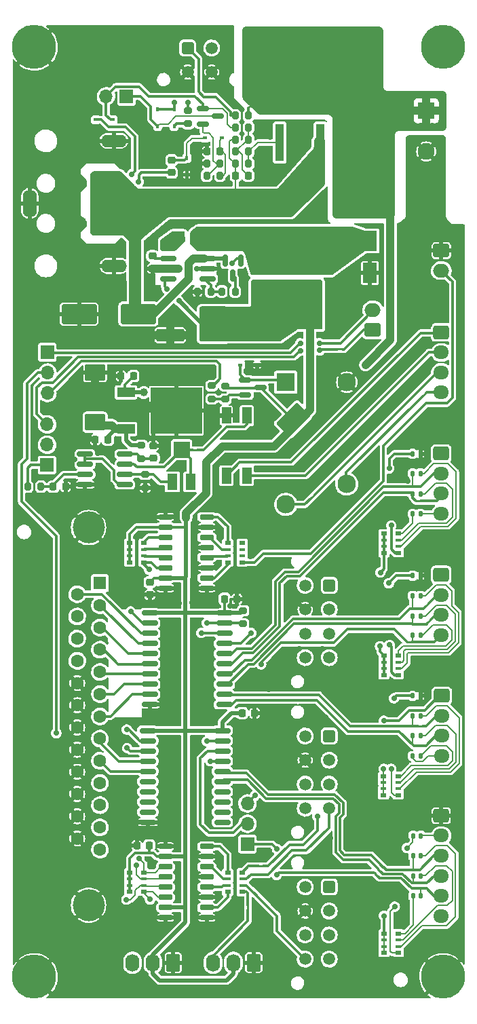
<source format=gbr>
%TF.GenerationSoftware,KiCad,Pcbnew,(6.0.4-0)*%
%TF.CreationDate,2022-05-22T20:42:39+12:00*%
%TF.ProjectId,controller,636f6e74-726f-46c6-9c65-722e6b696361,1.0*%
%TF.SameCoordinates,PX4900f70PY2ebae40*%
%TF.FileFunction,Copper,L1,Top*%
%TF.FilePolarity,Positive*%
%FSLAX46Y46*%
G04 Gerber Fmt 4.6, Leading zero omitted, Abs format (unit mm)*
G04 Created by KiCad (PCBNEW (6.0.4-0)) date 2022-05-22 20:42:39*
%MOMM*%
%LPD*%
G01*
G04 APERTURE LIST*
G04 Aperture macros list*
%AMRoundRect*
0 Rectangle with rounded corners*
0 $1 Rounding radius*
0 $2 $3 $4 $5 $6 $7 $8 $9 X,Y pos of 4 corners*
0 Add a 4 corners polygon primitive as box body*
4,1,4,$2,$3,$4,$5,$6,$7,$8,$9,$2,$3,0*
0 Add four circle primitives for the rounded corners*
1,1,$1+$1,$2,$3*
1,1,$1+$1,$4,$5*
1,1,$1+$1,$6,$7*
1,1,$1+$1,$8,$9*
0 Add four rect primitives between the rounded corners*
20,1,$1+$1,$2,$3,$4,$5,0*
20,1,$1+$1,$4,$5,$6,$7,0*
20,1,$1+$1,$6,$7,$8,$9,0*
20,1,$1+$1,$8,$9,$2,$3,0*%
G04 Aperture macros list end*
%TA.AperFunction,SMDPad,CuDef*%
%ADD10RoundRect,0.147500X0.147500X0.172500X-0.147500X0.172500X-0.147500X-0.172500X0.147500X-0.172500X0*%
%TD*%
%TA.AperFunction,SMDPad,CuDef*%
%ADD11RoundRect,0.250000X1.500000X0.550000X-1.500000X0.550000X-1.500000X-0.550000X1.500000X-0.550000X0*%
%TD*%
%TA.AperFunction,SMDPad,CuDef*%
%ADD12C,0.300000*%
%TD*%
%TA.AperFunction,SMDPad,CuDef*%
%ADD13RoundRect,0.225000X0.250000X-0.225000X0.250000X0.225000X-0.250000X0.225000X-0.250000X-0.225000X0*%
%TD*%
%TA.AperFunction,SMDPad,CuDef*%
%ADD14RoundRect,0.147500X-0.147500X-0.172500X0.147500X-0.172500X0.147500X0.172500X-0.147500X0.172500X0*%
%TD*%
%TA.AperFunction,ComponentPad*%
%ADD15RoundRect,0.250001X-0.499999X0.499999X-0.499999X-0.499999X0.499999X-0.499999X0.499999X0.499999X0*%
%TD*%
%TA.AperFunction,ComponentPad*%
%ADD16C,1.500000*%
%TD*%
%TA.AperFunction,SMDPad,CuDef*%
%ADD17R,0.800000X0.500000*%
%TD*%
%TA.AperFunction,SMDPad,CuDef*%
%ADD18R,0.800000X0.400000*%
%TD*%
%TA.AperFunction,SMDPad,CuDef*%
%ADD19RoundRect,0.200000X-0.275000X0.200000X-0.275000X-0.200000X0.275000X-0.200000X0.275000X0.200000X0*%
%TD*%
%TA.AperFunction,SMDPad,CuDef*%
%ADD20RoundRect,0.200000X0.200000X0.275000X-0.200000X0.275000X-0.200000X-0.275000X0.200000X-0.275000X0*%
%TD*%
%TA.AperFunction,ComponentPad*%
%ADD21R,1.700000X1.700000*%
%TD*%
%TA.AperFunction,ComponentPad*%
%ADD22O,1.700000X1.700000*%
%TD*%
%TA.AperFunction,ComponentPad*%
%ADD23R,2.100000X2.100000*%
%TD*%
%TA.AperFunction,ComponentPad*%
%ADD24C,2.100000*%
%TD*%
%TA.AperFunction,ComponentPad*%
%ADD25RoundRect,0.250001X-0.499999X-0.499999X0.499999X-0.499999X0.499999X0.499999X-0.499999X0.499999X0*%
%TD*%
%TA.AperFunction,SMDPad,CuDef*%
%ADD26R,1.300000X2.000000*%
%TD*%
%TA.AperFunction,SMDPad,CuDef*%
%ADD27R,2.000000X2.000000*%
%TD*%
%TA.AperFunction,ComponentPad*%
%ADD28RoundRect,0.250000X-0.750000X0.600000X-0.750000X-0.600000X0.750000X-0.600000X0.750000X0.600000X0*%
%TD*%
%TA.AperFunction,ComponentPad*%
%ADD29O,2.000000X1.700000*%
%TD*%
%TA.AperFunction,SMDPad,CuDef*%
%ADD30RoundRect,0.200000X0.275000X-0.200000X0.275000X0.200000X-0.275000X0.200000X-0.275000X-0.200000X0*%
%TD*%
%TA.AperFunction,SMDPad,CuDef*%
%ADD31RoundRect,0.150000X-0.875000X-0.150000X0.875000X-0.150000X0.875000X0.150000X-0.875000X0.150000X0*%
%TD*%
%TA.AperFunction,SMDPad,CuDef*%
%ADD32R,2.200000X1.200000*%
%TD*%
%TA.AperFunction,SMDPad,CuDef*%
%ADD33R,6.400000X5.800000*%
%TD*%
%TA.AperFunction,SMDPad,CuDef*%
%ADD34RoundRect,0.200000X-0.200000X-0.275000X0.200000X-0.275000X0.200000X0.275000X-0.200000X0.275000X0*%
%TD*%
%TA.AperFunction,SMDPad,CuDef*%
%ADD35R,5.400000X2.900000*%
%TD*%
%TA.AperFunction,ComponentPad*%
%ADD36RoundRect,0.250000X0.620000X0.845000X-0.620000X0.845000X-0.620000X-0.845000X0.620000X-0.845000X0*%
%TD*%
%TA.AperFunction,ComponentPad*%
%ADD37O,1.740000X2.190000*%
%TD*%
%TA.AperFunction,ComponentPad*%
%ADD38RoundRect,0.250000X-0.725000X0.600000X-0.725000X-0.600000X0.725000X-0.600000X0.725000X0.600000X0*%
%TD*%
%TA.AperFunction,ComponentPad*%
%ADD39O,1.950000X1.700000*%
%TD*%
%TA.AperFunction,SMDPad,CuDef*%
%ADD40R,1.100000X4.600000*%
%TD*%
%TA.AperFunction,SMDPad,CuDef*%
%ADD41R,10.800000X9.400000*%
%TD*%
%TA.AperFunction,SMDPad,CuDef*%
%ADD42R,0.600000X0.450000*%
%TD*%
%TA.AperFunction,SMDPad,CuDef*%
%ADD43R,0.450000X0.600000*%
%TD*%
%TA.AperFunction,ComponentPad*%
%ADD44RoundRect,0.250000X0.750000X-0.600000X0.750000X0.600000X-0.750000X0.600000X-0.750000X-0.600000X0*%
%TD*%
%TA.AperFunction,ComponentPad*%
%ADD45C,5.500000*%
%TD*%
%TA.AperFunction,SMDPad,CuDef*%
%ADD46RoundRect,0.250000X1.950000X1.000000X-1.950000X1.000000X-1.950000X-1.000000X1.950000X-1.000000X0*%
%TD*%
%TA.AperFunction,SMDPad,CuDef*%
%ADD47R,1.200000X2.000000*%
%TD*%
%TA.AperFunction,SMDPad,CuDef*%
%ADD48R,1.800000X2.500000*%
%TD*%
%TA.AperFunction,SMDPad,CuDef*%
%ADD49RoundRect,0.225000X-0.250000X0.225000X-0.250000X-0.225000X0.250000X-0.225000X0.250000X0.225000X0*%
%TD*%
%TA.AperFunction,ComponentPad*%
%ADD50C,2.300000*%
%TD*%
%TA.AperFunction,ComponentPad*%
%ADD51R,2.300000X2.300000*%
%TD*%
%TA.AperFunction,SMDPad,CuDef*%
%ADD52RoundRect,0.225000X-0.225000X-0.250000X0.225000X-0.250000X0.225000X0.250000X-0.225000X0.250000X0*%
%TD*%
%TA.AperFunction,SMDPad,CuDef*%
%ADD53RoundRect,0.225000X0.225000X0.250000X-0.225000X0.250000X-0.225000X-0.250000X0.225000X-0.250000X0*%
%TD*%
%TA.AperFunction,SMDPad,CuDef*%
%ADD54RoundRect,0.150000X-0.150000X0.587500X-0.150000X-0.587500X0.150000X-0.587500X0.150000X0.587500X0*%
%TD*%
%TA.AperFunction,ComponentPad*%
%ADD55O,3.200000X1.600000*%
%TD*%
%TA.AperFunction,ComponentPad*%
%ADD56O,1.750000X3.500000*%
%TD*%
%TA.AperFunction,SMDPad,CuDef*%
%ADD57RoundRect,0.150000X-0.587500X-0.150000X0.587500X-0.150000X0.587500X0.150000X-0.587500X0.150000X0*%
%TD*%
%TA.AperFunction,SMDPad,CuDef*%
%ADD58RoundRect,0.150000X0.725000X0.150000X-0.725000X0.150000X-0.725000X-0.150000X0.725000X-0.150000X0*%
%TD*%
%TA.AperFunction,ComponentPad*%
%ADD59C,4.000000*%
%TD*%
%TA.AperFunction,ComponentPad*%
%ADD60R,1.600000X1.600000*%
%TD*%
%TA.AperFunction,ComponentPad*%
%ADD61C,1.600000*%
%TD*%
%TA.AperFunction,SMDPad,CuDef*%
%ADD62C,1.000000*%
%TD*%
%TA.AperFunction,SMDPad,CuDef*%
%ADD63RoundRect,0.150000X-0.825000X-0.150000X0.825000X-0.150000X0.825000X0.150000X-0.825000X0.150000X0*%
%TD*%
%TA.AperFunction,SMDPad,CuDef*%
%ADD64RoundRect,0.250000X1.025000X-0.787500X1.025000X0.787500X-1.025000X0.787500X-1.025000X-0.787500X0*%
%TD*%
%TA.AperFunction,ViaPad*%
%ADD65C,0.700000*%
%TD*%
%TA.AperFunction,ViaPad*%
%ADD66C,1.000000*%
%TD*%
%TA.AperFunction,Conductor*%
%ADD67C,0.200000*%
%TD*%
%TA.AperFunction,Conductor*%
%ADD68C,0.300000*%
%TD*%
%TA.AperFunction,Conductor*%
%ADD69C,0.500000*%
%TD*%
%TA.AperFunction,Conductor*%
%ADD70C,1.000000*%
%TD*%
G04 APERTURE END LIST*
%TO.C,NT4*%
G36*
X46068198Y-106456066D02*
G01*
X45856066Y-106668198D01*
X45431802Y-106243934D01*
X45643934Y-106031802D01*
X46068198Y-106456066D01*
G37*
%TO.C,NT26*%
G36*
X41450000Y-40850000D02*
G01*
X40850000Y-40850000D01*
X40850000Y-40550000D01*
X41450000Y-40550000D01*
X41450000Y-40850000D01*
G37*
%TO.C,NT5*%
G36*
X46418198Y-105856066D02*
G01*
X46206066Y-106068198D01*
X45781802Y-105643934D01*
X45993934Y-105431802D01*
X46418198Y-105856066D01*
G37*
%TO.C,NT13*%
G36*
X30250000Y-67450000D02*
G01*
X29650000Y-67450000D01*
X29650000Y-67150000D01*
X30250000Y-67150000D01*
X30250000Y-67450000D01*
G37*
%TO.C,NT18*%
G36*
X51450000Y-87900000D02*
G01*
X50850000Y-87900000D01*
X50850000Y-87600000D01*
X51450000Y-87600000D01*
X51450000Y-87900000D01*
G37*
%TO.C,NT6*%
G36*
X46718198Y-105256066D02*
G01*
X46506066Y-105468198D01*
X46081802Y-105043934D01*
X46293934Y-104831802D01*
X46718198Y-105256066D01*
G37*
%TO.C,NT20*%
G36*
X50150000Y-77400000D02*
G01*
X49550000Y-77400000D01*
X49550000Y-77100000D01*
X50150000Y-77100000D01*
X50150000Y-77400000D01*
G37*
%TO.C,NT11*%
G36*
X30868198Y-108756066D02*
G01*
X30656066Y-108968198D01*
X30231802Y-108543934D01*
X30443934Y-108331802D01*
X30868198Y-108756066D01*
G37*
%TO.C,NT15*%
G36*
X51200000Y-59800000D02*
G01*
X50600000Y-59800000D01*
X50600000Y-59500000D01*
X51200000Y-59500000D01*
X51200000Y-59800000D01*
G37*
%TO.C,NT23*%
G36*
X23400000Y-53450000D02*
G01*
X22800000Y-53450000D01*
X22800000Y-53150000D01*
X23400000Y-53150000D01*
X23400000Y-53450000D01*
G37*
%TO.C,NT1*%
G36*
X30258198Y-10283934D02*
G01*
X29833934Y-10708198D01*
X29621802Y-10496066D01*
X30046066Y-10071802D01*
X30258198Y-10283934D01*
G37*
%TO.C,NT21*%
G36*
X52018198Y-46243934D02*
G01*
X51593934Y-46668198D01*
X51381802Y-46456066D01*
X51806066Y-46031802D01*
X52018198Y-46243934D01*
G37*
%TO.C,NT27*%
G36*
X41250000Y-40100000D02*
G01*
X40650000Y-40100000D01*
X40650000Y-39800000D01*
X41250000Y-39800000D01*
X41250000Y-40100000D01*
G37*
%TO.C,NT16*%
G36*
X52368198Y-72493934D02*
G01*
X51943934Y-72918198D01*
X51731802Y-72706066D01*
X52156066Y-72281802D01*
X52368198Y-72493934D01*
G37*
%TO.C,NT12*%
G36*
X29819000Y-110700000D02*
G01*
X29519000Y-110700000D01*
X29519000Y-110100000D01*
X29819000Y-110100000D01*
X29819000Y-110700000D01*
G37*
%TO.C,NT14*%
G36*
X50850000Y-58000000D02*
G01*
X50250000Y-58000000D01*
X50250000Y-57700000D01*
X50850000Y-57700000D01*
X50850000Y-58000000D01*
G37*
%TO.C,NT19*%
G36*
X51450000Y-90350000D02*
G01*
X50850000Y-90350000D01*
X50850000Y-90050000D01*
X51450000Y-90050000D01*
X51450000Y-90350000D01*
G37*
%TO.C,NT2*%
G36*
X22750000Y-31370000D02*
G01*
X21750000Y-31370000D01*
X21750000Y-29930000D01*
X22750000Y-29930000D01*
X22750000Y-31370000D01*
G37*
%TO.C,NT3*%
G36*
X37900000Y-40370000D02*
G01*
X36900000Y-40370000D01*
X36900000Y-38930000D01*
X37900000Y-38930000D01*
X37900000Y-40370000D01*
G37*
%TO.C,NT22*%
G36*
X38118998Y-58945534D02*
G01*
X37694734Y-59369798D01*
X37482602Y-59157666D01*
X37906866Y-58733402D01*
X38118998Y-58945534D01*
G37*
%TO.C,NT17*%
G36*
X52618198Y-74543934D02*
G01*
X52193934Y-74968198D01*
X51981802Y-74756066D01*
X52406066Y-74331802D01*
X52618198Y-74543934D01*
G37*
%TO.C,NT9*%
G36*
X31573000Y-105350000D02*
G01*
X30973000Y-105350000D01*
X30973000Y-105050000D01*
X31573000Y-105050000D01*
X31573000Y-105350000D01*
G37*
%TO.C,NT10*%
G36*
X31519000Y-106400000D02*
G01*
X30919000Y-106400000D01*
X30919000Y-106100000D01*
X31519000Y-106100000D01*
X31519000Y-106400000D01*
G37*
%TD*%
D10*
%TO.P,D15,1,K*%
%TO.N,GND*%
X51185000Y-53750000D03*
%TO.P,D15,2,A*%
%TO.N,Net-(D15-Pad2)*%
X50215000Y-53750000D03*
%TD*%
D11*
%TO.P,C10,1*%
%TO.N,/Power/U2_FB*%
X25375000Y-38950000D03*
%TO.P,C10,2*%
%TO.N,GND*%
X19975000Y-38950000D03*
%TD*%
D12*
%TO.P,NT4,1,1*%
%TO.N,/Connectors/RELAY4_IN*%
X45537868Y-106137868D03*
%TO.P,NT4,2,2*%
%TO.N,/Connectors/RELAY4*%
X45962132Y-106562132D03*
%TD*%
D13*
%TO.P,C1,1*%
%TO.N,/Power/CHARGE_PUMP_IN*%
X20150000Y-18675000D03*
%TO.P,C1,2*%
%TO.N,Net-(C1-Pad2)*%
X20150000Y-17125000D03*
%TD*%
D14*
%TO.P,D13,1,K*%
%TO.N,/Connectors/XDIR_IN*%
X50215000Y-58750000D03*
%TO.P,D13,2,A*%
%TO.N,Net-(D13-Pad2)*%
X51185000Y-58750000D03*
%TD*%
D15*
%TO.P,J12,1,Pin_1*%
%TO.N,unconnected-(J12-Pad1)*%
X39811000Y-107790000D03*
D16*
%TO.P,J12,2,Pin_2*%
%TO.N,unconnected-(J12-Pad2)*%
X39811000Y-110790000D03*
%TO.P,J12,3,Pin_3*%
%TO.N,unconnected-(J12-Pad3)*%
X39811000Y-113790000D03*
%TO.P,J12,4,Pin_4*%
%TO.N,unconnected-(J12-Pad4)*%
X39811000Y-116790000D03*
%TO.P,J12,5,Pin_5*%
%TO.N,unconnected-(J12-Pad5)*%
X36811000Y-107790000D03*
%TO.P,J12,6,Pin_6*%
%TO.N,GND*%
X36811000Y-110790000D03*
%TO.P,J12,7,Pin_7*%
%TO.N,Net-(J10-Pad7)*%
X36811000Y-113790000D03*
%TO.P,J12,8,Pin_8*%
%TO.N,/Connectors/ZMIN*%
X36811000Y-116790000D03*
%TD*%
D17*
%TO.P,RN1,1,R1.1*%
%TO.N,+5V*%
X14900000Y-64900000D03*
D18*
%TO.P,RN1,2,R2.1*%
X14900000Y-65700000D03*
%TO.P,RN1,3,R3.1*%
X14900000Y-66500000D03*
D17*
%TO.P,RN1,4,R4.1*%
X14900000Y-67300000D03*
%TO.P,RN1,5,R4.2*%
%TO.N,/LPT Interface/P15_OUT*%
X16700000Y-67300000D03*
D18*
%TO.P,RN1,6,R3.2*%
%TO.N,Net-(RN1-Pad6)*%
X16700000Y-66500000D03*
%TO.P,RN1,7,R2.2*%
%TO.N,Net-(RN1-Pad7)*%
X16700000Y-65700000D03*
D17*
%TO.P,RN1,8,R1.2*%
%TO.N,Net-(RN1-Pad8)*%
X16700000Y-64900000D03*
%TD*%
D12*
%TO.P,NT26,1,1*%
%TO.N,/Connectors/P16_IN*%
X40850000Y-40700000D03*
%TO.P,NT26,2,2*%
%TO.N,/Connectors/P16_OUT*%
X41450000Y-40700000D03*
%TD*%
D19*
%TO.P,R13,1*%
%TO.N,12V_SAFE*%
X16350000Y-52675000D03*
%TO.P,R13,2*%
%TO.N,Net-(C11-Pad1)*%
X16350000Y-54325000D03*
%TD*%
D12*
%TO.P,NT5,1,1*%
%TO.N,/Connectors/RELAY3_IN*%
X45887868Y-105537868D03*
%TO.P,NT5,2,2*%
%TO.N,/Connectors/RELAY3*%
X46312132Y-105962132D03*
%TD*%
D20*
%TO.P,R6,1*%
%TO.N,Net-(Q1-Pad2)*%
X26175000Y-17550000D03*
%TO.P,R6,2*%
%TO.N,GND*%
X24525000Y-17550000D03*
%TD*%
D21*
%TO.P,JP4,1,A*%
%TO.N,Net-(D4-Pad2)*%
X14500000Y-9150000D03*
D22*
%TO.P,JP4,2,B*%
%TO.N,Net-(D3-Pad1)*%
X11960000Y-9150000D03*
%TD*%
D23*
%TO.P,J3,1,Pin_1*%
%TO.N,24V_SAFE*%
X51925000Y-10950000D03*
D24*
%TO.P,J3,2,Pin_2*%
%TO.N,GND*%
X51925000Y-16030000D03*
%TD*%
D25*
%TO.P,J2,1,Pin_1*%
%TO.N,/Power/PLED*%
X22150000Y-3120000D03*
D16*
%TO.P,J2,2,Pin_2*%
%TO.N,Net-(D4-Pad1)*%
X25150000Y-3120000D03*
%TO.P,J2,3,Pin_3*%
%TO.N,GND*%
X22150000Y-6120000D03*
%TO.P,J2,4,Pin_4*%
X25150000Y-6120000D03*
%TD*%
D10*
%TO.P,D8,1,K*%
%TO.N,/Connectors/RELAY4*%
X51255000Y-108900000D03*
%TO.P,D8,2,A*%
%TO.N,Net-(D8-Pad2)*%
X50285000Y-108900000D03*
%TD*%
D26*
%TO.P,RV1,1,1*%
%TO.N,Net-(R15-Pad2)*%
X20250000Y-57250000D03*
D27*
%TO.P,RV1,2,2*%
%TO.N,/Connectors/0-10V_IN*%
X21400000Y-53250000D03*
D26*
%TO.P,RV1,3,3*%
X22550000Y-57250000D03*
%TD*%
D28*
%TO.P,J14,1,Pin_1*%
%TO.N,GND*%
X53800000Y-28400000D03*
D29*
%TO.P,J14,2,Pin_2*%
%TO.N,/Connectors/EMRG_STOP*%
X53800000Y-30900000D03*
%TD*%
D30*
%TO.P,R16,1*%
%TO.N,Net-(Q4-Pad2)*%
X25150000Y-46905000D03*
%TO.P,R16,2*%
%TO.N,/LPT Interface/SPNDL_RELAY_IN*%
X25150000Y-45255000D03*
%TD*%
D12*
%TO.P,NT13,1,1*%
%TO.N,/Connectors/EMERG_STOP_OUT*%
X29650000Y-67300000D03*
%TO.P,NT13,2,2*%
%TO.N,/Connectors/EMRG_STOP*%
X30250000Y-67300000D03*
%TD*%
D31*
%TO.P,U5,1,A->B*%
%TO.N,+5V*%
X17178560Y-88277440D03*
%TO.P,U5,2,A0*%
%TO.N,/LPT Interface/P1_IN*%
X17178560Y-89547440D03*
%TO.P,U5,3,A1*%
%TO.N,/LPT Interface/P17_IN*%
X17178560Y-90817440D03*
%TO.P,U5,4,A2*%
%TO.N,/LPT Interface/P8_IN*%
X17178560Y-92087440D03*
%TO.P,U5,5,A3*%
%TO.N,/LPT Interface/P9_IN*%
X17178560Y-93357440D03*
%TO.P,U5,6,A4*%
%TO.N,unconnected-(U5-Pad6)*%
X17178560Y-94627440D03*
%TO.P,U5,7,A5*%
%TO.N,unconnected-(U5-Pad7)*%
X17178560Y-95897440D03*
%TO.P,U5,8,A6*%
%TO.N,unconnected-(U5-Pad8)*%
X17178560Y-97167440D03*
%TO.P,U5,9,A7*%
%TO.N,unconnected-(U5-Pad9)*%
X17178560Y-98437440D03*
%TO.P,U5,10,GND*%
%TO.N,GND*%
X17178560Y-99707440D03*
%TO.P,U5,11,B7*%
%TO.N,unconnected-(U5-Pad11)*%
X26478560Y-99707440D03*
%TO.P,U5,12,B6*%
%TO.N,unconnected-(U5-Pad12)*%
X26478560Y-98437440D03*
%TO.P,U5,13,B5*%
%TO.N,unconnected-(U5-Pad13)*%
X26478560Y-97167440D03*
%TO.P,U5,14,B4*%
%TO.N,unconnected-(U5-Pad14)*%
X26478560Y-95897440D03*
%TO.P,U5,15,B3*%
%TO.N,/Connectors/RELAY3_IN*%
X26478560Y-94627440D03*
%TO.P,U5,16,B2*%
%TO.N,/Connectors/RELAY2_IN*%
X26478560Y-93357440D03*
%TO.P,U5,17,B1*%
%TO.N,/LPT Interface/P17_OUT*%
X26478560Y-92087440D03*
%TO.P,U5,18,B0*%
%TO.N,/LPT Interface/P1_OUT*%
X26478560Y-90817440D03*
%TO.P,U5,19,CE*%
%TO.N,/LPT Interface/nCE_IN*%
X26478560Y-89547440D03*
%TO.P,U5,20,VCC*%
%TO.N,+5V*%
X26478560Y-88277440D03*
%TD*%
D12*
%TO.P,NT18,1,1*%
%TO.N,/Connectors/ZCLK_IN*%
X50850000Y-87750000D03*
%TO.P,NT18,2,2*%
%TO.N,/Connectors/ZCLK*%
X51450000Y-87750000D03*
%TD*%
D14*
%TO.P,D14,1,K*%
%TO.N,/Connectors/XCLK_IN*%
X50215000Y-56200000D03*
%TO.P,D14,2,A*%
%TO.N,Net-(D14-Pad2)*%
X51185000Y-56200000D03*
%TD*%
D17*
%TO.P,RN6,1,R1.1*%
%TO.N,Net-(D15-Pad2)*%
X48450000Y-66100000D03*
D18*
%TO.P,RN6,2,R2.1*%
%TO.N,Net-(D14-Pad2)*%
X48450000Y-65300000D03*
%TO.P,RN6,3,R3.1*%
%TO.N,Net-(D13-Pad2)*%
X48450000Y-64500000D03*
D17*
%TO.P,RN6,4,R4.1*%
%TO.N,Net-(D12-Pad2)*%
X48450000Y-63700000D03*
%TO.P,RN6,5,R4.2*%
%TO.N,/Connectors/STEPPER_5V*%
X46650000Y-63700000D03*
D18*
%TO.P,RN6,6,R3.2*%
X46650000Y-64500000D03*
%TO.P,RN6,7,R2.2*%
X46650000Y-65300000D03*
D17*
%TO.P,RN6,8,R1.2*%
X46650000Y-66100000D03*
%TD*%
D32*
%TO.P,U1,1,IN*%
%TO.N,24V_SAFE*%
X14450000Y-46098000D03*
D33*
%TO.P,U1,2,GND*%
%TO.N,GND*%
X20750000Y-48378000D03*
D32*
%TO.P,U1,3,OUT*%
%TO.N,12V_SAFE*%
X14450000Y-50658000D03*
%TD*%
D20*
%TO.P,R7,1*%
%TO.N,Net-(Q2-Pad1)*%
X29750000Y-17550000D03*
%TO.P,R7,2*%
%TO.N,24V_IN*%
X28100000Y-17550000D03*
%TD*%
D10*
%TO.P,D11,1,K*%
%TO.N,/Connectors/RELAY1*%
X51255000Y-101400000D03*
%TO.P,D11,2,A*%
%TO.N,Net-(D11-Pad2)*%
X50285000Y-101400000D03*
%TD*%
D20*
%TO.P,R12,1*%
%TO.N,/Power/U2_ON_nOFF*%
X25025000Y-33500000D03*
%TO.P,R12,2*%
%TO.N,GND*%
X23375000Y-33500000D03*
%TD*%
D34*
%TO.P,R5,1*%
%TO.N,/Power/PLED*%
X28100000Y-11550000D03*
%TO.P,R5,2*%
%TO.N,Net-(NT1-Pad1)*%
X29750000Y-11550000D03*
%TD*%
D14*
%TO.P,D21,1,K*%
%TO.N,/Connectors/ZDIR_IN*%
X50215000Y-88920000D03*
%TO.P,D21,2,A*%
%TO.N,Net-(D21-Pad2)*%
X51185000Y-88920000D03*
%TD*%
D21*
%TO.P,JP1,1,A*%
%TO.N,/Connectors/RELAY4_IN*%
X29619000Y-102450000D03*
D22*
%TO.P,JP1,2,C*%
%TO.N,/LPT Interface/P1_OUT*%
X29619000Y-99910000D03*
%TO.P,JP1,3,B*%
%TO.N,/Power/CHARGE_PUMP_IN*%
X29619000Y-97370000D03*
%TD*%
D13*
%TO.P,C11,1*%
%TO.N,Net-(C11-Pad1)*%
X17900000Y-54275000D03*
%TO.P,C11,2*%
%TO.N,GND*%
X17900000Y-52725000D03*
%TD*%
D20*
%TO.P,R14,1*%
%TO.N,Net-(C12-Pad1)*%
X3825000Y-57850000D03*
%TO.P,R14,2*%
%TO.N,/LPT Interface/PWM_IN*%
X2175000Y-57850000D03*
%TD*%
D12*
%TO.P,NT6,1,1*%
%TO.N,/Connectors/RELAY2_IN*%
X46187868Y-104937868D03*
%TO.P,NT6,2,2*%
%TO.N,/Connectors/RELAY2*%
X46612132Y-105362132D03*
%TD*%
D35*
%TO.P,L1,1,1*%
%TO.N,/Power/U2_LX*%
X36250000Y-26850000D03*
%TO.P,L1,2,2*%
%TO.N,/Power/U2_FB*%
X36250000Y-36750000D03*
%TD*%
D36*
%TO.P,J16,1,Pin_1*%
%TO.N,GND*%
X30400000Y-117250000D03*
D37*
%TO.P,J16,2,Pin_2*%
%TO.N,+5V*%
X27860000Y-117250000D03*
%TO.P,J16,3,Pin_3*%
%TO.N,/Connectors/PROBE*%
X25320000Y-117250000D03*
%TD*%
D38*
%TO.P,J9,1,Pin_1*%
%TO.N,/Connectors/STEPPER_5V*%
X53790000Y-68850000D03*
D39*
%TO.P,J9,2,Pin_2*%
%TO.N,/Connectors/YCLK*%
X53790000Y-71350000D03*
%TO.P,J9,3,Pin_3*%
%TO.N,/Connectors/YDIR*%
X53790000Y-73850000D03*
%TO.P,J9,4,Pin_4*%
%TO.N,/Connectors/EN*%
X53790000Y-76350000D03*
%TD*%
D40*
%TO.P,Q2,1,G*%
%TO.N,Net-(Q2-Pad1)*%
X33635000Y-14925000D03*
D41*
%TO.P,Q2,2,D*%
%TO.N,24V_SAFE*%
X36175000Y-5775000D03*
D40*
%TO.P,Q2,3,S*%
%TO.N,24V_IN*%
X38715000Y-14925000D03*
%TD*%
D34*
%TO.P,R8,1*%
%TO.N,Net-(C3-Pad2)*%
X28100000Y-16050000D03*
%TO.P,R8,2*%
%TO.N,Net-(Q2-Pad1)*%
X29750000Y-16050000D03*
%TD*%
D42*
%TO.P,D2,1,K*%
%TO.N,Net-(C2-Pad1)*%
X26400000Y-14350000D03*
%TO.P,D2,2,A*%
%TO.N,Net-(C1-Pad2)*%
X24300000Y-14350000D03*
%TD*%
D12*
%TO.P,NT20,1,1*%
%TO.N,/Connectors/EN_IN*%
X49550000Y-77250000D03*
%TO.P,NT20,2,2*%
%TO.N,/Connectors/EN*%
X50150000Y-77250000D03*
%TD*%
D43*
%TO.P,D1,1,K*%
%TO.N,Net-(C1-Pad2)*%
X22050000Y-16850000D03*
%TO.P,D1,2,A*%
%TO.N,GND*%
X22050000Y-18950000D03*
%TD*%
D44*
%TO.P,J13,1,Pin_1*%
%TO.N,/Connectors/P16_OUT*%
X45250000Y-38300000D03*
D29*
%TO.P,J13,2,Pin_2*%
%TO.N,/Connectors/P17_OUT*%
X45250000Y-35800000D03*
%TD*%
D14*
%TO.P,D17,1,K*%
%TO.N,/Connectors/YDIR_IN*%
X50215000Y-73968000D03*
%TO.P,D17,2,A*%
%TO.N,Net-(D17-Pad2)*%
X51185000Y-73968000D03*
%TD*%
D38*
%TO.P,J11,1,Pin_1*%
%TO.N,/Connectors/STEPPER_5V*%
X53867500Y-83950000D03*
D39*
%TO.P,J11,2,Pin_2*%
%TO.N,/Connectors/ZCLK*%
X53867500Y-86450000D03*
%TO.P,J11,3,Pin_3*%
%TO.N,/Connectors/ZDIR*%
X53867500Y-88950000D03*
%TO.P,J11,4,Pin_4*%
%TO.N,/Connectors/EN*%
X53867500Y-91450000D03*
%TD*%
D19*
%TO.P,R17,1*%
%TO.N,+5V*%
X26850000Y-45275000D03*
%TO.P,R17,2*%
%TO.N,Net-(Q4-Pad2)*%
X26850000Y-46925000D03*
%TD*%
D45*
%TO.P,H4,1,1*%
%TO.N,GND*%
X54000000Y-119000000D03*
%TD*%
D46*
%TO.P,C4,1*%
%TO.N,24V_IN*%
X16000000Y-36300000D03*
%TO.P,C4,2*%
%TO.N,GND*%
X8600000Y-36300000D03*
%TD*%
D47*
%TO.P,LF1,1,1*%
%TO.N,/Connectors/DGND*%
X26980000Y-56478000D03*
%TO.P,LF1,2,2*%
%TO.N,/Connectors/0-10V*%
X29520000Y-56478000D03*
%TO.P,LF1,3,3*%
%TO.N,Net-(LF1-Pad3)*%
X29520000Y-48978000D03*
%TO.P,LF1,4,4*%
%TO.N,GND*%
X26980000Y-48978000D03*
%TD*%
D48*
%TO.P,D6,1,K*%
%TO.N,/Power/U2_LX*%
X44900000Y-27200000D03*
%TO.P,D6,2,A*%
%TO.N,GND*%
X44900000Y-31200000D03*
%TD*%
D14*
%TO.P,D22,1,K*%
%TO.N,/Connectors/ZCLK_IN*%
X50215000Y-86440000D03*
%TO.P,D22,2,A*%
%TO.N,Net-(D22-Pad2)*%
X51185000Y-86440000D03*
%TD*%
D49*
%TO.P,C8,1*%
%TO.N,/Power/U2_VD*%
X17750000Y-29075000D03*
%TO.P,C8,2*%
%TO.N,GND*%
X17750000Y-30625000D03*
%TD*%
D12*
%TO.P,NT11,1,1*%
%TO.N,/Connectors/ZMIN_OUT*%
X30337868Y-108437868D03*
%TO.P,NT11,2,2*%
%TO.N,/Connectors/ZMIN*%
X30762132Y-108862132D03*
%TD*%
D38*
%TO.P,J6,1,Pin_1*%
%TO.N,/Connectors/STEPPER_5V*%
X53790000Y-53722000D03*
D39*
%TO.P,J6,2,Pin_2*%
%TO.N,/Connectors/XCLK*%
X53790000Y-56222000D03*
%TO.P,J6,3,Pin_3*%
%TO.N,/Connectors/XDIR*%
X53790000Y-58722000D03*
%TO.P,J6,4,Pin_4*%
%TO.N,/Connectors/EN*%
X53790000Y-61222000D03*
%TD*%
D14*
%TO.P,D9,1,K*%
%TO.N,/Connectors/RELAY3*%
X50282500Y-106450000D03*
%TO.P,D9,2,A*%
%TO.N,Net-(D9-Pad2)*%
X51252500Y-106450000D03*
%TD*%
D12*
%TO.P,NT15,1,1*%
%TO.N,/Connectors/XDIR_IN*%
X50600000Y-59650000D03*
%TO.P,NT15,2,2*%
%TO.N,/Connectors/XDIR*%
X51200000Y-59650000D03*
%TD*%
%TO.P,NT23,1,1*%
%TO.N,/Connectors/0-10V_IN*%
X22800000Y-53300000D03*
%TO.P,NT23,2,2*%
%TO.N,Net-(LF1-Pad3)*%
X23400000Y-53300000D03*
%TD*%
D10*
%TO.P,D12,1,K*%
%TO.N,/Connectors/EN*%
X51185000Y-61250000D03*
%TO.P,D12,2,A*%
%TO.N,Net-(D12-Pad2)*%
X50215000Y-61250000D03*
%TD*%
D38*
%TO.P,J5,1,Pin_1*%
%TO.N,GND*%
X53790000Y-98896000D03*
D39*
%TO.P,J5,2,Pin_2*%
%TO.N,/Connectors/RELAY1*%
X53790000Y-101396000D03*
%TO.P,J5,3,Pin_3*%
%TO.N,/Connectors/RELAY2*%
X53790000Y-103896000D03*
%TO.P,J5,4,Pin_4*%
%TO.N,/Connectors/RELAY3*%
X53790000Y-106396000D03*
%TO.P,J5,5,Pin_5*%
%TO.N,/Connectors/RELAY4*%
X53790000Y-108896000D03*
%TO.P,J5,6,Pin_6*%
%TO.N,/Connectors/RELAY_5V*%
X53790000Y-111396000D03*
%TD*%
D12*
%TO.P,NT1,1,1*%
%TO.N,Net-(NT1-Pad1)*%
X29727868Y-10602132D03*
%TO.P,NT1,2,2*%
%TO.N,24V_SAFE*%
X30152132Y-10177868D03*
%TD*%
%TO.P,NT21,1,1*%
%TO.N,/Connectors/SPNDL_RELAY_NO*%
X51487868Y-46562132D03*
%TO.P,NT21,2,2*%
%TO.N,/Connectors/FWD*%
X51912132Y-46137868D03*
%TD*%
D17*
%TO.P,RN3,1,R1.1*%
%TO.N,Net-(RN3-Pad1)*%
X27150000Y-106000000D03*
D18*
%TO.P,RN3,2,R2.1*%
%TO.N,Net-(RN3-Pad2)*%
X27150000Y-106800000D03*
%TO.P,RN3,3,R3.1*%
%TO.N,Net-(RN3-Pad3)*%
X27150000Y-107600000D03*
D17*
%TO.P,RN3,4,R4.1*%
%TO.N,Net-(RN3-Pad4)*%
X27150000Y-108400000D03*
%TO.P,RN3,5,R4.2*%
%TO.N,/Connectors/PROBE_OUT*%
X28950000Y-108400000D03*
D18*
%TO.P,RN3,6,R3.2*%
%TO.N,/Connectors/ZMIN_OUT*%
X28950000Y-107600000D03*
%TO.P,RN3,7,R2.2*%
%TO.N,/Connectors/YMIN_OUT*%
X28950000Y-106800000D03*
D17*
%TO.P,RN3,8,R1.2*%
%TO.N,/Connectors/XMIN_OUT*%
X28950000Y-106000000D03*
%TD*%
D50*
%TO.P,K1,1*%
%TO.N,GND*%
X42020000Y-44825000D03*
%TO.P,K1,3*%
%TO.N,/Connectors/SPNDL_RELAY_NO*%
X42000000Y-57525000D03*
%TO.P,K1,5*%
%TO.N,/Connectors/SPNDL_RELAY_COM*%
X34400000Y-60065000D03*
D51*
%TO.P,K1,6*%
%TO.N,Net-(D7-Pad1)*%
X34400000Y-44825000D03*
%TD*%
D12*
%TO.P,NT27,1,1*%
%TO.N,/Connectors/P17_IN*%
X40650000Y-39950000D03*
%TO.P,NT27,2,2*%
%TO.N,/Connectors/P17_OUT*%
X41250000Y-39950000D03*
%TD*%
D17*
%TO.P,RN2,1,R1.1*%
%TO.N,+5V*%
X14900000Y-105982000D03*
D18*
%TO.P,RN2,2,R2.1*%
X14900000Y-106782000D03*
%TO.P,RN2,3,R3.1*%
X14900000Y-107582000D03*
D17*
%TO.P,RN2,4,R4.1*%
X14900000Y-108382000D03*
%TO.P,RN2,5,R4.2*%
%TO.N,/LPT Interface/P13_OUT*%
X16700000Y-108382000D03*
D18*
%TO.P,RN2,6,R3.2*%
%TO.N,/LPT Interface/P12_OUT*%
X16700000Y-107582000D03*
%TO.P,RN2,7,R2.2*%
%TO.N,/LPT Interface/P11_OUT*%
X16700000Y-106782000D03*
D17*
%TO.P,RN2,8,R1.2*%
%TO.N,/LPT Interface/P10_OUT*%
X16700000Y-105982000D03*
%TD*%
D52*
%TO.P,C16,1*%
%TO.N,+5V*%
X28944000Y-86100000D03*
%TO.P,C16,2*%
%TO.N,GND*%
X30494000Y-86100000D03*
%TD*%
D53*
%TO.P,C2,1*%
%TO.N,Net-(C2-Pad1)*%
X26125000Y-16050000D03*
%TO.P,C2,2*%
%TO.N,GND*%
X24575000Y-16050000D03*
%TD*%
D54*
%TO.P,Q3,1,B*%
%TO.N,Net-(Q3-Pad1)*%
X28750000Y-29640000D03*
%TO.P,Q3,2,E*%
%TO.N,/Power/U2_VIN*%
X26850000Y-29640000D03*
%TO.P,Q3,3,C*%
%TO.N,Net-(Q3-Pad3)*%
X27800000Y-31515000D03*
%TD*%
D15*
%TO.P,J10,1,Pin_1*%
%TO.N,unconnected-(J10-Pad1)*%
X39811000Y-88972000D03*
D16*
%TO.P,J10,2,Pin_2*%
%TO.N,unconnected-(J10-Pad2)*%
X39811000Y-91972000D03*
%TO.P,J10,3,Pin_3*%
%TO.N,unconnected-(J10-Pad3)*%
X39811000Y-94972000D03*
%TO.P,J10,4,Pin_4*%
%TO.N,/Connectors/YMIN*%
X39811000Y-97972000D03*
%TO.P,J10,5,Pin_5*%
%TO.N,unconnected-(J10-Pad5)*%
X36811000Y-88972000D03*
%TO.P,J10,6,Pin_6*%
%TO.N,GND*%
X36811000Y-91972000D03*
%TO.P,J10,7,Pin_7*%
%TO.N,Net-(J10-Pad7)*%
X36811000Y-94972000D03*
%TO.P,J10,8,Pin_8*%
%TO.N,unconnected-(J10-Pad8)*%
X36811000Y-97972000D03*
%TD*%
D53*
%TO.P,C5,1*%
%TO.N,24V_SAFE*%
X15375000Y-44050000D03*
%TO.P,C5,2*%
%TO.N,GND*%
X13825000Y-44050000D03*
%TD*%
D55*
%TO.P,J1,1*%
%TO.N,24V_IN*%
X11600000Y-25400000D03*
%TO.P,J1,2*%
%TO.N,GND*%
X7950000Y-25000000D03*
%TO.P,J1,3*%
X7950000Y-20000000D03*
%TO.P,J1,4*%
%TO.N,24V_IN*%
X11600000Y-19600000D03*
%TO.P,J1,SH*%
%TO.N,GND*%
X12950000Y-14700000D03*
D56*
X2450000Y-22500000D03*
D55*
X12950000Y-30300000D03*
%TD*%
D14*
%TO.P,D18,1,K*%
%TO.N,/Connectors/YCLK_IN*%
X50215000Y-71470000D03*
%TO.P,D18,2,A*%
%TO.N,Net-(D18-Pad2)*%
X51185000Y-71470000D03*
%TD*%
%TO.P,D16,1,K*%
%TO.N,/Connectors/EN*%
X50215000Y-76350000D03*
%TO.P,D16,2,A*%
%TO.N,Net-(D16-Pad2)*%
X51185000Y-76350000D03*
%TD*%
D21*
%TO.P,JP2,1,A*%
%TO.N,/LPT Interface/PWM_IN*%
X4600000Y-55150000D03*
D22*
%TO.P,JP2,2,C*%
%TO.N,/LPT Interface/P16_OUT*%
X4600000Y-52610000D03*
%TO.P,JP2,3,B*%
%TO.N,/Connectors/P16_IN*%
X4600000Y-50070000D03*
%TD*%
D12*
%TO.P,NT16,1,1*%
%TO.N,/Connectors/YCLK_IN*%
X51837868Y-72812132D03*
%TO.P,NT16,2,2*%
%TO.N,/Connectors/YCLK*%
X52262132Y-72387868D03*
%TD*%
D49*
%TO.P,C14,1*%
%TO.N,+5V*%
X17419000Y-69775000D03*
%TO.P,C14,2*%
%TO.N,GND*%
X17419000Y-71325000D03*
%TD*%
D20*
%TO.P,R9,1*%
%TO.N,Net-(C3-Pad2)*%
X29750000Y-13050000D03*
%TO.P,R9,2*%
%TO.N,Net-(D3-Pad1)*%
X28100000Y-13050000D03*
%TD*%
D57*
%TO.P,Q4,1,C*%
%TO.N,Net-(D7-Pad1)*%
X29338500Y-44516000D03*
%TO.P,Q4,2,B*%
%TO.N,Net-(Q4-Pad2)*%
X29338500Y-46416000D03*
%TO.P,Q4,3,E*%
%TO.N,+5V*%
X31213500Y-45466000D03*
%TD*%
D15*
%TO.P,J7,1,Pin_1*%
%TO.N,unconnected-(J7-Pad1)*%
X39811000Y-70176000D03*
D16*
%TO.P,J7,2,Pin_2*%
%TO.N,unconnected-(J7-Pad2)*%
X39811000Y-73176000D03*
%TO.P,J7,3,Pin_3*%
%TO.N,/Connectors/XMIN*%
X39811000Y-76176000D03*
%TO.P,J7,4,Pin_4*%
%TO.N,unconnected-(J7-Pad4)*%
X39811000Y-79176000D03*
%TO.P,J7,5,Pin_5*%
%TO.N,unconnected-(J7-Pad5)*%
X36811000Y-70176000D03*
%TO.P,J7,6,Pin_6*%
%TO.N,GND*%
X36811000Y-73176000D03*
%TO.P,J7,7,Pin_7*%
%TO.N,Net-(J10-Pad7)*%
X36811000Y-76176000D03*
%TO.P,J7,8,Pin_8*%
%TO.N,unconnected-(J7-Pad8)*%
X36811000Y-79176000D03*
%TD*%
D53*
%TO.P,C6,1*%
%TO.N,12V_SAFE*%
X12175000Y-52000000D03*
%TO.P,C6,2*%
%TO.N,GND*%
X10625000Y-52000000D03*
%TD*%
D30*
%TO.P,R2,1*%
%TO.N,/LPT Interface/nCE_IN*%
X29050000Y-74975000D03*
%TO.P,R2,2*%
%TO.N,+5V*%
X29050000Y-73325000D03*
%TD*%
D17*
%TO.P,RN4,1,R1.1*%
%TO.N,/Connectors/EMERG_STOP_OUT*%
X28950000Y-67300000D03*
D18*
%TO.P,RN4,2,R2.1*%
%TO.N,unconnected-(RN4-Pad2)*%
X28950000Y-66500000D03*
%TO.P,RN4,3,R3.1*%
%TO.N,unconnected-(RN4-Pad3)*%
X28950000Y-65700000D03*
D17*
%TO.P,RN4,4,R4.1*%
%TO.N,unconnected-(RN4-Pad4)*%
X28950000Y-64900000D03*
%TO.P,RN4,5,R4.2*%
%TO.N,Net-(RN4-Pad5)*%
X27150000Y-64900000D03*
D18*
%TO.P,RN4,6,R3.2*%
%TO.N,Net-(RN4-Pad6)*%
X27150000Y-65700000D03*
%TO.P,RN4,7,R2.2*%
%TO.N,Net-(RN4-Pad7)*%
X27150000Y-66500000D03*
D17*
%TO.P,RN4,8,R1.2*%
%TO.N,Net-(RN4-Pad8)*%
X27150000Y-67300000D03*
%TD*%
D12*
%TO.P,NT12,1,1*%
%TO.N,/Connectors/PROBE_OUT*%
X29669000Y-110100000D03*
%TO.P,NT12,2,2*%
%TO.N,/Connectors/PROBE*%
X29669000Y-110700000D03*
%TD*%
D52*
%TO.P,C15,1*%
%TO.N,+5V*%
X26744000Y-71850000D03*
%TO.P,C15,2*%
%TO.N,GND*%
X28294000Y-71850000D03*
%TD*%
%TO.P,C9,1*%
%TO.N,/Power/U2_BST*%
X21375000Y-26500000D03*
%TO.P,C9,2*%
%TO.N,/Power/U2_LX*%
X22925000Y-26500000D03*
%TD*%
D17*
%TO.P,RN8,1,R1.1*%
%TO.N,Net-(D23-Pad2)*%
X48400000Y-96350000D03*
D18*
%TO.P,RN8,2,R2.1*%
%TO.N,Net-(D22-Pad2)*%
X48400000Y-95550000D03*
%TO.P,RN8,3,R3.1*%
%TO.N,Net-(D21-Pad2)*%
X48400000Y-94750000D03*
D17*
%TO.P,RN8,4,R4.1*%
%TO.N,Net-(D20-Pad2)*%
X48400000Y-93950000D03*
%TO.P,RN8,5,R4.2*%
%TO.N,/Connectors/STEPPER_5V*%
X46600000Y-93950000D03*
D18*
%TO.P,RN8,6,R3.2*%
X46600000Y-94750000D03*
%TO.P,RN8,7,R2.2*%
X46600000Y-95550000D03*
D17*
%TO.P,RN8,8,R1.2*%
X46600000Y-96350000D03*
%TD*%
D12*
%TO.P,NT14,1,1*%
%TO.N,/Connectors/XCLK_IN*%
X50250000Y-57850000D03*
%TO.P,NT14,2,2*%
%TO.N,/Connectors/XCLK*%
X50850000Y-57850000D03*
%TD*%
D52*
%TO.P,C12,1*%
%TO.N,Net-(C12-Pad1)*%
X5375000Y-57850000D03*
%TO.P,C12,2*%
%TO.N,GND*%
X6925000Y-57850000D03*
%TD*%
D58*
%TO.P,U6,1,A1*%
%TO.N,GND*%
X24529000Y-70505000D03*
%TO.P,U6,2,C1*%
%TO.N,Net-(RN4-Pad8)*%
X24529000Y-69235000D03*
%TO.P,U6,3,A2*%
%TO.N,GND*%
X24529000Y-67965000D03*
%TO.P,U6,4,C2*%
%TO.N,Net-(RN4-Pad7)*%
X24529000Y-66695000D03*
%TO.P,U6,5,A3*%
%TO.N,GND*%
X24529000Y-65425000D03*
%TO.P,U6,6,C3*%
%TO.N,Net-(RN4-Pad6)*%
X24529000Y-64155000D03*
%TO.P,U6,7,A4*%
%TO.N,GND*%
X24529000Y-62885000D03*
%TO.P,U6,8,C4*%
%TO.N,Net-(RN4-Pad5)*%
X24529000Y-61615000D03*
%TO.P,U6,9,GND*%
%TO.N,GND*%
X19379000Y-61615000D03*
%TO.P,U6,10,Vdd*%
%TO.N,+5V*%
X19379000Y-62885000D03*
%TO.P,U6,11,O1*%
%TO.N,Net-(RN1-Pad8)*%
X19379000Y-64155000D03*
%TO.P,U6,12,O1*%
%TO.N,Net-(RN1-Pad7)*%
X19379000Y-65425000D03*
%TO.P,U6,13,O1*%
%TO.N,Net-(RN1-Pad6)*%
X19379000Y-66695000D03*
%TO.P,U6,14,O1*%
%TO.N,/LPT Interface/P15_OUT*%
X19379000Y-67965000D03*
%TO.P,U6,15,Vdd*%
%TO.N,+5V*%
X19379000Y-69235000D03*
%TO.P,U6,16,GND*%
%TO.N,GND*%
X19379000Y-70505000D03*
%TD*%
D12*
%TO.P,NT19,1,1*%
%TO.N,/Connectors/ZDIR_IN*%
X50850000Y-90200000D03*
%TO.P,NT19,2,2*%
%TO.N,/Connectors/ZDIR*%
X51450000Y-90200000D03*
%TD*%
D20*
%TO.P,R3,1*%
%TO.N,Net-(C2-Pad1)*%
X26175000Y-19050000D03*
%TO.P,R3,2*%
%TO.N,Net-(Q1-Pad2)*%
X24525000Y-19050000D03*
%TD*%
D10*
%TO.P,D19,1,K*%
%TO.N,GND*%
X51185000Y-68950000D03*
%TO.P,D19,2,A*%
%TO.N,Net-(D19-Pad2)*%
X50215000Y-68950000D03*
%TD*%
D59*
%TO.P,J4,0,PAD*%
%TO.N,GND*%
X9784331Y-110055000D03*
X9784331Y-62955000D03*
D60*
%TO.P,J4,1,1*%
%TO.N,/LPT Interface/P1_IN*%
X11204331Y-69885000D03*
D61*
%TO.P,J4,2,2*%
%TO.N,/LPT Interface/P2_IN*%
X11204331Y-72655000D03*
%TO.P,J4,3,3*%
%TO.N,/LPT Interface/P3_IN*%
X11204331Y-75425000D03*
%TO.P,J4,4,4*%
%TO.N,/LPT Interface/P4_IN*%
X11204331Y-78195000D03*
%TO.P,J4,5,5*%
%TO.N,/LPT Interface/P5_IN*%
X11204331Y-80965000D03*
%TO.P,J4,6,6*%
%TO.N,/LPT Interface/P6_IN*%
X11204331Y-83735000D03*
%TO.P,J4,7,7*%
%TO.N,/LPT Interface/P7_IN*%
X11204331Y-86505000D03*
%TO.P,J4,8,8*%
%TO.N,/LPT Interface/P8_IN*%
X11204331Y-89275000D03*
%TO.P,J4,9,9*%
%TO.N,/LPT Interface/P9_IN*%
X11204331Y-92045000D03*
%TO.P,J4,10,10*%
%TO.N,/LPT Interface/P10_OUT*%
X11204331Y-94815000D03*
%TO.P,J4,11,11*%
%TO.N,/LPT Interface/P11_OUT*%
X11204331Y-97585000D03*
%TO.P,J4,12,12*%
%TO.N,/LPT Interface/P12_OUT*%
X11204331Y-100355000D03*
%TO.P,J4,13,13*%
%TO.N,/LPT Interface/P13_OUT*%
X11204331Y-103125000D03*
%TO.P,J4,14,P14*%
%TO.N,/LPT Interface/P14_IN*%
X8364331Y-71270000D03*
%TO.P,J4,15,P15*%
%TO.N,/LPT Interface/P15_OUT*%
X8364331Y-74040000D03*
%TO.P,J4,16,P16*%
%TO.N,/LPT Interface/P16_IN*%
X8364331Y-76810000D03*
%TO.P,J4,17,P17*%
%TO.N,/LPT Interface/P17_IN*%
X8364331Y-79580000D03*
%TO.P,J4,18,P18*%
%TO.N,GND*%
X8364331Y-82350000D03*
%TO.P,J4,19,P19*%
X8364331Y-85120000D03*
%TO.P,J4,20,P20*%
X8364331Y-87890000D03*
%TO.P,J4,21,P21*%
X8364331Y-90660000D03*
%TO.P,J4,22,P22*%
X8364331Y-93430000D03*
%TO.P,J4,23,P23*%
X8364331Y-96200000D03*
%TO.P,J4,24,P24*%
X8364331Y-98970000D03*
%TO.P,J4,25,P25*%
X8364331Y-101740000D03*
%TD*%
D62*
%TO.P,NT2,1,1*%
%TO.N,24V_IN*%
X22250000Y-31350000D03*
%TO.P,NT2,2,2*%
%TO.N,/Power/U2_VIN*%
X22250000Y-29950000D03*
%TD*%
D36*
%TO.P,J17,1,Pin_1*%
%TO.N,GND*%
X20350000Y-117250000D03*
D37*
%TO.P,J17,2,Pin_2*%
%TO.N,+5V*%
X17810000Y-117250000D03*
%TO.P,J17,3,Pin_3*%
%TO.N,/Connectors/PROBE*%
X15270000Y-117250000D03*
%TD*%
D43*
%TO.P,D4,1,K*%
%TO.N,Net-(D4-Pad1)*%
X18400000Y-10750000D03*
%TO.P,D4,2,A*%
%TO.N,Net-(D4-Pad2)*%
X18400000Y-12850000D03*
%TD*%
D62*
%TO.P,NT3,1,1*%
%TO.N,/Power/U2_FB*%
X37400000Y-38950000D03*
%TO.P,NT3,2,2*%
%TO.N,+5V*%
X37400000Y-40350000D03*
%TD*%
D45*
%TO.P,H1,1,1*%
%TO.N,GND*%
X3000000Y-3000000D03*
%TD*%
D17*
%TO.P,RN5,1,R1.1*%
%TO.N,Net-(D11-Pad2)*%
X48450000Y-116000000D03*
D18*
%TO.P,RN5,2,R2.1*%
%TO.N,Net-(D10-Pad2)*%
X48450000Y-115200000D03*
%TO.P,RN5,3,R3.1*%
%TO.N,Net-(D9-Pad2)*%
X48450000Y-114400000D03*
D17*
%TO.P,RN5,4,R4.1*%
%TO.N,Net-(D8-Pad2)*%
X48450000Y-113600000D03*
%TO.P,RN5,5,R4.2*%
%TO.N,/Connectors/RELAY_5V*%
X46650000Y-113600000D03*
D18*
%TO.P,RN5,6,R3.2*%
X46650000Y-114400000D03*
%TO.P,RN5,7,R2.2*%
X46650000Y-115200000D03*
D17*
%TO.P,RN5,8,R1.2*%
X46650000Y-116000000D03*
%TD*%
D12*
%TO.P,NT22,1,1*%
%TO.N,/Connectors/SPNDL_RELAY_COM*%
X37588668Y-59263732D03*
%TO.P,NT22,2,2*%
%TO.N,/Connectors/XGND*%
X38012932Y-58839468D03*
%TD*%
D42*
%TO.P,D3,1,K*%
%TO.N,Net-(D3-Pad1)*%
X12803000Y-12065000D03*
%TO.P,D3,2,A*%
%TO.N,/LPT Interface/nCE_IN*%
X10703000Y-12065000D03*
%TD*%
D38*
%TO.P,J8,1,Pin_1*%
%TO.N,/Connectors/DGND*%
X53790000Y-38600000D03*
D39*
%TO.P,J8,2,Pin_2*%
%TO.N,/Connectors/0-10V*%
X53790000Y-41100000D03*
%TO.P,J8,3,Pin_3*%
%TO.N,/Connectors/XGND*%
X53790000Y-43600000D03*
%TO.P,J8,4,Pin_4*%
%TO.N,/Connectors/FWD*%
X53790000Y-46100000D03*
%TD*%
D45*
%TO.P,H3,1,1*%
%TO.N,GND*%
X3000000Y-119000000D03*
%TD*%
D30*
%TO.P,R15,1*%
%TO.N,GND*%
X16840000Y-57975000D03*
%TO.P,R15,2*%
%TO.N,Net-(R15-Pad2)*%
X16840000Y-56325000D03*
%TD*%
D42*
%TO.P,D7,1,K*%
%TO.N,Net-(D7-Pad1)*%
X28718000Y-42672000D03*
%TO.P,D7,2,A*%
%TO.N,GND*%
X30818000Y-42672000D03*
%TD*%
D52*
%TO.P,C3,1*%
%TO.N,24V_IN*%
X28150000Y-19050000D03*
%TO.P,C3,2*%
%TO.N,Net-(C3-Pad2)*%
X29700000Y-19050000D03*
%TD*%
D63*
%TO.P,U3,1*%
%TO.N,Net-(U3-Pad1)*%
X9355000Y-53783000D03*
%TO.P,U3,2,-*%
X9355000Y-55053000D03*
%TO.P,U3,3,+*%
%TO.N,Net-(C12-Pad1)*%
X9355000Y-56323000D03*
%TO.P,U3,4,V-*%
%TO.N,GND*%
X9355000Y-57593000D03*
%TO.P,U3,5,+*%
%TO.N,Net-(U3-Pad1)*%
X14305000Y-57593000D03*
%TO.P,U3,6,-*%
%TO.N,Net-(R15-Pad2)*%
X14305000Y-56323000D03*
%TO.P,U3,7*%
%TO.N,/Connectors/0-10V_IN*%
X14305000Y-55053000D03*
%TO.P,U3,8,V+*%
%TO.N,Net-(C11-Pad1)*%
X14305000Y-53783000D03*
%TD*%
%TO.P,U2,1,BST*%
%TO.N,/Power/U2_BST*%
X19725000Y-28095000D03*
%TO.P,U2,2,VD*%
%TO.N,/Power/U2_VD*%
X19725000Y-29365000D03*
%TO.P,U2,3,SGND*%
%TO.N,GND*%
X19725000Y-30635000D03*
%TO.P,U2,4,FB*%
%TO.N,/Power/U2_FB*%
X19725000Y-31905000D03*
%TO.P,U2,5,ON/~{OFF}*%
%TO.N,/Power/U2_ON_nOFF*%
X24675000Y-31905000D03*
%TO.P,U2,6,GND*%
%TO.N,GND*%
X24675000Y-30635000D03*
%TO.P,U2,7,VIN*%
%TO.N,/Power/U2_VIN*%
X24675000Y-29365000D03*
%TO.P,U2,8,LX*%
%TO.N,/Power/U2_LX*%
X24675000Y-28095000D03*
%TD*%
D57*
%TO.P,Q1,1,C*%
%TO.N,Net-(D3-Pad1)*%
X24023500Y-10700000D03*
%TO.P,Q1,2,B*%
%TO.N,Net-(Q1-Pad2)*%
X24023500Y-12600000D03*
%TO.P,Q1,3,E*%
%TO.N,Net-(D4-Pad2)*%
X25898500Y-11650000D03*
%TD*%
D14*
%TO.P,D20,1,K*%
%TO.N,/Connectors/EN*%
X50215000Y-91450000D03*
%TO.P,D20,2,A*%
%TO.N,Net-(D20-Pad2)*%
X51185000Y-91450000D03*
%TD*%
D58*
%TO.P,U7,1,A1*%
%TO.N,GND*%
X24529000Y-111627000D03*
%TO.P,U7,2,C1*%
%TO.N,Net-(RN3-Pad4)*%
X24529000Y-110357000D03*
%TO.P,U7,3,A2*%
%TO.N,GND*%
X24529000Y-109087000D03*
%TO.P,U7,4,C2*%
%TO.N,Net-(RN3-Pad3)*%
X24529000Y-107817000D03*
%TO.P,U7,5,A3*%
%TO.N,GND*%
X24529000Y-106547000D03*
%TO.P,U7,6,C3*%
%TO.N,Net-(RN3-Pad2)*%
X24529000Y-105277000D03*
%TO.P,U7,7,A4*%
%TO.N,GND*%
X24529000Y-104007000D03*
%TO.P,U7,8,C4*%
%TO.N,Net-(RN3-Pad1)*%
X24529000Y-102737000D03*
%TO.P,U7,9,GND*%
%TO.N,GND*%
X19379000Y-102737000D03*
%TO.P,U7,10,Vdd*%
%TO.N,+5V*%
X19379000Y-104007000D03*
%TO.P,U7,11,O1*%
%TO.N,/LPT Interface/P10_OUT*%
X19379000Y-105277000D03*
%TO.P,U7,12,O1*%
%TO.N,/LPT Interface/P11_OUT*%
X19379000Y-106547000D03*
%TO.P,U7,13,O1*%
%TO.N,/LPT Interface/P12_OUT*%
X19379000Y-107817000D03*
%TO.P,U7,14,O1*%
%TO.N,/LPT Interface/P13_OUT*%
X19379000Y-109087000D03*
%TO.P,U7,15,Vdd*%
%TO.N,+5V*%
X19379000Y-110357000D03*
%TO.P,U7,16,GND*%
%TO.N,GND*%
X19379000Y-111627000D03*
%TD*%
D10*
%TO.P,D23,1,K*%
%TO.N,GND*%
X51185000Y-83950000D03*
%TO.P,D23,2,A*%
%TO.N,Net-(D23-Pad2)*%
X50215000Y-83950000D03*
%TD*%
D19*
%TO.P,R10,1*%
%TO.N,Net-(Q3-Pad1)*%
X22200000Y-10925000D03*
%TO.P,R10,2*%
%TO.N,5V_nEN*%
X22200000Y-12575000D03*
%TD*%
D17*
%TO.P,RN7,1,R1.1*%
%TO.N,Net-(D19-Pad2)*%
X48450000Y-81350000D03*
D18*
%TO.P,RN7,2,R2.1*%
%TO.N,Net-(D18-Pad2)*%
X48450000Y-80550000D03*
%TO.P,RN7,3,R3.1*%
%TO.N,Net-(D17-Pad2)*%
X48450000Y-79750000D03*
D17*
%TO.P,RN7,4,R4.1*%
%TO.N,Net-(D16-Pad2)*%
X48450000Y-78950000D03*
%TO.P,RN7,5,R4.2*%
%TO.N,/Connectors/STEPPER_5V*%
X46650000Y-78950000D03*
D18*
%TO.P,RN7,6,R3.2*%
X46650000Y-79750000D03*
%TO.P,RN7,7,R2.2*%
X46650000Y-80550000D03*
D17*
%TO.P,RN7,8,R1.2*%
X46650000Y-81350000D03*
%TD*%
D53*
%TO.P,C13,1*%
%TO.N,+5V*%
X17344000Y-102600000D03*
%TO.P,C13,2*%
%TO.N,GND*%
X15794000Y-102600000D03*
%TD*%
D12*
%TO.P,NT17,1,1*%
%TO.N,/Connectors/YDIR_IN*%
X52087868Y-74862132D03*
%TO.P,NT17,2,2*%
%TO.N,/Connectors/YDIR*%
X52512132Y-74437868D03*
%TD*%
D43*
%TO.P,D5,1,K*%
%TO.N,Net-(D4-Pad1)*%
X20450000Y-10750000D03*
%TO.P,D5,2,A*%
%TO.N,5V_nEN*%
X20450000Y-12850000D03*
%TD*%
D45*
%TO.P,H2,1,1*%
%TO.N,unconnected-(H2-Pad1)*%
X54000000Y-3000000D03*
%TD*%
D34*
%TO.P,R11,1*%
%TO.N,/Power/U2_ON_nOFF*%
X26425000Y-33500000D03*
%TO.P,R11,2*%
%TO.N,Net-(Q3-Pad3)*%
X28075000Y-33500000D03*
%TD*%
D31*
%TO.P,U4,1,A->B*%
%TO.N,+5V*%
X17428560Y-73606440D03*
%TO.P,U4,2,A0*%
%TO.N,/LPT Interface/P16_IN*%
X17428560Y-74876440D03*
%TO.P,U4,3,A1*%
%TO.N,/LPT Interface/P14_IN*%
X17428560Y-76146440D03*
%TO.P,U4,4,A2*%
%TO.N,/LPT Interface/P2_IN*%
X17428560Y-77416440D03*
%TO.P,U4,5,A3*%
%TO.N,/LPT Interface/P3_IN*%
X17428560Y-78686440D03*
%TO.P,U4,6,A4*%
%TO.N,/LPT Interface/P4_IN*%
X17428560Y-79956440D03*
%TO.P,U4,7,A5*%
%TO.N,/LPT Interface/P5_IN*%
X17428560Y-81226440D03*
%TO.P,U4,8,A6*%
%TO.N,/LPT Interface/P6_IN*%
X17428560Y-82496440D03*
%TO.P,U4,9,A7*%
%TO.N,/LPT Interface/P7_IN*%
X17428560Y-83766440D03*
%TO.P,U4,10,GND*%
%TO.N,GND*%
X17428560Y-85036440D03*
%TO.P,U4,11,B7*%
%TO.N,/Connectors/ZDIR_IN*%
X26728560Y-85036440D03*
%TO.P,U4,12,B6*%
%TO.N,/Connectors/ZCLK_IN*%
X26728560Y-83766440D03*
%TO.P,U4,13,B5*%
%TO.N,/Connectors/YDIR_IN*%
X26728560Y-82496440D03*
%TO.P,U4,14,B4*%
%TO.N,/Connectors/YCLK_IN*%
X26728560Y-81226440D03*
%TO.P,U4,15,B3*%
%TO.N,/Connectors/XDIR_IN*%
X26728560Y-79956440D03*
%TO.P,U4,16,B2*%
%TO.N,/Connectors/XCLK_IN*%
X26728560Y-78686440D03*
%TO.P,U4,17,B1*%
%TO.N,/Connectors/EN_IN*%
X26728560Y-77416440D03*
%TO.P,U4,18,B0*%
%TO.N,/LPT Interface/P16_OUT*%
X26728560Y-76146440D03*
%TO.P,U4,19,CE*%
%TO.N,/LPT Interface/nCE_IN*%
X26728560Y-74876440D03*
%TO.P,U4,20,VCC*%
%TO.N,+5V*%
X26728560Y-73606440D03*
%TD*%
D34*
%TO.P,R4,1*%
%TO.N,24V_IN*%
X28100000Y-14550000D03*
%TO.P,R4,2*%
%TO.N,Net-(C3-Pad2)*%
X29750000Y-14550000D03*
%TD*%
D64*
%TO.P,C7,1*%
%TO.N,12V_SAFE*%
X10600000Y-49812500D03*
%TO.P,C7,2*%
%TO.N,GND*%
X10600000Y-43587500D03*
%TD*%
D14*
%TO.P,D10,1,K*%
%TO.N,/Connectors/RELAY2*%
X50285000Y-103890000D03*
%TO.P,D10,2,A*%
%TO.N,Net-(D10-Pad2)*%
X51255000Y-103890000D03*
%TD*%
D12*
%TO.P,NT9,1,1*%
%TO.N,/Connectors/XMIN_OUT*%
X30973000Y-105200000D03*
%TO.P,NT9,2,2*%
%TO.N,/Connectors/XMIN*%
X31573000Y-105200000D03*
%TD*%
%TO.P,NT10,1,1*%
%TO.N,/Connectors/YMIN_OUT*%
X30919000Y-106250000D03*
%TO.P,NT10,2,2*%
%TO.N,/Connectors/YMIN*%
X31519000Y-106250000D03*
%TD*%
D21*
%TO.P,JP3,1,A*%
%TO.N,/Connectors/P17_IN*%
X4650000Y-41075000D03*
D22*
%TO.P,JP3,2,C*%
%TO.N,/LPT Interface/P17_OUT*%
X4650000Y-43615000D03*
%TO.P,JP3,3,B*%
%TO.N,/LPT Interface/SPNDL_RELAY_IN*%
X4650000Y-46155000D03*
%TD*%
D65*
%TO.N,GND*%
X25670000Y-56430000D03*
X37450000Y-68900000D03*
X46250000Y-34500000D03*
X27400000Y-6000000D03*
X44550000Y-111600000D03*
X22850000Y-37850000D03*
X23350000Y-47625000D03*
X28350000Y-10400000D03*
X56200000Y-34800000D03*
X44900000Y-29200000D03*
X52300000Y-42800000D03*
X13550000Y-103950000D03*
X22850000Y-89200000D03*
X48700000Y-29600000D03*
X37450000Y-85300000D03*
X47000000Y-121000000D03*
X46300000Y-116950000D03*
X28900000Y-31140000D03*
X48725000Y-25275000D03*
X52650000Y-17700000D03*
X44930000Y-66890000D03*
X23300000Y-52400000D03*
X23000000Y-121000000D03*
X38750000Y-38900000D03*
X32100000Y-90500000D03*
X22900000Y-111650000D03*
X49300000Y-84850000D03*
X26700000Y-116150000D03*
X18150000Y-49100000D03*
X20500000Y-35800000D03*
X21840000Y-43000000D03*
X18150000Y-50650000D03*
X34490000Y-73940000D03*
X32400000Y-95300000D03*
X22900000Y-74650000D03*
X1000000Y-31000000D03*
X32040000Y-74830000D03*
X11349500Y-40099500D03*
X34510000Y-67360000D03*
X4850000Y-72600000D03*
X18150000Y-46125000D03*
X51850000Y-52450000D03*
X37510000Y-64950000D03*
X19475000Y-50650000D03*
X25250000Y-76850000D03*
X56200000Y-26400000D03*
X43050000Y-36900000D03*
D66*
X51875000Y-23675000D03*
D65*
X9850000Y-76050000D03*
X22900000Y-106550000D03*
X22600000Y-7800000D03*
X22050000Y-47625000D03*
X32150000Y-53980000D03*
X1000000Y-102000000D03*
X4842000Y-80830765D03*
X44400000Y-105200000D03*
X26000000Y-67400000D03*
X30400000Y-107150000D03*
X39300000Y-21400000D03*
X18350000Y-30650000D03*
X22050000Y-46125000D03*
X50350000Y-79350000D03*
X12750000Y-69300000D03*
X49580000Y-115630000D03*
X41375000Y-90000000D03*
X27450000Y-72725000D03*
X32150000Y-51600000D03*
X38310000Y-49810000D03*
X16750000Y-47750000D03*
X11050000Y-10800000D03*
X48350000Y-89350000D03*
X18600000Y-33750000D03*
X23000000Y-35100000D03*
X19500000Y-54000000D03*
X49950000Y-14325000D03*
X43750000Y-41450000D03*
X35500000Y-90500000D03*
X51625000Y-40025000D03*
X41450000Y-96000000D03*
X20950000Y-89200000D03*
X29730000Y-87240000D03*
X14300000Y-40150000D03*
X34500000Y-40200000D03*
X21069500Y-72375000D03*
X32150000Y-55625000D03*
X51600000Y-63625000D03*
X32250000Y-83150000D03*
X19400000Y-51950000D03*
X39950000Y-101700000D03*
X12600000Y-94300000D03*
X15800000Y-101600000D03*
X49600000Y-65650000D03*
X17250000Y-19850000D03*
X41300000Y-53850000D03*
X1000000Y-78000000D03*
X34550000Y-47530000D03*
X12850000Y-10800000D03*
X22700000Y-72350000D03*
X3150000Y-56450000D03*
X20100000Y-15900000D03*
X14300000Y-38250000D03*
X44740000Y-69890000D03*
X13800000Y-27600000D03*
D66*
X53475000Y-23675000D03*
D65*
X34980000Y-12410000D03*
D66*
X51875000Y-22075000D03*
D65*
X52100000Y-70050000D03*
X16520000Y-63720000D03*
X33500000Y-109900000D03*
X6500000Y-80845165D03*
X22050000Y-50650000D03*
X28920000Y-20010000D03*
X37200000Y-100250000D03*
X23350000Y-70500000D03*
X48700000Y-34150000D03*
X27600000Y-1000000D03*
X48690000Y-46540000D03*
X15450000Y-94300000D03*
X26525000Y-31100000D03*
X8650000Y-50750000D03*
X36200000Y-46600000D03*
X16450000Y-17750000D03*
X13750000Y-67600000D03*
X35000000Y-121000000D03*
X17350000Y-40300000D03*
X9700000Y-70400000D03*
X23200000Y-15150000D03*
X56200000Y-50000000D03*
X21050000Y-30650000D03*
X32400000Y-12950000D03*
X45050000Y-89350000D03*
X22850000Y-91250000D03*
X45800000Y-112600000D03*
X16400000Y-10800000D03*
X56200000Y-80200000D03*
X20750000Y-49100000D03*
X39050000Y-90550000D03*
X47050000Y-41700000D03*
X48500000Y-93100000D03*
X12500000Y-87400000D03*
X6350000Y-38200000D03*
X30000000Y-66550000D03*
X49700000Y-59750000D03*
X49600000Y-70050000D03*
X6400000Y-34400000D03*
X49160000Y-112580000D03*
X39520000Y-58730000D03*
X24700000Y-93150000D03*
X32250000Y-70200000D03*
X11000000Y-121000000D03*
D66*
X50275000Y-22075000D03*
D65*
X49600000Y-57150000D03*
X56200000Y-115000000D03*
X33950000Y-57350000D03*
X44125000Y-39800000D03*
X50975000Y-67375000D03*
X33500000Y-107400000D03*
X23069000Y-62900000D03*
X12500000Y-57600000D03*
X8850000Y-43600000D03*
X2300000Y-59050000D03*
D66*
X50275000Y-20475000D03*
D65*
X37100000Y-105100000D03*
X1000000Y-14000000D03*
X33710000Y-46680000D03*
X32330000Y-111810000D03*
X20769000Y-61600000D03*
X36490000Y-63960000D03*
X26100000Y-86200000D03*
X51150000Y-94200000D03*
X32100000Y-85350000D03*
X23375000Y-19350000D03*
X15500000Y-90000000D03*
X24650000Y-115400000D03*
X47250000Y-109550000D03*
X29950000Y-68200000D03*
X43200000Y-48590000D03*
X18950000Y-17750000D03*
X26960000Y-58340000D03*
X53975000Y-17675000D03*
X8600000Y-38200000D03*
X19200000Y-1000000D03*
X38750000Y-43850000D03*
X47550000Y-67650000D03*
X50730000Y-44430000D03*
X22900000Y-109100000D03*
X42050000Y-102900000D03*
X20900000Y-104950000D03*
X26200000Y-64300000D03*
X49950000Y-17700000D03*
X32100000Y-66950000D03*
X6700000Y-66650000D03*
X5800000Y-36300000D03*
X39500000Y-41500000D03*
X40120000Y-62110000D03*
X43280000Y-56050000D03*
X27850000Y-87250000D03*
X45660000Y-49560000D03*
X37450000Y-12410000D03*
X23119000Y-67950000D03*
X23050000Y-40200000D03*
X44930000Y-61490000D03*
X39750000Y-32250000D03*
X33700000Y-101900000D03*
X28250000Y-95300000D03*
X32400000Y-14200000D03*
X30640000Y-110090000D03*
X35500000Y-94000000D03*
X12500000Y-43000000D03*
X27230000Y-61590000D03*
X22900000Y-93000000D03*
X49100000Y-62350000D03*
X25950000Y-72700000D03*
X20919500Y-74650000D03*
X18900000Y-37050000D03*
X33450000Y-97600000D03*
X45690000Y-53660000D03*
X34510000Y-71230000D03*
X48750000Y-83050000D03*
X35670000Y-52430000D03*
X19950000Y-40300000D03*
X23630000Y-44830000D03*
X2950000Y-54250000D03*
X22050000Y-49100000D03*
X4850000Y-87900000D03*
X23350000Y-50650000D03*
X51850000Y-54900000D03*
X10800000Y-34400000D03*
X51225000Y-14325000D03*
X41900000Y-85950000D03*
X20850000Y-101700000D03*
X25350000Y-44000000D03*
X29300000Y-34650000D03*
X6700000Y-75350000D03*
X11300000Y-36300000D03*
X35150000Y-17570000D03*
X53925000Y-14325000D03*
X19475000Y-47625000D03*
X16550000Y-43550000D03*
X38957500Y-78075000D03*
X49050000Y-42700000D03*
X17600000Y-104800000D03*
X39510000Y-52330000D03*
X32100000Y-43725000D03*
X49550000Y-90550000D03*
X11700000Y-96250000D03*
X23350000Y-46125000D03*
X20900000Y-109400000D03*
X28800000Y-110250000D03*
X45050000Y-86900000D03*
X40950000Y-105150000D03*
X20750000Y-46125000D03*
X33050000Y-20000000D03*
X32450000Y-47850000D03*
X37450000Y-83050000D03*
X1000000Y-66000000D03*
X23250000Y-13600000D03*
X7900000Y-57850000D03*
X32150000Y-57350000D03*
X8425000Y-17050000D03*
X44750000Y-73450000D03*
X52650000Y-14325000D03*
X49950000Y-16050000D03*
X56200000Y-65000000D03*
X20600000Y-55400000D03*
X37225000Y-119675000D03*
X51950000Y-82750000D03*
X28250000Y-56410000D03*
X46250000Y-31200000D03*
X20900000Y-86975000D03*
X51780000Y-113400000D03*
X16850000Y-58850000D03*
X11000000Y-1000000D03*
X20900000Y-80590800D03*
X47000000Y-44650000D03*
X28050000Y-92700000D03*
X16950000Y-87300000D03*
X9505200Y-78203200D03*
X34300000Y-112800000D03*
X23325000Y-17550000D03*
X49850000Y-80700000D03*
X23650000Y-16050000D03*
X25900000Y-111600000D03*
X15900000Y-72150000D03*
X20750000Y-47625000D03*
D66*
X51875000Y-20475000D03*
D65*
X24700000Y-99250000D03*
X22100000Y-38900000D03*
X54000000Y-81900000D03*
X43600000Y-31200000D03*
X10750000Y-38200000D03*
X19475000Y-46125000D03*
X54475000Y-79625000D03*
X35550000Y-106850000D03*
X23292109Y-30667109D03*
X45000000Y-82025000D03*
X45500000Y-43150000D03*
X1000000Y-54000000D03*
X15750000Y-99700000D03*
D66*
X53475000Y-20475000D03*
D65*
X14000000Y-71850000D03*
X44500000Y-102900000D03*
X52200000Y-60450000D03*
X52307000Y-37700000D03*
X39520000Y-55760000D03*
X20900000Y-93000000D03*
X24400000Y-7800000D03*
X10950000Y-53650000D03*
X49528234Y-101978234D03*
X25900000Y-63000000D03*
X8025914Y-54418027D03*
X44750000Y-76550000D03*
X33350000Y-48750000D03*
X30130000Y-80920000D03*
X8349500Y-40099500D03*
X36230000Y-43860000D03*
X19400000Y-13850000D03*
X41300000Y-77675000D03*
X5475000Y-48100000D03*
X45850000Y-109550000D03*
X18040000Y-61620000D03*
X12800000Y-54600000D03*
X32450000Y-103650000D03*
X28000000Y-47300000D03*
X30070000Y-58290000D03*
X35780000Y-55600000D03*
X18150000Y-47625000D03*
X22900000Y-80550000D03*
X22000000Y-18000000D03*
X20750000Y-50650000D03*
X22931000Y-104000000D03*
X52750000Y-48300000D03*
X22900000Y-101700000D03*
X49500000Y-104800000D03*
X36100000Y-24500000D03*
X1000000Y-114000000D03*
X23350000Y-49100000D03*
X17250000Y-27400000D03*
X39400000Y-86650000D03*
X25150000Y-59830000D03*
X14100000Y-34350000D03*
X22869000Y-97200000D03*
X8600000Y-34400000D03*
X30130000Y-75050000D03*
X1000000Y-90000000D03*
X32100000Y-65400000D03*
X39300000Y-24500000D03*
X20850000Y-111600000D03*
X39750000Y-35700000D03*
X49500000Y-54950000D03*
X1050000Y-44350000D03*
X51225000Y-17700000D03*
X34090000Y-53940000D03*
X42270000Y-64160000D03*
X47850000Y-73450000D03*
X45200000Y-46450000D03*
X53950000Y-16050000D03*
X41300000Y-50500000D03*
X29750000Y-92700000D03*
X48350000Y-77250000D03*
X49300000Y-110080000D03*
X19450000Y-74650000D03*
X47550000Y-98200000D03*
X39500000Y-67100000D03*
X39800000Y-48250000D03*
X20850000Y-91250000D03*
X41100000Y-72500000D03*
X11000000Y-55200000D03*
X9700000Y-72250000D03*
X19475000Y-49100000D03*
X25675000Y-48975000D03*
X44700000Y-106850000D03*
X56200000Y-95200000D03*
X35500000Y-87100000D03*
X19000000Y-58100000D03*
X27230000Y-51460000D03*
X22900000Y-86975000D03*
X47200000Y-104750000D03*
X20850000Y-97200000D03*
X28050000Y-105050000D03*
X44500000Y-97050000D03*
X22850000Y-118500000D03*
X13950000Y-91250000D03*
X35300000Y-116650000D03*
X23069000Y-65400000D03*
X26980000Y-54360000D03*
X3000000Y-49750000D03*
X36200000Y-38900000D03*
D66*
X50275000Y-23675000D03*
D65*
X4850500Y-66650000D03*
X33750000Y-55600000D03*
X29840000Y-53980000D03*
X41900000Y-81925000D03*
X13950000Y-17750000D03*
X22050000Y-34250000D03*
X40850000Y-39150000D03*
X41375000Y-106850000D03*
X54350000Y-25225000D03*
X33980000Y-62480000D03*
X28800000Y-111675000D03*
X20100000Y-25050000D03*
X37150000Y-15290000D03*
X36058832Y-78058832D03*
X10850000Y-57600000D03*
X32350000Y-15700000D03*
X35780000Y-57350000D03*
X41450000Y-68900000D03*
X48100000Y-52500000D03*
D66*
X53475000Y-22075000D03*
D65*
X43300000Y-51830000D03*
X47240000Y-47990000D03*
X39050000Y-83050000D03*
X26000000Y-69850000D03*
X5500000Y-51350000D03*
X19350000Y-71350000D03*
X48900000Y-39750000D03*
X30300000Y-47300000D03*
D66*
%TO.N,24V_SAFE*%
X42450000Y-22050000D03*
D65*
X32850000Y-7650000D03*
D66*
X45650000Y-14050000D03*
D65*
X40850000Y-9250000D03*
D66*
X47250000Y-20450000D03*
D65*
X39250000Y-2850000D03*
D66*
X44050000Y-20450000D03*
X29650000Y-7650000D03*
X32850000Y-1250000D03*
D65*
X32850000Y-4450000D03*
X34450000Y-7650000D03*
D66*
X44050000Y-15650000D03*
X45650000Y-6050000D03*
X44050000Y-22050000D03*
D65*
X34450000Y-6050000D03*
D66*
X40850000Y-22050000D03*
X31250000Y-1250000D03*
X47250000Y-22050000D03*
X45650000Y-10850000D03*
D65*
X39250000Y-9250000D03*
D66*
X47250000Y-17250000D03*
D65*
X52650000Y-8975000D03*
D66*
X29650000Y-9250000D03*
D65*
X40850000Y-4450000D03*
X49950000Y-12825000D03*
X40850000Y-2850000D03*
X31250000Y-9250000D03*
D66*
X45650000Y-12450000D03*
X47250000Y-14050000D03*
X47250000Y-15650000D03*
X45650000Y-22050000D03*
D65*
X34450000Y-4450000D03*
D66*
X45650000Y-15650000D03*
X34450000Y-1250000D03*
X42450000Y-6050000D03*
X39250000Y-1250000D03*
X44050000Y-23650000D03*
D65*
X32850000Y-9250000D03*
D66*
X45650000Y-9250000D03*
X45650000Y-18850000D03*
X34450000Y-10850000D03*
D65*
X36050000Y-7650000D03*
D66*
X42450000Y-4450000D03*
X40850000Y-18850000D03*
X42450000Y-10850000D03*
D65*
X37650000Y-4450000D03*
D66*
X47250000Y-9250000D03*
X45650000Y-7650000D03*
X44050000Y-6050000D03*
X47250000Y-18850000D03*
X36050000Y-1250000D03*
X29650000Y-4450000D03*
X44050000Y-7650000D03*
D65*
X37650000Y-7650000D03*
X52650000Y-12825000D03*
D66*
X44350000Y-42650000D03*
X29650000Y-2850000D03*
X44050000Y-4450000D03*
X36050000Y-10850000D03*
X37650000Y-1250000D03*
D65*
X37650000Y-6050000D03*
D66*
X42450000Y-14050000D03*
X42450000Y-20450000D03*
D65*
X34450000Y-2850000D03*
D66*
X44050000Y-18850000D03*
X29650000Y-1250000D03*
X16650000Y-46100000D03*
D65*
X31250000Y-4450000D03*
X36050000Y-4450000D03*
D66*
X40850000Y-15650000D03*
D65*
X39250000Y-6050000D03*
D66*
X40850000Y-17250000D03*
D65*
X51250000Y-8975000D03*
D66*
X44050000Y-1250000D03*
X29650000Y-6050000D03*
D65*
X31250000Y-6050000D03*
D66*
X42450000Y-7650000D03*
X42450000Y-9250000D03*
X40850000Y-14050000D03*
X45650000Y-4450000D03*
D65*
X36050000Y-9250000D03*
X39250000Y-4450000D03*
X37650000Y-9250000D03*
X32850000Y-6050000D03*
D66*
X32850000Y-10850000D03*
D65*
X32850000Y-2850000D03*
X49950000Y-8975000D03*
X49950000Y-10925000D03*
D66*
X45650000Y-2850000D03*
X44050000Y-12450000D03*
D65*
X34450000Y-9250000D03*
X53925000Y-12825000D03*
X36050000Y-6050000D03*
D66*
X44050000Y-14050000D03*
X45650000Y-20450000D03*
X47250000Y-10850000D03*
D65*
X53925000Y-10925000D03*
D66*
X40850000Y-1250000D03*
D65*
X31250000Y-2850000D03*
X39250000Y-7650000D03*
D66*
X42450000Y-2850000D03*
X40850000Y-10850000D03*
X47250000Y-23650000D03*
D65*
X40850000Y-6050000D03*
D66*
X47250000Y-12450000D03*
D65*
X51250000Y-12825000D03*
X31250000Y-7650000D03*
D66*
X42450000Y-18850000D03*
X42450000Y-15650000D03*
X37650000Y-10850000D03*
X42450000Y-12450000D03*
X42450000Y-23650000D03*
X42450000Y-17250000D03*
X40850000Y-20450000D03*
X45650000Y-17250000D03*
X45650000Y-23650000D03*
X40850000Y-12450000D03*
X31250000Y-10850000D03*
D65*
X40850000Y-7650000D03*
X53925000Y-8975000D03*
D66*
X39250000Y-10850000D03*
D65*
X37650000Y-2850000D03*
X36050000Y-2850000D03*
D66*
X44050000Y-17250000D03*
X44050000Y-10850000D03*
X42450000Y-1250000D03*
X44050000Y-2850000D03*
X45650000Y-1250000D03*
X44050000Y-9250000D03*
X40850000Y-23650000D03*
D65*
%TO.N,/Power/U2_FB*%
X21042109Y-34642109D03*
X19557891Y-33157891D03*
%TO.N,/LPT Interface/P15_OUT*%
X17350000Y-68200000D03*
%TO.N,/LPT Interface/P16_IN*%
X15033587Y-73416402D03*
%TO.N,/LPT Interface/P17_IN*%
X14600000Y-90460000D03*
%TO.N,/Connectors/XMIN*%
X38350000Y-99000000D03*
%TO.N,/LPT Interface/nCE_IN*%
X24550000Y-74850000D03*
X15200000Y-18850000D03*
X24550000Y-89600000D03*
%TO.N,/Power/CHARGE_PUMP_IN*%
X16025497Y-19800000D03*
X30550000Y-96400000D03*
%TO.N,/LPT Interface/P17_OUT*%
X5750000Y-88600000D03*
X25000000Y-92106321D03*
%TO.N,/Connectors/RELAY4_IN*%
X33250000Y-106300000D03*
X33305378Y-103055378D03*
%TO.N,/Connectors/EN_IN*%
X31322836Y-80022836D03*
X30100000Y-76100000D03*
%TO.N,/Connectors/P16_IN*%
X36200000Y-40900000D03*
X38650000Y-40850000D03*
%TO.N,/Connectors/P17_IN*%
X36200000Y-39950000D03*
X38600000Y-39950000D03*
%TO.N,/LPT Interface/P16_OUT*%
X23850000Y-76100000D03*
%TO.N,/LPT Interface/P1_IN*%
X14550000Y-88150000D03*
%TO.N,/LPT Interface/P10_OUT*%
X16100000Y-104255500D03*
%TO.N,/LPT Interface/P11_OUT*%
X15750000Y-105100000D03*
%TO.N,/LPT Interface/P12_OUT*%
X14500000Y-109373585D03*
%TO.N,/LPT Interface/P13_OUT*%
X17450000Y-109350000D03*
%TO.N,Net-(D4-Pad1)*%
X20450000Y-9875000D03*
%TO.N,Net-(D11-Pad2)*%
X48000000Y-110250000D03*
X49500000Y-102925000D03*
%TO.N,Net-(D15-Pad2)*%
X47300000Y-55575000D03*
X47550000Y-62700000D03*
%TO.N,/Connectors/STEPPER_5V*%
X46600000Y-93050000D03*
X46200000Y-68550000D03*
X46650000Y-87050500D03*
X46150000Y-77750000D03*
%TO.N,/Connectors/RELAY_5V*%
X46650000Y-111400000D03*
%TO.N,Net-(D19-Pad2)*%
X47350000Y-77600000D03*
X47250000Y-69899500D03*
%TO.N,Net-(Q3-Pad1)*%
X27699500Y-30000000D03*
X22192128Y-9949500D03*
D66*
%TO.N,+5V*%
X34900000Y-50800000D03*
X35800000Y-48200000D03*
X36600000Y-49000000D03*
X34050000Y-49950000D03*
D65*
%TO.N,Net-(D23-Pad2)*%
X47900000Y-84250000D03*
X47550000Y-93050000D03*
%TD*%
D67*
%TO.N,Net-(C2-Pad1)*%
X26175000Y-19050000D02*
X26550000Y-19050000D01*
X26550000Y-19050000D02*
X26880000Y-18720000D01*
X26125000Y-16050000D02*
X26125000Y-14625000D01*
X26500000Y-16050000D02*
X26125000Y-16050000D01*
X26125000Y-14625000D02*
X26400000Y-14350000D01*
X26880000Y-16430000D02*
X26500000Y-16050000D01*
X26880000Y-18720000D02*
X26880000Y-16430000D01*
D68*
%TO.N,Net-(C1-Pad2)*%
X20150000Y-17125000D02*
X21775000Y-17125000D01*
D67*
X22050000Y-15025000D02*
X22675000Y-14400000D01*
X24250000Y-14400000D02*
X24300000Y-14350000D01*
X22675000Y-14400000D02*
X24250000Y-14400000D01*
D68*
X21775000Y-17125000D02*
X22050000Y-16850000D01*
D67*
X22050000Y-16850000D02*
X22050000Y-15025000D01*
D68*
%TO.N,GND*%
X26000000Y-69850000D02*
X26000000Y-70200000D01*
X27450000Y-72725000D02*
X27543520Y-72631480D01*
D69*
X22590000Y-33490000D02*
X22050000Y-34030000D01*
X24529000Y-67965000D02*
X25435000Y-67965000D01*
X25873000Y-111627000D02*
X24529000Y-111627000D01*
X20850000Y-102550000D02*
X20663000Y-102737000D01*
X43600000Y-31200000D02*
X44900000Y-31200000D01*
D68*
X16850000Y-58015000D02*
X16865000Y-58000000D01*
D69*
X23309218Y-30650000D02*
X24660000Y-30650000D01*
X11300000Y-36300000D02*
X8600000Y-36300000D01*
X16850000Y-58850000D02*
X16850000Y-58015000D01*
D68*
X15800000Y-101819000D02*
X15794000Y-101825000D01*
D69*
X22900000Y-109100000D02*
X24516000Y-109100000D01*
D68*
X19325000Y-71325000D02*
X17419000Y-71325000D01*
D69*
X7900000Y-57800000D02*
X8107000Y-57593000D01*
D68*
X27600000Y-71850000D02*
X28294000Y-71850000D01*
D69*
X23292109Y-30667109D02*
X23309218Y-30650000D01*
X8600000Y-36300000D02*
X5800000Y-36300000D01*
X23375000Y-33500000D02*
X22600000Y-33500000D01*
X8850000Y-43600000D02*
X8862500Y-43587500D01*
X22931000Y-104000000D02*
X24522000Y-104000000D01*
D68*
X23150000Y-18950000D02*
X22050000Y-18950000D01*
X23650000Y-16050000D02*
X24575000Y-16050000D01*
D70*
X10600000Y-43587500D02*
X10600000Y-47100000D01*
D69*
X17900000Y-52725000D02*
X17900000Y-50900000D01*
D68*
X23550000Y-19350000D02*
X23150000Y-18950000D01*
D69*
X22950000Y-111600000D02*
X24502000Y-111600000D01*
X50975000Y-67375000D02*
X51185000Y-67585000D01*
D68*
X13300000Y-44050000D02*
X13825000Y-44050000D01*
D69*
X51250000Y-82750000D02*
X51950000Y-82750000D01*
X23375000Y-34725000D02*
X23375000Y-33500000D01*
X9850000Y-51550000D02*
X10300000Y-52000000D01*
D68*
X22000000Y-18900000D02*
X22050000Y-18950000D01*
D69*
X20850000Y-101700000D02*
X20850000Y-102550000D01*
X25435000Y-67965000D02*
X26000000Y-67400000D01*
X19250000Y-37050000D02*
X20000000Y-37800000D01*
X22050000Y-34030000D02*
X22050000Y-34250000D01*
X23000000Y-35100000D02*
X23375000Y-34725000D01*
D68*
X30818000Y-42672000D02*
X31928000Y-42672000D01*
D69*
X22100000Y-38900000D02*
X20025000Y-38900000D01*
D68*
X10600000Y-43587500D02*
X12837500Y-43587500D01*
D69*
X46250000Y-31200000D02*
X44900000Y-31200000D01*
D68*
X23500000Y-17550000D02*
X24525000Y-17550000D01*
D69*
X51185000Y-67585000D02*
X51185000Y-68950000D01*
X51185000Y-83950000D02*
X51185000Y-82815000D01*
X30330000Y-87240000D02*
X30494000Y-87076000D01*
D68*
X27543520Y-72631480D02*
X27543520Y-71906480D01*
D69*
X8600000Y-38200000D02*
X8600000Y-36300000D01*
X29730000Y-87240000D02*
X30330000Y-87240000D01*
X44900000Y-29200000D02*
X44900000Y-31200000D01*
D68*
X23069000Y-65400000D02*
X24504000Y-65400000D01*
X26000000Y-70200000D02*
X25695000Y-70505000D01*
D70*
X11250000Y-47750000D02*
X15450000Y-47750000D01*
D69*
X19374000Y-61620000D02*
X19379000Y-61615000D01*
D68*
X25675000Y-48975000D02*
X25700000Y-49000000D01*
D69*
X20000000Y-37800000D02*
X20000000Y-38875000D01*
X25785000Y-62885000D02*
X24529000Y-62885000D01*
X10300000Y-52000000D02*
X10625000Y-52000000D01*
D68*
X12837500Y-43587500D02*
X13300000Y-44050000D01*
X19350000Y-71350000D02*
X19325000Y-71325000D01*
D69*
X15750000Y-99700000D02*
X17171120Y-99700000D01*
D67*
X24660000Y-30650000D02*
X24675000Y-30635000D01*
D69*
X18040000Y-61620000D02*
X19374000Y-61620000D01*
X8600000Y-34400000D02*
X8600000Y-36300000D01*
D68*
X27543520Y-71906480D02*
X27600000Y-71850000D01*
D69*
X7900000Y-57850000D02*
X7900000Y-57800000D01*
X51185000Y-82815000D02*
X51250000Y-82750000D01*
D68*
X20000000Y-40250000D02*
X19975000Y-40225000D01*
D69*
X17171120Y-99700000D02*
X17178560Y-99707440D01*
X15794000Y-101825000D02*
X15794000Y-102600000D01*
X25900000Y-30635000D02*
X24675000Y-30635000D01*
X25900000Y-111600000D02*
X25873000Y-111627000D01*
X26525000Y-31100000D02*
X26060000Y-30635000D01*
X20025000Y-38900000D02*
X19975000Y-38950000D01*
X30494000Y-87076000D02*
X30494000Y-86100000D01*
D68*
X22900000Y-111650000D02*
X22950000Y-111600000D01*
X19379000Y-70505000D02*
X19379000Y-71321000D01*
D69*
X8862500Y-43587500D02*
X10600000Y-43587500D01*
D68*
X19379000Y-71321000D02*
X19350000Y-71350000D01*
D69*
X7900000Y-57850000D02*
X6925000Y-57850000D01*
X22600000Y-33500000D02*
X22590000Y-33490000D01*
D68*
X10850000Y-57600000D02*
X9362000Y-57600000D01*
D69*
X24529000Y-70505000D02*
X23355000Y-70505000D01*
D68*
X22000000Y-18000000D02*
X22000000Y-18900000D01*
D69*
X20850000Y-111627000D02*
X19379000Y-111627000D01*
D68*
X20850000Y-111600000D02*
X20850000Y-111627000D01*
X15800000Y-101600000D02*
X15800000Y-101819000D01*
D69*
X19975000Y-40225000D02*
X19975000Y-38950000D01*
X23355000Y-70505000D02*
X23350000Y-70500000D01*
X20663000Y-102737000D02*
X19379000Y-102737000D01*
D68*
X26060000Y-30635000D02*
X25900000Y-30635000D01*
D70*
X17500000Y-47750000D02*
X18150000Y-48400000D01*
D69*
X22900000Y-106550000D02*
X24432000Y-106550000D01*
X8107000Y-57593000D02*
X9355000Y-57593000D01*
D68*
X31928000Y-42672000D02*
X31950000Y-42650000D01*
X7950000Y-25000000D02*
X7950000Y-20000000D01*
X23119000Y-67950000D02*
X24414000Y-67950000D01*
D69*
X17900000Y-50900000D02*
X18150000Y-50650000D01*
D70*
X21035000Y-30635000D02*
X17660000Y-30635000D01*
D69*
X25900000Y-63000000D02*
X25785000Y-62885000D01*
D70*
X15450000Y-47750000D02*
X17500000Y-47750000D01*
D68*
X23069000Y-62900000D02*
X24514000Y-62900000D01*
D69*
X25700000Y-49000000D02*
X26338000Y-49000000D01*
X20769000Y-61600000D02*
X19394000Y-61600000D01*
X18900000Y-37050000D02*
X19250000Y-37050000D01*
D68*
X25695000Y-70505000D02*
X24529000Y-70505000D01*
X21035000Y-30635000D02*
X21050000Y-30650000D01*
D70*
X10600000Y-47100000D02*
X11250000Y-47750000D01*
D68*
%TO.N,24V_SAFE*%
X41050000Y-9250000D02*
X48625000Y-9250000D01*
X30152132Y-10147868D02*
X30152132Y-10177868D01*
D70*
X47450000Y-39550000D02*
X47450000Y-23650000D01*
D68*
X14270000Y-45155000D02*
X14270000Y-46078000D01*
X50325000Y-10950000D02*
X51925000Y-10950000D01*
D69*
X16650000Y-46100000D02*
X16648000Y-46098000D01*
X16648000Y-46098000D02*
X14450000Y-46098000D01*
D68*
X31050000Y-9250000D02*
X30152132Y-10147868D01*
X48625000Y-9250000D02*
X50325000Y-10950000D01*
D70*
X44350000Y-42650000D02*
X47450000Y-39550000D01*
D68*
X15375000Y-44050000D02*
X14270000Y-45155000D01*
%TO.N,/Power/U2_VD*%
X18040000Y-29365000D02*
X19725000Y-29365000D01*
X17750000Y-29075000D02*
X18040000Y-29365000D01*
%TO.N,/Power/U2_BST*%
X21375000Y-26500000D02*
X21375000Y-27375000D01*
X20655000Y-28095000D02*
X19725000Y-28095000D01*
X21375000Y-27375000D02*
X20655000Y-28095000D01*
%TO.N,/Power/U2_LX*%
X23520000Y-28095000D02*
X24675000Y-28095000D01*
X25920000Y-26850000D02*
X36250000Y-26850000D01*
X22925000Y-26500000D02*
X22925000Y-27500000D01*
X24675000Y-28095000D02*
X25920000Y-26850000D01*
X36250000Y-26850000D02*
X44550000Y-26850000D01*
X22925000Y-27500000D02*
X23520000Y-28095000D01*
D70*
%TO.N,/Power/U2_FB*%
X37400000Y-38950000D02*
X37400000Y-37900000D01*
D69*
X32550000Y-36750000D02*
X36250000Y-36750000D01*
D70*
X37400000Y-37900000D02*
X36250000Y-36750000D01*
D69*
X21042109Y-34642109D02*
X25350000Y-38950000D01*
X30400000Y-38900000D02*
X32550000Y-36750000D01*
X25350000Y-38950000D02*
X25375000Y-38950000D01*
X25425000Y-38900000D02*
X30400000Y-38900000D01*
D68*
X19557891Y-33157891D02*
X19275000Y-32875000D01*
D69*
X25375000Y-38950000D02*
X25425000Y-38900000D01*
D68*
X19275000Y-32875000D02*
X19275000Y-32025000D01*
D69*
%TO.N,12V_SAFE*%
X14450000Y-50658000D02*
X14450000Y-52050000D01*
X14450000Y-52050000D02*
X15075000Y-52675000D01*
X12175000Y-51641000D02*
X13158000Y-50658000D01*
X12175000Y-52000000D02*
X12175000Y-51641000D01*
D70*
X10987500Y-50200000D02*
X10600000Y-49812500D01*
X13158000Y-50658000D02*
X14450000Y-50658000D01*
X12700000Y-50200000D02*
X13158000Y-50658000D01*
X12700000Y-50200000D02*
X10987500Y-50200000D01*
D69*
X15075000Y-52675000D02*
X16350000Y-52675000D01*
D68*
%TO.N,Net-(D3-Pad1)*%
X24023500Y-10700000D02*
X24023500Y-10123500D01*
X12803000Y-12065000D02*
X12515000Y-12065000D01*
X11960000Y-11510000D02*
X11960000Y-9150000D01*
D67*
X27525000Y-13050000D02*
X28100000Y-13050000D01*
X27075000Y-12600000D02*
X27075000Y-11258000D01*
D68*
X16091917Y-7950489D02*
X13159511Y-7950489D01*
X17291428Y-9150000D02*
X16091917Y-7950489D01*
X24023500Y-10123500D02*
X23050000Y-9150000D01*
X23050000Y-9150000D02*
X17291428Y-9150000D01*
D67*
X27075000Y-11258000D02*
X26517000Y-10700000D01*
D68*
X13159511Y-7950489D02*
X11960000Y-9150000D01*
D67*
X27075000Y-12600000D02*
X27525000Y-13050000D01*
D68*
X12515000Y-12065000D02*
X11960000Y-11510000D01*
D67*
X26517000Y-10700000D02*
X24023500Y-10700000D01*
D68*
%TO.N,/LPT Interface/PWM_IN*%
X2550000Y-55150000D02*
X4600000Y-55150000D01*
X2175000Y-57850000D02*
X2175000Y-55525000D01*
X2175000Y-55525000D02*
X2550000Y-55150000D01*
%TO.N,/LPT Interface/P2_IN*%
X11780200Y-73230200D02*
X11780200Y-72655000D01*
X16666440Y-77416440D02*
X15966440Y-77416440D01*
X15966440Y-77416440D02*
X11780200Y-73230200D01*
%TO.N,/LPT Interface/P3_IN*%
X11502200Y-75425000D02*
X14763640Y-78686440D01*
X14763640Y-78686440D02*
X17428560Y-78686440D01*
%TO.N,/LPT Interface/P4_IN*%
X17600400Y-80000000D02*
X13450000Y-80000000D01*
X13450000Y-80000000D02*
X11645000Y-78195000D01*
X11645000Y-78195000D02*
X11285859Y-78195000D01*
%TO.N,/LPT Interface/P9_IN*%
X12516771Y-93357440D02*
X11204331Y-92045000D01*
X17559560Y-93357440D02*
X12516771Y-93357440D01*
%TO.N,/LPT Interface/P14_IN*%
X16321426Y-76146440D02*
X11444986Y-71270000D01*
X11444986Y-71270000D02*
X8364331Y-71270000D01*
X17428560Y-76146440D02*
X16321426Y-76146440D01*
%TO.N,/LPT Interface/P15_OUT*%
X16700000Y-67550000D02*
X16700000Y-67300000D01*
X18265000Y-67965000D02*
X17600000Y-67300000D01*
X17600000Y-67300000D02*
X16700000Y-67300000D01*
X17350000Y-68200000D02*
X16700000Y-67550000D01*
X19379000Y-67965000D02*
X18265000Y-67965000D01*
%TO.N,/LPT Interface/P16_IN*%
X15033587Y-73416402D02*
X15066402Y-73416402D01*
X16526440Y-74876440D02*
X17428560Y-74876440D01*
X15066402Y-73416402D02*
X16526440Y-74876440D01*
%TO.N,/LPT Interface/P1_OUT*%
X23750000Y-100000000D02*
X24800000Y-101050000D01*
X24800000Y-101050000D02*
X27819000Y-101050000D01*
X24643301Y-90817440D02*
X23750000Y-91710741D01*
X27819000Y-101050000D02*
X28959000Y-99910000D01*
X23750000Y-91710741D02*
X23750000Y-100000000D01*
X26478560Y-90817440D02*
X24643301Y-90817440D01*
%TO.N,/LPT Interface/P17_IN*%
X17178560Y-90817440D02*
X14957440Y-90817440D01*
X14957440Y-90817440D02*
X14600000Y-90460000D01*
D67*
%TO.N,/Connectors/RELAY2*%
X50350000Y-105650000D02*
X50285000Y-105585000D01*
D68*
X50350000Y-105650000D02*
X46900000Y-105650000D01*
X46900000Y-105650000D02*
X46612132Y-105362132D01*
X51100000Y-105650000D02*
X52854000Y-103896000D01*
D67*
X50285000Y-105585000D02*
X50285000Y-103890000D01*
D68*
X52854000Y-103896000D02*
X53790000Y-103896000D01*
X50350000Y-105650000D02*
X51100000Y-105650000D01*
%TO.N,/Connectors/RELAY3*%
X52000000Y-107300000D02*
X52904000Y-106396000D01*
X52904000Y-106396000D02*
X53790000Y-106396000D01*
X48949520Y-106149520D02*
X46499520Y-106149520D01*
X50400000Y-107300000D02*
X52000000Y-107300000D01*
D67*
X50282500Y-107182500D02*
X50282500Y-106450000D01*
X50400000Y-107300000D02*
X50282500Y-107182500D01*
D68*
X46499520Y-106149520D02*
X46312132Y-105962132D01*
X50400000Y-107300000D02*
X50100000Y-107300000D01*
X50100000Y-107300000D02*
X48949520Y-106149520D01*
%TO.N,/Connectors/RELAY4*%
X46049040Y-106649040D02*
X45962132Y-106562132D01*
X52854000Y-108896000D02*
X53790000Y-108896000D01*
X50093572Y-108000000D02*
X48742612Y-106649040D01*
X51958000Y-108000000D02*
X52854000Y-108896000D01*
X51300480Y-108000000D02*
X50093572Y-108000000D01*
X51300480Y-108000000D02*
X51958000Y-108000000D01*
D67*
X51300480Y-108000000D02*
X51255000Y-108045480D01*
X51255000Y-108045480D02*
X51255000Y-108900000D01*
D68*
X48742612Y-106649040D02*
X46049040Y-106649040D01*
%TO.N,/Connectors/XMIN*%
X38350000Y-99000000D02*
X38350000Y-100750000D01*
X36600000Y-102500000D02*
X34850000Y-102500000D01*
X32150000Y-105200000D02*
X31573000Y-105200000D01*
X34850000Y-102500000D02*
X32150000Y-105200000D01*
X38350000Y-100750000D02*
X36600000Y-102500000D01*
%TO.N,/Connectors/YMIN*%
X32150000Y-106250000D02*
X31519000Y-106250000D01*
X36950000Y-103250000D02*
X35150000Y-103250000D01*
X35150000Y-103250000D02*
X32150000Y-106250000D01*
X39811000Y-97972000D02*
X39811000Y-100389000D01*
X39811000Y-100389000D02*
X36950000Y-103250000D01*
%TO.N,/LPT Interface/nCE_IN*%
X11365000Y-12065000D02*
X10703000Y-12065000D01*
X24602560Y-89547440D02*
X26478560Y-89547440D01*
X15550000Y-14150000D02*
X14400000Y-13000000D01*
X15550000Y-18500000D02*
X15550000Y-14150000D01*
X14400000Y-13000000D02*
X12300000Y-13000000D01*
X12300000Y-13000000D02*
X11365000Y-12065000D01*
X15200000Y-18850000D02*
X15550000Y-18500000D01*
X26728560Y-74876440D02*
X28951440Y-74876440D01*
X24550000Y-89600000D02*
X24602560Y-89547440D01*
X24550000Y-74850000D02*
X26702120Y-74850000D01*
%TO.N,Net-(NT1-Pad1)*%
X29725000Y-10605000D02*
X29725000Y-11525000D01*
X29727868Y-10602132D02*
X29725000Y-10605000D01*
X29725000Y-11525000D02*
X29750000Y-11550000D01*
%TO.N,/Power/U2_ON_nOFF*%
X24225000Y-31905000D02*
X25025000Y-32705000D01*
X25025000Y-32705000D02*
X25025000Y-33500000D01*
X25025000Y-33500000D02*
X26425000Y-33500000D01*
%TO.N,/Connectors/ZMIN*%
X33305000Y-113245000D02*
X33300000Y-113250000D01*
X36790000Y-116790000D02*
X33305000Y-113305000D01*
X30762132Y-108862132D02*
X33305000Y-111405000D01*
X33305000Y-113305000D02*
X33305000Y-113245000D01*
X33305000Y-111405000D02*
X33305000Y-113245000D01*
%TO.N,/Connectors/PROBE*%
X25320000Y-116388259D02*
X25320000Y-117250000D01*
X29669000Y-110700000D02*
X29669000Y-112039259D01*
X29669000Y-112039259D02*
X25320000Y-116388259D01*
%TO.N,/Connectors/XCLK*%
X50850000Y-57850000D02*
X51200000Y-57850000D01*
X51200000Y-57850000D02*
X52828000Y-56222000D01*
X52828000Y-56222000D02*
X53790000Y-56222000D01*
%TO.N,/Connectors/XDIR*%
X53678000Y-59222000D02*
X53678000Y-58722000D01*
X51200000Y-59650000D02*
X53250000Y-59650000D01*
X53250000Y-59650000D02*
X53678000Y-59222000D01*
D67*
%TO.N,/Connectors/EN*%
X50215000Y-91715000D02*
X50600000Y-92100000D01*
D68*
X50150000Y-77250000D02*
X52890000Y-77250000D01*
D67*
X52152000Y-91448000D02*
X53790000Y-91448000D01*
X51500000Y-92100000D02*
X52152000Y-91448000D01*
X50215000Y-77185000D02*
X50150000Y-77250000D01*
X50215000Y-76350000D02*
X50215000Y-77185000D01*
D68*
X52890000Y-77250000D02*
X53790000Y-76350000D01*
D67*
X51213000Y-61222000D02*
X53790000Y-61222000D01*
X50215000Y-91450000D02*
X50215000Y-91715000D01*
X50600000Y-92100000D02*
X51500000Y-92100000D01*
D68*
%TO.N,/Connectors/YCLK*%
X52262132Y-72387868D02*
X53300000Y-71350000D01*
%TO.N,/Connectors/YDIR*%
X52512132Y-74437868D02*
X53100000Y-73850000D01*
%TO.N,/Connectors/ZCLK*%
X51450000Y-87750000D02*
X51900000Y-87750000D01*
X51900000Y-87750000D02*
X53200000Y-86450000D01*
%TO.N,/Connectors/ZDIR*%
X51864282Y-90200000D02*
X53114282Y-88950000D01*
X51450000Y-90200000D02*
X51864282Y-90200000D01*
%TO.N,/Connectors/0-10V*%
X36872000Y-56478000D02*
X52250000Y-41100000D01*
X29520000Y-56478000D02*
X36872000Y-56478000D01*
X52250000Y-41100000D02*
X54450000Y-41100000D01*
%TO.N,/Connectors/XGND*%
X38012932Y-58839468D02*
X53252400Y-43600000D01*
%TO.N,/Connectors/FWD*%
X51950000Y-46100000D02*
X53790000Y-46100000D01*
X51912132Y-46137868D02*
X51950000Y-46100000D01*
%TO.N,/Connectors/SPNDL_RELAY_NO*%
X41950000Y-56100000D02*
X51487868Y-46562132D01*
X41950000Y-57391600D02*
X41950000Y-56100000D01*
%TO.N,/Connectors/SPNDL_RELAY_COM*%
X36787400Y-60065000D02*
X34400000Y-60065000D01*
X37588668Y-59263732D02*
X36787400Y-60065000D01*
%TO.N,Net-(RN3-Pad4)*%
X24529000Y-110357000D02*
X25893000Y-110357000D01*
X25893000Y-110357000D02*
X27150000Y-109100000D01*
X27150000Y-109100000D02*
X27150000Y-108400000D01*
%TO.N,/Connectors/EMRG_STOP*%
X55196234Y-32296234D02*
X53800000Y-30900000D01*
X46580000Y-57120000D02*
X46580000Y-52770000D01*
X30500000Y-67300000D02*
X31603521Y-66196479D01*
X37503521Y-66196479D02*
X46580000Y-57120000D01*
X55196234Y-46753766D02*
X55196234Y-32296234D01*
X46580000Y-52770000D02*
X51900000Y-47450000D01*
X30250000Y-67300000D02*
X30500000Y-67300000D01*
X31603521Y-66196479D02*
X37503521Y-66196479D01*
X54500000Y-47450000D02*
X55196234Y-46753766D01*
X51900000Y-47450000D02*
X54500000Y-47450000D01*
%TO.N,/Connectors/XCLK_IN*%
X26728560Y-78686440D02*
X27663560Y-78686440D01*
X27663560Y-78686440D02*
X28300000Y-78050000D01*
X35950000Y-68500000D02*
X46600000Y-57850000D01*
X33100000Y-75100000D02*
X33100000Y-69700000D01*
X34300000Y-68500000D02*
X35950000Y-68500000D01*
X33100000Y-69700000D02*
X34300000Y-68500000D01*
X30150000Y-78050000D02*
X33100000Y-75100000D01*
X28300000Y-78050000D02*
X30150000Y-78050000D01*
X46600000Y-57850000D02*
X50250000Y-57850000D01*
D67*
X50250000Y-56235000D02*
X50250000Y-57850000D01*
D68*
%TO.N,/Connectors/XDIR_IN*%
X26728560Y-79956440D02*
X27693560Y-79956440D01*
X50065000Y-58600000D02*
X50215000Y-58750000D01*
X33650000Y-75256428D02*
X33650000Y-69900000D01*
X27693560Y-79956440D02*
X29050000Y-78600000D01*
X29050000Y-78600000D02*
X30306428Y-78600000D01*
X46556428Y-58600000D02*
X50065000Y-58600000D01*
X50215000Y-59265000D02*
X50600000Y-59650000D01*
X50215000Y-58750000D02*
X50215000Y-59265000D01*
X36156908Y-68999520D02*
X46556428Y-58600000D01*
X34550480Y-68999520D02*
X36156908Y-68999520D01*
X30306428Y-78600000D02*
X33650000Y-75256428D01*
X33650000Y-69900000D02*
X34550480Y-68999520D01*
%TO.N,/Connectors/YCLK_IN*%
X35300489Y-74349511D02*
X30150000Y-79500000D01*
X30150000Y-79500000D02*
X29278214Y-79500000D01*
D67*
X50215000Y-72985000D02*
X50215000Y-71470000D01*
D68*
X27551774Y-81226440D02*
X26728560Y-81226440D01*
X50150000Y-73050000D02*
X51600000Y-73050000D01*
X51600000Y-73050000D02*
X51837868Y-72812132D01*
X48600489Y-74349511D02*
X35300489Y-74349511D01*
X29278214Y-79500000D02*
X27551774Y-81226440D01*
X49900000Y-73050000D02*
X48600489Y-74349511D01*
X50150000Y-73050000D02*
X49900000Y-73050000D01*
D67*
X50150000Y-73050000D02*
X50215000Y-72985000D01*
D68*
%TO.N,/Connectors/YDIR_IN*%
X50200000Y-75000000D02*
X50150000Y-74950000D01*
X50150000Y-74950000D02*
X35406428Y-74950000D01*
X51950000Y-75000000D02*
X52087868Y-74862132D01*
X50200000Y-75000000D02*
X51950000Y-75000000D01*
D67*
X50215000Y-74985000D02*
X50215000Y-73968000D01*
X50200000Y-75000000D02*
X50215000Y-74985000D01*
D68*
X30356909Y-79999519D02*
X29700480Y-79999520D01*
X29700480Y-79999520D02*
X27203560Y-82496440D01*
X35406428Y-74950000D02*
X30356909Y-79999519D01*
%TO.N,/Connectors/ZCLK_IN*%
X27193120Y-83850000D02*
X38550000Y-83850000D01*
X42450000Y-87750000D02*
X50850000Y-87750000D01*
D67*
X50215000Y-86440000D02*
X50215000Y-87750000D01*
D68*
X38550000Y-83850000D02*
X42450000Y-87750000D01*
%TO.N,/Connectors/ZDIR_IN*%
X50350000Y-90200000D02*
X50850000Y-90200000D01*
D67*
X50250000Y-88955000D02*
X50250000Y-89850000D01*
D68*
X28200000Y-84500000D02*
X38250000Y-84500000D01*
D67*
X50250000Y-89850000D02*
X50100000Y-90000000D01*
D68*
X26765000Y-85000000D02*
X27700000Y-85000000D01*
X38250000Y-84500000D02*
X42150000Y-88400000D01*
X27700000Y-85000000D02*
X28200000Y-84500000D01*
X42150000Y-88400000D02*
X48550000Y-88400000D01*
X48550000Y-88400000D02*
X50350000Y-90200000D01*
%TO.N,/Connectors/0-10V_IN*%
X22800000Y-53300000D02*
X21450000Y-53300000D01*
X15450000Y-55050000D02*
X14308000Y-55050000D01*
X22500489Y-57200489D02*
X22550000Y-57250000D01*
X21400000Y-53250000D02*
X22500489Y-54350489D01*
X19250000Y-55400000D02*
X15800000Y-55400000D01*
X15800000Y-55400000D02*
X15450000Y-55050000D01*
X14308000Y-55050000D02*
X14305000Y-55053000D01*
X21450000Y-53300000D02*
X21400000Y-53250000D01*
X21400000Y-53250000D02*
X19250000Y-55400000D01*
X22500489Y-54350489D02*
X22500489Y-57200489D01*
D70*
%TO.N,24V_IN*%
X17900000Y-36300000D02*
X22250000Y-31950000D01*
D67*
X28150000Y-19050000D02*
X28150000Y-17600000D01*
D69*
X38775000Y-14985000D02*
X38715000Y-14925000D01*
X18650000Y-22200000D02*
X17200000Y-23650000D01*
D67*
X28150000Y-22000000D02*
X28350000Y-22200000D01*
X28150000Y-19050000D02*
X28150000Y-22000000D01*
D69*
X38775000Y-18475000D02*
X38775000Y-14985000D01*
X28350000Y-22200000D02*
X35050000Y-22200000D01*
D70*
X16000000Y-36300000D02*
X17900000Y-36300000D01*
D67*
X28075000Y-17550000D02*
X27390000Y-16865000D01*
X27390000Y-14735000D02*
X27575000Y-14550000D01*
X27575000Y-14550000D02*
X28100000Y-14550000D01*
D69*
X28350000Y-22200000D02*
X18650000Y-22200000D01*
X17200000Y-23650000D02*
X15450000Y-25400000D01*
X11600000Y-25400000D02*
X11600000Y-19600000D01*
D70*
X22250000Y-31950000D02*
X22250000Y-31350000D01*
D69*
X35050000Y-22200000D02*
X38775000Y-18475000D01*
X15450000Y-25400000D02*
X11600000Y-25400000D01*
X15500000Y-35800000D02*
X15500000Y-25450000D01*
D67*
X27390000Y-16865000D02*
X27390000Y-14735000D01*
D68*
%TO.N,Net-(RN1-Pad8)*%
X16700000Y-64750000D02*
X16700000Y-64900000D01*
X17295000Y-64155000D02*
X16700000Y-64750000D01*
X19379000Y-64155000D02*
X17295000Y-64155000D01*
D67*
%TO.N,Net-(C3-Pad2)*%
X28100000Y-16050000D02*
X29600000Y-14550000D01*
X28100000Y-16050000D02*
X28525000Y-16050000D01*
X28925000Y-16450000D02*
X28925000Y-18275000D01*
X28925000Y-18275000D02*
X29700000Y-19050000D01*
X29750000Y-13050000D02*
X29750000Y-14550000D01*
X28525000Y-16050000D02*
X28925000Y-16450000D01*
D68*
%TO.N,Net-(RN3-Pad1)*%
X27150000Y-103742000D02*
X27150000Y-106000000D01*
X26145000Y-102737000D02*
X27150000Y-103742000D01*
X24529000Y-102737000D02*
X26145000Y-102737000D01*
%TO.N,Net-(RN3-Pad2)*%
X25096978Y-105277000D02*
X26619978Y-106800000D01*
X26619978Y-106800000D02*
X27150000Y-106800000D01*
%TO.N,Net-(RN3-Pad3)*%
X26400489Y-107817000D02*
X26617489Y-107600000D01*
X24529000Y-107817000D02*
X26400489Y-107817000D01*
X26617489Y-107600000D02*
X27150000Y-107600000D01*
%TO.N,/LPT Interface/P8_IN*%
X17178560Y-92087440D02*
X13534240Y-92087440D01*
X13534240Y-92087440D02*
X11204331Y-89757531D01*
%TO.N,Net-(RN1-Pad7)*%
X19379000Y-65425000D02*
X19154000Y-65650000D01*
X19154000Y-65650000D02*
X16750000Y-65650000D01*
%TO.N,/LPT Interface/P6_IN*%
X17428560Y-82496440D02*
X14203560Y-82496440D01*
X14203560Y-82496440D02*
X12965000Y-83735000D01*
X12965000Y-83735000D02*
X11204331Y-83735000D01*
%TO.N,Net-(RN1-Pad6)*%
X19234000Y-66550000D02*
X16750000Y-66550000D01*
%TO.N,Net-(U3-Pad1)*%
X13543000Y-57593000D02*
X12980480Y-57030480D01*
X9350000Y-54400000D02*
X9350000Y-55048000D01*
X12980480Y-55830480D02*
X11550000Y-54400000D01*
X9355000Y-53783000D02*
X9355000Y-54395000D01*
X12980480Y-57030480D02*
X12980480Y-55830480D01*
X14305000Y-57593000D02*
X13543000Y-57593000D01*
X9355000Y-54395000D02*
X9350000Y-54400000D01*
X11550000Y-54400000D02*
X9350000Y-54400000D01*
%TO.N,Net-(RN4-Pad5)*%
X27150000Y-62850000D02*
X27150000Y-64900000D01*
X24529000Y-61615000D02*
X25915000Y-61615000D01*
X25915000Y-61615000D02*
X27150000Y-62850000D01*
%TO.N,Net-(RN4-Pad6)*%
X26450000Y-65700000D02*
X27150000Y-65700000D01*
X25074978Y-64155000D02*
X25074978Y-64324978D01*
X25074978Y-64324978D02*
X26450000Y-65700000D01*
%TO.N,Net-(RN4-Pad7)*%
X24674000Y-66550000D02*
X27100000Y-66550000D01*
%TO.N,Net-(RN4-Pad8)*%
X24529000Y-69235000D02*
X25465000Y-69235000D01*
X27150000Y-67550000D02*
X27150000Y-67300000D01*
X25465000Y-69235000D02*
X27150000Y-67550000D01*
%TO.N,Net-(LF1-Pad3)*%
X29250000Y-50350000D02*
X27050000Y-50350000D01*
X27050000Y-50350000D02*
X24100000Y-53300000D01*
X29520000Y-48978000D02*
X29520000Y-50080000D01*
X24100000Y-53300000D02*
X23400000Y-53300000D01*
X29520000Y-50080000D02*
X29250000Y-50350000D01*
%TO.N,/Connectors/DGND*%
X35092800Y-54800000D02*
X51216800Y-38676000D01*
X51216800Y-38676000D02*
X54374000Y-38676000D01*
X28658000Y-54800000D02*
X35092800Y-54800000D01*
X26980000Y-56478000D02*
X28658000Y-54800000D01*
%TO.N,/Power/CHARGE_PUMP_IN*%
X16050000Y-18950000D02*
X16325000Y-18675000D01*
X30550000Y-96400000D02*
X29619000Y-97331000D01*
X16025497Y-19800000D02*
X16050000Y-19775497D01*
X16325000Y-18675000D02*
X20150000Y-18675000D01*
X16050000Y-19775497D02*
X16050000Y-18950000D01*
%TO.N,/LPT Interface/SPNDL_RELAY_IN*%
X25489259Y-45110741D02*
X26200000Y-44400000D01*
X8900000Y-42150000D02*
X4900000Y-46150000D01*
X25750000Y-42150000D02*
X8900000Y-42150000D01*
X26200000Y-44400000D02*
X26200000Y-42600000D01*
X25150000Y-45110741D02*
X25489259Y-45110741D01*
X26200000Y-42600000D02*
X25750000Y-42150000D01*
%TO.N,/LPT Interface/P17_OUT*%
X3485000Y-43615000D02*
X4650000Y-43615000D01*
X25018881Y-92087440D02*
X26478560Y-92087440D01*
X2100000Y-54396786D02*
X2100000Y-45000000D01*
X25000000Y-92106321D02*
X25018881Y-92087440D01*
X1425480Y-55071306D02*
X2100000Y-54396786D01*
X2100000Y-45000000D02*
X3485000Y-43615000D01*
X5750000Y-64050000D02*
X1425480Y-59725480D01*
X1425480Y-59725480D02*
X1425480Y-55071306D01*
X5750000Y-88600000D02*
X5750000Y-64050000D01*
%TO.N,/Connectors/RELAY4_IN*%
X45400000Y-106000000D02*
X45537868Y-106137868D01*
X33305378Y-103055378D02*
X32700000Y-102450000D01*
X33550000Y-106000000D02*
X45400000Y-106000000D01*
X32700000Y-102450000D02*
X29619000Y-102450000D01*
X33250000Y-106300000D02*
X33550000Y-106000000D01*
%TO.N,/Connectors/RELAY3_IN*%
X31935366Y-96750000D02*
X40300000Y-96750000D01*
X41593572Y-104400000D02*
X44750000Y-104400000D01*
X26478560Y-94627440D02*
X26656000Y-94450000D01*
X26656000Y-94450000D02*
X29635366Y-94450000D01*
X40650001Y-98943571D02*
X40650000Y-103456428D01*
X40300000Y-96750000D02*
X41050000Y-97500000D01*
X41050000Y-97500000D02*
X41050000Y-98543572D01*
X40650000Y-103456428D02*
X41593572Y-104400000D01*
X41050000Y-98543572D02*
X40650001Y-98943571D01*
X44750000Y-104400000D02*
X45887868Y-105537868D01*
X29635366Y-94450000D02*
X31935366Y-96750000D01*
%TO.N,/Connectors/RELAY2_IN*%
X26478560Y-93357440D02*
X26721120Y-93600000D01*
X41550000Y-97293572D02*
X41550000Y-98750000D01*
X41699511Y-103799511D02*
X45049511Y-103799511D01*
X41550000Y-98750000D02*
X41149520Y-99150480D01*
X45049511Y-103799511D02*
X46187868Y-104937868D01*
X26721120Y-93600000D02*
X29491794Y-93600000D01*
X40506909Y-96250481D02*
X41550000Y-97293572D01*
X29491794Y-93600000D02*
X32142275Y-96250481D01*
X41149520Y-103249520D02*
X41699511Y-103799511D01*
X41149520Y-99150480D02*
X41149520Y-103249520D01*
X32142275Y-96250481D02*
X40506909Y-96250481D01*
%TO.N,/Connectors/EN_IN*%
X33750000Y-77350000D02*
X40350000Y-77350000D01*
X42050000Y-75650000D02*
X47925000Y-75650000D01*
X31322836Y-80022836D02*
X31322836Y-79777164D01*
X28783560Y-77416440D02*
X26728560Y-77416440D01*
X40350000Y-77350000D02*
X42050000Y-75650000D01*
X48150000Y-75850000D02*
X49550000Y-77250000D01*
X31322836Y-79777164D02*
X33750000Y-77350000D01*
X30100000Y-76100000D02*
X28783560Y-77416440D01*
X47925000Y-75650000D02*
X48150000Y-75875000D01*
%TO.N,Net-(C12-Pad1)*%
X9328000Y-56350000D02*
X9355000Y-56323000D01*
X5375000Y-57625000D02*
X6650000Y-56350000D01*
X5375000Y-57850000D02*
X3825000Y-57850000D01*
X6650000Y-56350000D02*
X9328000Y-56350000D01*
%TO.N,/Connectors/P16_IN*%
X38650000Y-40850000D02*
X38800000Y-40700000D01*
X8499520Y-41650480D02*
X5300000Y-44850000D01*
X3300000Y-48770000D02*
X4600000Y-50070000D01*
X36160741Y-40900000D02*
X35410261Y-41650480D01*
X35410261Y-41650480D02*
X8499520Y-41650480D01*
X3950000Y-44850000D02*
X3300000Y-45500000D01*
X36200000Y-40900000D02*
X36160741Y-40900000D01*
X5300000Y-44850000D02*
X3950000Y-44850000D01*
X38800000Y-40700000D02*
X40850000Y-40700000D01*
X3300000Y-45500000D02*
X3300000Y-48770000D01*
%TO.N,/Connectors/P17_IN*%
X4725960Y-41150960D02*
X4675000Y-41100000D01*
X36200000Y-39950000D02*
X36160741Y-39950000D01*
X34959781Y-41150960D02*
X4725960Y-41150960D01*
X38600000Y-39950000D02*
X40650000Y-39950000D01*
X36160741Y-39950000D02*
X34959781Y-41150960D01*
%TO.N,/LPT Interface/P16_OUT*%
X23850000Y-76100000D02*
X23870400Y-76120400D01*
X23870400Y-76120400D02*
X26702520Y-76120400D01*
%TO.N,/Connectors/P16_OUT*%
X44100000Y-38300000D02*
X45250000Y-38300000D01*
X41700000Y-40700000D02*
X44100000Y-38300000D01*
X41450000Y-40700000D02*
X41700000Y-40700000D01*
%TO.N,/Connectors/P17_OUT*%
X41250000Y-39950000D02*
X45250000Y-35950000D01*
%TO.N,/Connectors/XMIN_OUT*%
X29750000Y-105200000D02*
X28950000Y-106000000D01*
X30973000Y-105200000D02*
X29750000Y-105200000D01*
%TO.N,/LPT Interface/P1_IN*%
X14550000Y-88150000D02*
X14800000Y-88150000D01*
X14800000Y-88150000D02*
X16197440Y-89547440D01*
X16197440Y-89547440D02*
X17178560Y-89547440D01*
D67*
%TO.N,/LPT Interface/P10_OUT*%
X16700000Y-104855500D02*
X16700000Y-105982000D01*
X16700000Y-105982000D02*
X18118000Y-105982000D01*
X16100000Y-104255500D02*
X16700000Y-104855500D01*
X18118000Y-105982000D02*
X18823000Y-105277000D01*
%TO.N,/LPT Interface/P11_OUT*%
X15750000Y-105100000D02*
X15750000Y-106281022D01*
X16250978Y-106782000D02*
X16700000Y-106782000D01*
X15750000Y-106281022D02*
X16250978Y-106782000D01*
X19144000Y-106782000D02*
X19379000Y-106547000D01*
X16700000Y-106782000D02*
X19144000Y-106782000D01*
%TO.N,/LPT Interface/P12_OUT*%
X16218000Y-107582000D02*
X16700000Y-107582000D01*
X15026415Y-109373585D02*
X15599511Y-108800489D01*
X15599511Y-108800489D02*
X15599511Y-108200489D01*
X16700000Y-107582000D02*
X16818000Y-107700000D01*
X14500000Y-109373585D02*
X15026415Y-109373585D01*
X15599511Y-108200489D02*
X16218000Y-107582000D01*
X16818000Y-107700000D02*
X19262000Y-107700000D01*
%TO.N,/LPT Interface/P13_OUT*%
X17782000Y-108382000D02*
X18487000Y-109087000D01*
X17450000Y-109300000D02*
X16700000Y-108550000D01*
X17450000Y-109350000D02*
X17450000Y-109300000D01*
X16700000Y-108382000D02*
X17782000Y-108382000D01*
X18487000Y-109087000D02*
X19379000Y-109087000D01*
X16700000Y-108550000D02*
X16700000Y-108382000D01*
D68*
%TO.N,/Connectors/YMIN_OUT*%
X30919000Y-106250000D02*
X30050000Y-106250000D01*
X29500000Y-106800000D02*
X28950000Y-106800000D01*
X30050000Y-106250000D02*
X29500000Y-106800000D01*
%TO.N,/Connectors/ZMIN_OUT*%
X29500000Y-107600000D02*
X28950000Y-107600000D01*
X30337868Y-108437868D02*
X29500000Y-107600000D01*
%TO.N,/Connectors/PROBE_OUT*%
X29669000Y-108569000D02*
X29500000Y-108400000D01*
X29669000Y-110100000D02*
X29669000Y-108569000D01*
X29500000Y-108400000D02*
X28950000Y-108400000D01*
%TO.N,/LPT Interface/P5_IN*%
X17783120Y-81200000D02*
X11439331Y-81200000D01*
%TO.N,Net-(D4-Pad1)*%
X18400000Y-10750000D02*
X20450000Y-10750000D01*
X20450000Y-9875000D02*
X20450000Y-10750000D01*
D67*
%TO.N,Net-(D4-Pad2)*%
X18649511Y-12600489D02*
X18400000Y-12850000D01*
D68*
X17550000Y-10450000D02*
X16250000Y-9150000D01*
D67*
X19719037Y-12600489D02*
X18649511Y-12600489D01*
D68*
X18400000Y-12850000D02*
X17550000Y-12000000D01*
X17550000Y-12000000D02*
X17550000Y-10450000D01*
D67*
X20669526Y-11650000D02*
X19719037Y-12600489D01*
X25898500Y-11650000D02*
X20669526Y-11650000D01*
D68*
X16250000Y-9150000D02*
X14500000Y-9150000D01*
%TO.N,Net-(D7-Pad1)*%
X28718000Y-43895500D02*
X29338500Y-44516000D01*
X29338500Y-44516000D02*
X34091000Y-44516000D01*
X28718000Y-42672000D02*
X28718000Y-43895500D01*
D67*
%TO.N,Net-(D8-Pad2)*%
X50300000Y-112570328D02*
X50300000Y-108915000D01*
X48450000Y-113600000D02*
X49270328Y-113600000D01*
X49270328Y-113600000D02*
X50300000Y-112570328D01*
%TO.N,Net-(D9-Pad2)*%
X53335334Y-110100000D02*
X49035334Y-114400000D01*
X55170480Y-109479520D02*
X54550000Y-110100000D01*
X53050000Y-105150000D02*
X54450000Y-105150000D01*
X54550000Y-110100000D02*
X53335334Y-110100000D01*
X51852500Y-106347500D02*
X53050000Y-105150000D01*
X49035334Y-114400000D02*
X48450000Y-114400000D01*
X55170480Y-105870480D02*
X55170480Y-109479520D01*
X51252500Y-106347500D02*
X51852500Y-106347500D01*
X54450000Y-105150000D02*
X55170480Y-105870480D01*
%TO.N,Net-(D10-Pad2)*%
X55570000Y-111510000D02*
X54460000Y-112620000D01*
X54460000Y-112620000D02*
X51380340Y-112620000D01*
X53100000Y-102650000D02*
X54550000Y-102650000D01*
X55570000Y-103670000D02*
X55570000Y-111510000D01*
X51860000Y-103890000D02*
X53100000Y-102650000D01*
X51255000Y-103890000D02*
X51860000Y-103890000D01*
X51380340Y-112620000D02*
X48800340Y-115200000D01*
X54550000Y-102650000D02*
X55570000Y-103670000D01*
X48800340Y-115200000D02*
X48450000Y-115200000D01*
%TO.N,Net-(D11-Pad2)*%
X50200000Y-102225000D02*
X50200000Y-101415000D01*
X49500000Y-102925000D02*
X50200000Y-102225000D01*
X47450000Y-115799022D02*
X47650978Y-116000000D01*
X48000000Y-110250000D02*
X47450000Y-110800000D01*
X47450000Y-110800000D02*
X47450000Y-115799022D01*
X47650978Y-116000000D02*
X48450000Y-116000000D01*
%TO.N,Net-(D12-Pad2)*%
X48950000Y-63700000D02*
X48450000Y-63700000D01*
X50215000Y-61250000D02*
X50215000Y-62435000D01*
X50215000Y-62435000D02*
X48950000Y-63700000D01*
%TO.N,Net-(D13-Pad2)*%
X55190000Y-58170000D02*
X55190000Y-61650000D01*
X51185000Y-58750000D02*
X51750000Y-58750000D01*
X53050000Y-57450000D02*
X54470000Y-57450000D01*
X55190000Y-61650000D02*
X54440000Y-62400000D01*
X54440000Y-62400000D02*
X50950000Y-62400000D01*
X54470000Y-57450000D02*
X55190000Y-58170000D01*
X50950000Y-62400000D02*
X48850000Y-64500000D01*
X48850000Y-64500000D02*
X48450000Y-64500000D01*
X51750000Y-58750000D02*
X53050000Y-57450000D01*
%TO.N,Net-(D14-Pad2)*%
X51185000Y-56200000D02*
X51650000Y-56200000D01*
X54610000Y-55000000D02*
X55610000Y-56000000D01*
X51650000Y-56200000D02*
X52850000Y-55000000D01*
X52850000Y-55000000D02*
X54610000Y-55000000D01*
X51250480Y-62799520D02*
X48750000Y-65300000D01*
X55610000Y-56000000D02*
X55610000Y-61820000D01*
X54630480Y-62799520D02*
X51250480Y-62799520D01*
X55610000Y-61820000D02*
X54630480Y-62799520D01*
D68*
%TO.N,Net-(D15-Pad2)*%
X47550000Y-62700000D02*
X47550000Y-65650000D01*
X47300000Y-54400000D02*
X47950000Y-53750000D01*
X47950000Y-53750000D02*
X50215000Y-53750000D01*
X47300000Y-55575000D02*
X47300000Y-54400000D01*
X47550000Y-65650000D02*
X48000000Y-66100000D01*
X48000000Y-66100000D02*
X48450000Y-66100000D01*
D67*
%TO.N,Net-(D16-Pad2)*%
X55130960Y-76969040D02*
X54350000Y-77750000D01*
X54350000Y-77750000D02*
X49000000Y-77750000D01*
X54430000Y-75080000D02*
X55130960Y-75780960D01*
X51500000Y-76350000D02*
X52770000Y-75080000D01*
X49000000Y-77750000D02*
X48450000Y-78300000D01*
X48450000Y-78300000D02*
X48450000Y-78950000D01*
X55130960Y-75780960D02*
X55130960Y-76969040D01*
X52770000Y-75080000D02*
X54430000Y-75080000D01*
X51185000Y-76350000D02*
X51500000Y-76350000D01*
%TO.N,/Connectors/RELAY1*%
X51189000Y-101396000D02*
X53790000Y-101396000D01*
D68*
%TO.N,/Connectors/STEPPER_5V*%
X51700000Y-85750000D02*
X53500000Y-83950000D01*
X46650000Y-68100000D02*
X46650000Y-66100000D01*
X46650000Y-80550000D02*
X46650000Y-81350000D01*
D67*
X46600000Y-94750000D02*
X46600000Y-95550000D01*
D68*
X46150000Y-78450000D02*
X46650000Y-78950000D01*
X48499500Y-87050500D02*
X49800000Y-85750000D01*
X46650000Y-64500000D02*
X46650000Y-63700000D01*
X46650000Y-65300000D02*
X46650000Y-64500000D01*
D67*
X46600000Y-93950000D02*
X46600000Y-94750000D01*
D68*
X46650000Y-78950000D02*
X46650000Y-79750000D01*
D67*
X46600000Y-93050000D02*
X46600000Y-93950000D01*
X46600000Y-95550000D02*
X46600000Y-96350000D01*
D68*
X49800000Y-85750000D02*
X51700000Y-85750000D01*
X46650000Y-66100000D02*
X46650000Y-65300000D01*
X46150000Y-77750000D02*
X46150000Y-78450000D01*
X46650000Y-87050500D02*
X48499500Y-87050500D01*
X46200000Y-68550000D02*
X46650000Y-68100000D01*
X46650000Y-79750000D02*
X46650000Y-80550000D01*
D67*
%TO.N,/Connectors/RELAY_5V*%
X46650000Y-115200000D02*
X46650000Y-116000000D01*
D68*
X46650000Y-111400000D02*
X46650000Y-113600000D01*
D67*
X46650000Y-114400000D02*
X46650000Y-115200000D01*
X46650000Y-113600000D02*
X46650000Y-114400000D01*
%TO.N,Net-(D17-Pad2)*%
X53150000Y-72650000D02*
X54450000Y-72650000D01*
X51832000Y-73968000D02*
X53150000Y-72650000D01*
X51185000Y-73968000D02*
X51832000Y-73968000D01*
X49149511Y-79499511D02*
X48899022Y-79750000D01*
X54450000Y-72650000D02*
X54700480Y-72900480D01*
X55530479Y-73732985D02*
X55530479Y-77134527D01*
X54700480Y-72900480D02*
X54700481Y-72902987D01*
X48899022Y-79750000D02*
X48450000Y-79750000D01*
X49149511Y-78350000D02*
X49149511Y-79499511D01*
X55530479Y-77134527D02*
X54515485Y-78149521D01*
X49350479Y-78149521D02*
X49149511Y-78350489D01*
X54515485Y-78149521D02*
X49350479Y-78149521D01*
X54700481Y-72902987D02*
X55530479Y-73732985D01*
%TO.N,Net-(D18-Pad2)*%
X52449511Y-70869037D02*
X52449511Y-70850489D01*
X51185000Y-71470000D02*
X51848548Y-71470000D01*
X53150000Y-70150000D02*
X54400000Y-70150000D01*
X49700960Y-78549040D02*
X49549031Y-78700969D01*
X49550000Y-79849022D02*
X48849022Y-80550000D01*
X55100000Y-70850000D02*
X55100000Y-72737500D01*
X52449511Y-70850489D02*
X53150000Y-70150000D01*
X48849022Y-80550000D02*
X48450000Y-80550000D01*
X55929998Y-77300014D02*
X54680972Y-78549040D01*
X51848548Y-71470000D02*
X52449511Y-70869037D01*
X54400000Y-70150000D02*
X55100000Y-70850000D01*
X55100000Y-72737500D02*
X55930000Y-73567500D01*
X49550000Y-78700000D02*
X49550000Y-79849022D01*
X55930000Y-73567500D02*
X55929998Y-77300014D01*
X54680972Y-78549040D02*
X49700960Y-78549040D01*
D68*
%TO.N,Net-(D19-Pad2)*%
X48199500Y-68950000D02*
X50215000Y-68950000D01*
X47250000Y-69899500D02*
X48199500Y-68950000D01*
X47350000Y-77600000D02*
X47550000Y-77800000D01*
X47550000Y-77800000D02*
X47550000Y-80949022D01*
X47550000Y-80949022D02*
X47950978Y-81350000D01*
X47950978Y-81350000D02*
X48450000Y-81350000D01*
D67*
%TO.N,Net-(D20-Pad2)*%
X52532000Y-90168000D02*
X54468000Y-90168000D01*
X55230960Y-92019028D02*
X54589028Y-92660960D01*
X48750000Y-93950000D02*
X48400000Y-93950000D01*
X55230960Y-90930960D02*
X55230960Y-92019028D01*
X51250000Y-91450000D02*
X52532000Y-90168000D01*
X54468000Y-90168000D02*
X55230960Y-90930960D01*
X50039040Y-92660960D02*
X48750000Y-93950000D01*
X54589028Y-92660960D02*
X50039040Y-92660960D01*
D68*
%TO.N,/Connectors/EMERG_STOP_OUT*%
X29650000Y-67300000D02*
X28950000Y-67300000D01*
D67*
%TO.N,Net-(Q1-Pad2)*%
X24824022Y-13750000D02*
X24200000Y-13750000D01*
X25350000Y-17200000D02*
X25350000Y-14275978D01*
X24050000Y-13600000D02*
X24050000Y-12626500D01*
X26175000Y-17550000D02*
X25700000Y-17550000D01*
X25350000Y-14275978D02*
X24824022Y-13750000D01*
X24200000Y-13750000D02*
X24050000Y-13600000D01*
X24575000Y-19150000D02*
X26175000Y-17550000D01*
X25700000Y-17550000D02*
X25350000Y-17200000D01*
X24050000Y-12626500D02*
X24023500Y-12600000D01*
D68*
%TO.N,/LPT Interface/P7_IN*%
X12495000Y-86505000D02*
X15233560Y-83766440D01*
X11204331Y-86505000D02*
X12495000Y-86505000D01*
X15233560Y-83766440D02*
X17428560Y-83766440D01*
%TO.N,Net-(C11-Pad1)*%
X14305000Y-53783000D02*
X15808000Y-53783000D01*
X15808000Y-53783000D02*
X16350000Y-54325000D01*
X16350000Y-54325000D02*
X17850000Y-54325000D01*
X17850000Y-54325000D02*
X17900000Y-54275000D01*
%TO.N,/Power/PLED*%
X27524520Y-11071802D02*
X25652718Y-9200000D01*
X23500000Y-8550000D02*
X23500000Y-4470000D01*
X25652718Y-9200000D02*
X24150000Y-9200000D01*
X24150000Y-9200000D02*
X23500000Y-8550000D01*
X28100000Y-11550000D02*
X27524520Y-11550000D01*
X27524520Y-11550000D02*
X27524520Y-11071802D01*
X23500000Y-4470000D02*
X22150000Y-3120000D01*
%TO.N,5V_nEN*%
X20450000Y-12850000D02*
X20725000Y-12575000D01*
X20725000Y-12575000D02*
X22200000Y-12575000D01*
%TO.N,Net-(Q3-Pad1)*%
X27699500Y-30000000D02*
X28287000Y-29412500D01*
X28287000Y-29412500D02*
X28450000Y-29412500D01*
X22192128Y-9949500D02*
X22200000Y-9957372D01*
X22200000Y-9957372D02*
X22200000Y-10925000D01*
%TO.N,Net-(Q3-Pad3)*%
X27800000Y-31515000D02*
X28075000Y-31790000D01*
X28075000Y-31790000D02*
X28075000Y-33500000D01*
%TO.N,Net-(Q4-Pad2)*%
X26850000Y-46925000D02*
X25170000Y-46925000D01*
X27359000Y-46416000D02*
X29338500Y-46416000D01*
X26850000Y-46925000D02*
X27359000Y-46416000D01*
D67*
%TO.N,Net-(D21-Pad2)*%
X54560000Y-87650000D02*
X55630480Y-88720480D01*
X55630480Y-92184514D02*
X54754514Y-93060480D01*
X55630480Y-88720480D02*
X55630480Y-92184514D01*
X51810000Y-88920000D02*
X53080000Y-87650000D01*
X51185000Y-88920000D02*
X51810000Y-88920000D01*
X54754514Y-93060480D02*
X50389520Y-93060480D01*
X53080000Y-87650000D02*
X54560000Y-87650000D01*
X50389520Y-93060480D02*
X48700000Y-94750000D01*
D70*
%TO.N,+5V*%
X32900000Y-52800000D02*
X37400000Y-48300000D01*
D69*
X19379000Y-69235000D02*
X21854000Y-69235000D01*
X17178560Y-88277440D02*
X21884440Y-88277440D01*
D68*
X17419000Y-69775000D02*
X17959000Y-69235000D01*
D69*
X27000000Y-119450000D02*
X27860000Y-118590000D01*
D68*
X15594000Y-103556000D02*
X17344000Y-103556000D01*
X19372000Y-104000000D02*
X18275000Y-104000000D01*
X17344000Y-103556000D02*
X17344000Y-102600000D01*
X14900000Y-66500000D02*
X14900000Y-65700000D01*
X15765000Y-62885000D02*
X14900000Y-63750000D01*
D69*
X21884440Y-88277440D02*
X21869000Y-88262000D01*
D68*
X19379000Y-62885000D02*
X21935000Y-62885000D01*
D70*
X24450000Y-54815766D02*
X26465766Y-52800000D01*
D68*
X19379000Y-62885000D02*
X15765000Y-62885000D01*
D69*
X28768560Y-73606440D02*
X29050000Y-73325000D01*
D68*
X14900000Y-107582000D02*
X14900000Y-106782000D01*
X14900000Y-104250000D02*
X15594000Y-103556000D01*
D69*
X21862000Y-110357000D02*
X21869000Y-110350000D01*
D68*
X14900000Y-65700000D02*
X14900000Y-64900000D01*
D69*
X17810000Y-118610000D02*
X18650000Y-119450000D01*
D68*
X31266000Y-45466000D02*
X35650000Y-49850000D01*
D70*
X24450000Y-58650000D02*
X24450000Y-54815766D01*
X21950000Y-61700000D02*
X21950000Y-61150000D01*
D69*
X27860000Y-118590000D02*
X27860000Y-117250000D01*
D70*
X37400000Y-48300000D02*
X37400000Y-40350000D01*
D69*
X21869000Y-110350000D02*
X21869000Y-112206000D01*
X21869000Y-88262000D02*
X21869000Y-69250000D01*
X21762000Y-104007000D02*
X21884440Y-103884560D01*
D70*
X21950000Y-61150000D02*
X24450000Y-58650000D01*
D69*
X27569000Y-86100000D02*
X28944000Y-86100000D01*
X21869000Y-103900000D02*
X21869000Y-110350000D01*
D68*
X31129500Y-45550000D02*
X27125000Y-45550000D01*
D69*
X21950000Y-69100000D02*
X21950000Y-62942000D01*
X17428560Y-73606440D02*
X21900000Y-73606440D01*
D68*
X14900000Y-67300000D02*
X14900000Y-66500000D01*
X26744000Y-71850000D02*
X26744000Y-73591000D01*
D69*
X17810000Y-117250000D02*
X17810000Y-118610000D01*
X26478560Y-88277440D02*
X26478560Y-87190440D01*
D68*
X14900000Y-64900000D02*
X14900000Y-63750000D01*
D69*
X17810000Y-116265000D02*
X17810000Y-117250000D01*
X21800000Y-69250000D02*
X21950000Y-69100000D01*
X19379000Y-104007000D02*
X21762000Y-104007000D01*
D68*
X27125000Y-45550000D02*
X26850000Y-45275000D01*
X21935000Y-62885000D02*
X21950000Y-62900000D01*
D69*
X26728560Y-73606440D02*
X21800000Y-73606440D01*
X21950000Y-62950000D02*
X21950000Y-61700000D01*
X26478560Y-87190440D02*
X27569000Y-86100000D01*
D68*
X18275000Y-104000000D02*
X17831000Y-103556000D01*
D69*
X26728560Y-73606440D02*
X28768560Y-73606440D01*
D68*
X14900000Y-108382000D02*
X14900000Y-107582000D01*
D69*
X18650000Y-119450000D02*
X27000000Y-119450000D01*
D68*
X14900000Y-106782000D02*
X14900000Y-105982000D01*
X14900000Y-105982000D02*
X14900000Y-104250000D01*
D70*
X26465766Y-52800000D02*
X32900000Y-52800000D01*
D69*
X21884440Y-88277440D02*
X21884440Y-103884560D01*
X19379000Y-110357000D02*
X21862000Y-110357000D01*
D68*
X17959000Y-69235000D02*
X19379000Y-69235000D01*
D69*
X21884440Y-88277440D02*
X26478560Y-88277440D01*
D68*
X17831000Y-103556000D02*
X17344000Y-103556000D01*
D69*
X21869000Y-112206000D02*
X17810000Y-116265000D01*
D70*
%TO.N,/Power/U2_VIN*%
X22850000Y-29350000D02*
X24210000Y-29350000D01*
X22250000Y-29950000D02*
X22850000Y-29350000D01*
D69*
X24675000Y-29365000D02*
X26575000Y-29365000D01*
X26575000Y-29365000D02*
X26850000Y-29640000D01*
D67*
%TO.N,Net-(D22-Pad2)*%
X51933000Y-86450000D02*
X53190000Y-85193000D01*
X54553000Y-85193000D02*
X56030000Y-86670000D01*
X56030000Y-86670000D02*
X56030000Y-92350000D01*
X50721452Y-93460000D02*
X48631452Y-95550000D01*
X54920000Y-93460000D02*
X50721452Y-93460000D01*
X53190000Y-85193000D02*
X54553000Y-85193000D01*
X51155000Y-86450000D02*
X51933000Y-86450000D01*
X56030000Y-92350000D02*
X54920000Y-93460000D01*
D68*
%TO.N,Net-(D23-Pad2)*%
X47900000Y-84250000D02*
X48200000Y-83950000D01*
D67*
X47900978Y-96350000D02*
X48400000Y-96350000D01*
D68*
X48200000Y-83950000D02*
X50215000Y-83950000D01*
D67*
X47550000Y-93050000D02*
X47550000Y-95999022D01*
X47550000Y-95999022D02*
X47900978Y-96350000D01*
%TO.N,Net-(Q2-Pad1)*%
X33635000Y-14925000D02*
X30875000Y-14925000D01*
X29750000Y-17550000D02*
X29750000Y-16050000D01*
X30875000Y-14925000D02*
X29750000Y-16050000D01*
D68*
%TO.N,Net-(R15-Pad2)*%
X16840000Y-56325000D02*
X17875000Y-56325000D01*
X16838000Y-56323000D02*
X16840000Y-56325000D01*
X14305000Y-56323000D02*
X16838000Y-56323000D01*
X17875000Y-56325000D02*
X18800000Y-57250000D01*
X18800000Y-57250000D02*
X20250000Y-57250000D01*
%TD*%
%TA.AperFunction,Conductor*%
%TO.N,/Power/U2_BST*%
G36*
X21744718Y-26020002D02*
G01*
X21791211Y-26073658D01*
X21802570Y-26123376D01*
X21823865Y-27145509D01*
X21805286Y-27214031D01*
X21786066Y-27238139D01*
X20728625Y-28274000D01*
X20636741Y-28364009D01*
X20574082Y-28397390D01*
X20548569Y-28400000D01*
X18876000Y-28400000D01*
X18807879Y-28379998D01*
X18761386Y-28326342D01*
X18750000Y-28274000D01*
X18750000Y-27115602D01*
X18770002Y-27047481D01*
X18803744Y-27012379D01*
X20217462Y-26022777D01*
X20289717Y-26000000D01*
X21676597Y-26000000D01*
X21744718Y-26020002D01*
G37*
%TD.AperFunction*%
%TD*%
%TA.AperFunction,Conductor*%
%TO.N,/Power/U2_LX*%
G36*
X42726822Y-25400850D02*
G01*
X42728923Y-25401024D01*
X42769649Y-25407832D01*
X42771687Y-25408349D01*
X42791345Y-25414213D01*
X44182608Y-25892459D01*
X44266559Y-25941360D01*
X44325406Y-26018665D01*
X44350191Y-26112605D01*
X44350661Y-26127005D01*
X44358654Y-28267981D01*
X44351921Y-28326432D01*
X44350967Y-28330450D01*
X44310513Y-28418783D01*
X44298051Y-28434633D01*
X44295372Y-28437770D01*
X44252123Y-28477699D01*
X40218340Y-31400483D01*
X40185071Y-31420818D01*
X40181911Y-31422424D01*
X40107962Y-31446396D01*
X40104468Y-31446948D01*
X40065601Y-31450000D01*
X30235048Y-31450000D01*
X30139760Y-31431046D01*
X30058978Y-31377070D01*
X30005002Y-31296288D01*
X29996629Y-31272815D01*
X29361081Y-29162853D01*
X29350500Y-29091038D01*
X29350500Y-28998666D01*
X29347519Y-28967131D01*
X29302634Y-28839316D01*
X29262434Y-28784890D01*
X29224306Y-28708772D01*
X29196497Y-28616448D01*
X29196496Y-28616445D01*
X29192661Y-28603714D01*
X29151587Y-28529595D01*
X29083508Y-28479136D01*
X29000647Y-28461397D01*
X29000645Y-28461397D01*
X28987350Y-28461431D01*
X28987347Y-28461431D01*
X26663545Y-28467410D01*
X23555103Y-28475408D01*
X23458209Y-28475658D01*
X23409471Y-28470968D01*
X23405544Y-28470194D01*
X23315357Y-28432946D01*
X23314347Y-28432271D01*
X23312036Y-28430728D01*
X23274222Y-28399690D01*
X22550870Y-27675915D01*
X22519935Y-27638205D01*
X22517720Y-27634889D01*
X22480554Y-27545125D01*
X22479778Y-27541221D01*
X22475000Y-27492677D01*
X22475000Y-26179709D01*
X22481730Y-26122208D01*
X22482684Y-26118188D01*
X22523132Y-26029854D01*
X22534315Y-26015512D01*
X22534427Y-26015378D01*
X22536974Y-26012348D01*
X22579124Y-25972650D01*
X22615480Y-25945643D01*
X23280896Y-25451335D01*
X23314588Y-25430258D01*
X23317768Y-25428606D01*
X23392961Y-25403737D01*
X23396504Y-25403166D01*
X23436084Y-25400000D01*
X42706271Y-25400000D01*
X42726822Y-25400850D01*
G37*
%TD.AperFunction*%
%TD*%
%TA.AperFunction,Conductor*%
%TO.N,+5V*%
G36*
X35839457Y-47405678D02*
G01*
X35884876Y-47424491D01*
X35907136Y-47439365D01*
X35918606Y-47447029D01*
X35937698Y-47462698D01*
X37337302Y-48862302D01*
X37352971Y-48881394D01*
X37375508Y-48915122D01*
X37394323Y-48960545D01*
X37399768Y-48987920D01*
X37399768Y-49037080D01*
X37394323Y-49064455D01*
X37375508Y-49109878D01*
X37352971Y-49143606D01*
X37337302Y-49162698D01*
X35000198Y-51499802D01*
X34981106Y-51515471D01*
X34947376Y-51538009D01*
X34901957Y-51556822D01*
X34874579Y-51562268D01*
X34825421Y-51562268D01*
X34798043Y-51556822D01*
X34752624Y-51538009D01*
X34718894Y-51515471D01*
X34699802Y-51499802D01*
X33300198Y-50100198D01*
X33284529Y-50081106D01*
X33261992Y-50047378D01*
X33243177Y-50001955D01*
X33237732Y-49974580D01*
X33237732Y-49925420D01*
X33243177Y-49898045D01*
X33261992Y-49852622D01*
X33284529Y-49818894D01*
X33300198Y-49799802D01*
X35637302Y-47462698D01*
X35656394Y-47447029D01*
X35667864Y-47439365D01*
X35690124Y-47424491D01*
X35735543Y-47405678D01*
X35762921Y-47400232D01*
X35812079Y-47400232D01*
X35839457Y-47405678D01*
G37*
%TD.AperFunction*%
%TD*%
%TA.AperFunction,Conductor*%
%TO.N,GND*%
G36*
X27895132Y-319407D02*
G01*
X27931096Y-368907D01*
X27935094Y-386578D01*
X27949179Y-493567D01*
X27950026Y-506489D01*
X27950009Y-6179885D01*
X27931102Y-6238076D01*
X27882586Y-6273714D01*
X27804671Y-6299935D01*
X27804669Y-6299936D01*
X27799591Y-6301645D01*
X27644920Y-6394581D01*
X27513813Y-6518563D01*
X27412388Y-6667805D01*
X27345377Y-6835345D01*
X27315906Y-7013367D01*
X27325349Y-7193564D01*
X27373268Y-7367530D01*
X27457424Y-7527148D01*
X27503701Y-7581909D01*
X27540292Y-7625208D01*
X27573894Y-7664971D01*
X27578153Y-7668227D01*
X27712981Y-7771312D01*
X27712986Y-7771315D01*
X27717242Y-7774569D01*
X27880780Y-7850828D01*
X27883602Y-7851459D01*
X27931903Y-7887593D01*
X27950005Y-7944658D01*
X27950001Y-9174055D01*
X27966138Y-9300060D01*
X28013509Y-9417931D01*
X28089056Y-9520060D01*
X29226064Y-10706164D01*
X29246967Y-10727970D01*
X29273587Y-10783061D01*
X29274500Y-10796479D01*
X29274500Y-10806442D01*
X29255593Y-10864633D01*
X29234873Y-10885662D01*
X29192454Y-10917454D01*
X29106474Y-11032176D01*
X29056149Y-11166420D01*
X29049500Y-11227623D01*
X29049501Y-11872376D01*
X29049790Y-11875035D01*
X29049790Y-11875038D01*
X29054381Y-11917299D01*
X29056149Y-11933580D01*
X29076614Y-11988172D01*
X29103930Y-12061037D01*
X29106474Y-12067824D01*
X29110705Y-12073469D01*
X29110707Y-12073472D01*
X29154704Y-12132176D01*
X29192454Y-12182546D01*
X29198102Y-12186779D01*
X29243469Y-12220780D01*
X29278694Y-12270808D01*
X29277786Y-12331987D01*
X29243469Y-12379220D01*
X29223942Y-12393855D01*
X29192454Y-12417454D01*
X29106474Y-12532176D01*
X29103997Y-12538782D01*
X29103996Y-12538785D01*
X29091327Y-12572581D01*
X29056149Y-12666420D01*
X29049500Y-12727623D01*
X29049501Y-13372376D01*
X29049790Y-13375035D01*
X29049790Y-13375038D01*
X29054886Y-13421950D01*
X29056149Y-13433580D01*
X29063883Y-13454211D01*
X29103742Y-13560536D01*
X29106474Y-13567824D01*
X29192454Y-13682546D01*
X29198102Y-13686779D01*
X29243469Y-13720780D01*
X29278694Y-13770808D01*
X29277786Y-13831987D01*
X29243469Y-13879220D01*
X29239477Y-13882212D01*
X29192454Y-13917454D01*
X29106474Y-14032176D01*
X29103997Y-14038782D01*
X29103996Y-14038785D01*
X29090604Y-14074510D01*
X29056149Y-14166420D01*
X29049500Y-14227623D01*
X29049500Y-14493100D01*
X29030593Y-14551291D01*
X29020504Y-14563103D01*
X28969503Y-14614105D01*
X28914988Y-14641882D01*
X28854556Y-14632311D01*
X28811291Y-14589047D01*
X28800500Y-14544101D01*
X28800499Y-14230301D01*
X28800499Y-14227624D01*
X28799883Y-14221950D01*
X28794522Y-14172595D01*
X28794522Y-14172593D01*
X28793851Y-14166420D01*
X28759396Y-14074510D01*
X28746004Y-14038785D01*
X28746003Y-14038782D01*
X28743526Y-14032176D01*
X28657546Y-13917454D01*
X28610523Y-13882212D01*
X28606531Y-13879220D01*
X28571306Y-13829192D01*
X28572214Y-13768013D01*
X28606531Y-13720780D01*
X28651898Y-13686779D01*
X28657546Y-13682546D01*
X28743526Y-13567824D01*
X28746259Y-13560536D01*
X28780420Y-13469407D01*
X28793851Y-13433580D01*
X28800500Y-13372377D01*
X28800499Y-12727624D01*
X28797989Y-12704512D01*
X28794522Y-12672595D01*
X28794522Y-12672593D01*
X28793851Y-12666420D01*
X28767964Y-12597366D01*
X28746004Y-12538785D01*
X28746003Y-12538782D01*
X28743526Y-12532176D01*
X28657546Y-12417454D01*
X28626058Y-12393855D01*
X28606531Y-12379220D01*
X28571306Y-12329192D01*
X28572214Y-12268013D01*
X28606531Y-12220780D01*
X28651898Y-12186779D01*
X28657546Y-12182546D01*
X28695297Y-12132176D01*
X28739293Y-12073472D01*
X28739295Y-12073469D01*
X28743526Y-12067824D01*
X28746071Y-12061037D01*
X28773386Y-11988172D01*
X28793851Y-11933580D01*
X28800500Y-11872377D01*
X28800499Y-11227624D01*
X28800210Y-11224962D01*
X28794522Y-11172595D01*
X28794522Y-11172593D01*
X28793851Y-11166420D01*
X28743526Y-11032176D01*
X28657546Y-10917454D01*
X28542824Y-10831474D01*
X28536218Y-10828997D01*
X28536215Y-10828996D01*
X28449473Y-10796479D01*
X28408580Y-10781149D01*
X28347377Y-10774500D01*
X28318585Y-10774500D01*
X27906527Y-10774501D01*
X27848336Y-10755594D01*
X27833831Y-10742704D01*
X27809374Y-10716246D01*
X27803310Y-10712724D01*
X27795985Y-10706164D01*
X25994337Y-8904516D01*
X25986595Y-8895803D01*
X25969171Y-8873701D01*
X25964590Y-8867890D01*
X25915969Y-8834286D01*
X25913446Y-8832483D01*
X25871857Y-8801764D01*
X25871855Y-8801763D01*
X25865902Y-8797366D01*
X25859086Y-8794973D01*
X25853149Y-8790869D01*
X25846090Y-8788636D01*
X25846089Y-8788636D01*
X25825745Y-8782202D01*
X25796789Y-8773044D01*
X25793904Y-8772082D01*
X25738087Y-8752481D01*
X25732045Y-8752244D01*
X25729371Y-8751723D01*
X25723988Y-8750020D01*
X25717381Y-8749500D01*
X25664177Y-8749500D01*
X25660290Y-8749424D01*
X25610115Y-8747452D01*
X25610112Y-8747452D01*
X25602724Y-8747162D01*
X25595946Y-8748959D01*
X25586121Y-8749500D01*
X24377611Y-8749500D01*
X24319420Y-8730593D01*
X24307607Y-8720504D01*
X23979496Y-8392393D01*
X23951719Y-8337876D01*
X23950500Y-8322389D01*
X23950500Y-6946603D01*
X24687879Y-6946603D01*
X24695108Y-6954115D01*
X24763604Y-6992396D01*
X24772426Y-6996251D01*
X24940409Y-7050832D01*
X24949823Y-7052901D01*
X25125207Y-7073815D01*
X25134833Y-7074017D01*
X25310936Y-7060466D01*
X25320427Y-7058793D01*
X25490545Y-7011295D01*
X25499524Y-7007813D01*
X25604504Y-6954783D01*
X25612545Y-6946798D01*
X25607353Y-6936563D01*
X25161086Y-6490296D01*
X25149203Y-6484242D01*
X25144172Y-6485038D01*
X24693356Y-6935854D01*
X24687879Y-6946603D01*
X23950500Y-6946603D01*
X23950500Y-6111492D01*
X24195901Y-6111492D01*
X24210681Y-6287504D01*
X24212419Y-6296972D01*
X24261102Y-6466753D01*
X24264653Y-6475721D01*
X24315337Y-6574341D01*
X24323464Y-6582411D01*
X24333529Y-6577261D01*
X24779704Y-6131086D01*
X24784946Y-6120797D01*
X25514242Y-6120797D01*
X25515038Y-6125828D01*
X25965847Y-6576637D01*
X25976702Y-6582168D01*
X25984110Y-6575089D01*
X26019679Y-6512476D01*
X26023595Y-6503681D01*
X26079348Y-6336081D01*
X26081482Y-6326687D01*
X26103877Y-6149407D01*
X26104264Y-6143880D01*
X26104558Y-6122759D01*
X26104328Y-6117262D01*
X26086889Y-5939394D01*
X26085020Y-5929956D01*
X26033967Y-5760862D01*
X26030297Y-5751958D01*
X25984532Y-5665885D01*
X25976113Y-5657756D01*
X25966396Y-5662814D01*
X25520296Y-6108914D01*
X25514242Y-6120797D01*
X24784946Y-6120797D01*
X24785758Y-6119203D01*
X24784962Y-6114172D01*
X24334104Y-5663314D01*
X24323462Y-5657892D01*
X24315847Y-5665271D01*
X24274930Y-5739698D01*
X24271131Y-5748561D01*
X24217727Y-5916913D01*
X24215723Y-5926341D01*
X24196035Y-6101864D01*
X24195901Y-6111492D01*
X23950500Y-6111492D01*
X23950500Y-5293694D01*
X24687689Y-5293694D01*
X24692793Y-5303583D01*
X25138914Y-5749704D01*
X25150797Y-5755758D01*
X25155828Y-5754962D01*
X25606763Y-5304027D01*
X25612130Y-5293493D01*
X25604601Y-5285778D01*
X25524185Y-5242297D01*
X25515295Y-5238560D01*
X25346569Y-5186330D01*
X25337137Y-5184394D01*
X25161480Y-5165932D01*
X25151842Y-5165865D01*
X24975946Y-5181873D01*
X24966480Y-5183679D01*
X24797041Y-5233548D01*
X24788117Y-5237153D01*
X24695791Y-5285420D01*
X24687689Y-5293694D01*
X23950500Y-5293694D01*
X23950500Y-4502626D01*
X23951186Y-4490990D01*
X23954494Y-4463037D01*
X23955364Y-4455689D01*
X23954035Y-4448413D01*
X23954035Y-4448409D01*
X23944750Y-4397573D01*
X23944239Y-4394505D01*
X23936549Y-4343355D01*
X23935449Y-4336038D01*
X23932321Y-4329525D01*
X23931025Y-4322427D01*
X23903793Y-4270002D01*
X23902403Y-4267221D01*
X23880012Y-4220592D01*
X23876809Y-4213921D01*
X23872705Y-4209481D01*
X23871180Y-4207218D01*
X23868579Y-4202211D01*
X23864275Y-4197172D01*
X23826643Y-4159540D01*
X23823949Y-4156737D01*
X23789876Y-4119876D01*
X23789873Y-4119874D01*
X23784854Y-4114444D01*
X23778790Y-4110922D01*
X23771465Y-4104362D01*
X23229496Y-3562393D01*
X23201719Y-3507876D01*
X23200500Y-3492389D01*
X23200500Y-3105262D01*
X24094520Y-3105262D01*
X24111759Y-3310553D01*
X24113092Y-3315201D01*
X24113092Y-3315202D01*
X24163900Y-3492389D01*
X24168544Y-3508586D01*
X24262712Y-3691818D01*
X24390677Y-3853270D01*
X24394357Y-3856402D01*
X24394359Y-3856404D01*
X24443420Y-3898158D01*
X24547564Y-3986791D01*
X24551787Y-3989151D01*
X24551791Y-3989154D01*
X24668702Y-4054493D01*
X24727398Y-4087297D01*
X24731996Y-4088791D01*
X24918724Y-4149463D01*
X24918726Y-4149464D01*
X24923329Y-4150959D01*
X25127894Y-4175351D01*
X25132716Y-4174980D01*
X25132719Y-4174980D01*
X25200541Y-4169761D01*
X25333300Y-4159546D01*
X25531725Y-4104145D01*
X25536038Y-4101966D01*
X25536044Y-4101964D01*
X25711289Y-4013441D01*
X25711291Y-4013440D01*
X25715610Y-4011258D01*
X25750943Y-3983653D01*
X25874135Y-3887406D01*
X25874139Y-3887402D01*
X25877951Y-3884424D01*
X25901819Y-3856773D01*
X25937313Y-3815651D01*
X26012564Y-3728472D01*
X26031231Y-3695613D01*
X26111934Y-3553550D01*
X26111935Y-3553547D01*
X26114323Y-3549344D01*
X26127882Y-3508586D01*
X26177824Y-3358454D01*
X26177824Y-3358452D01*
X26179351Y-3353863D01*
X26205171Y-3149474D01*
X26205583Y-3120000D01*
X26194389Y-3005828D01*
X26185952Y-2919780D01*
X26185951Y-2919776D01*
X26185480Y-2914970D01*
X26125935Y-2717749D01*
X26029218Y-2535849D01*
X25899011Y-2376200D01*
X25882790Y-2362781D01*
X25744002Y-2247965D01*
X25744000Y-2247964D01*
X25740275Y-2244882D01*
X25559055Y-2146897D01*
X25495855Y-2127333D01*
X25366875Y-2087407D01*
X25366871Y-2087406D01*
X25362254Y-2085977D01*
X25357446Y-2085472D01*
X25357443Y-2085471D01*
X25162185Y-2064949D01*
X25162183Y-2064949D01*
X25157369Y-2064443D01*
X25101800Y-2069500D01*
X24957022Y-2082675D01*
X24957017Y-2082676D01*
X24952203Y-2083114D01*
X24754572Y-2141280D01*
X24750288Y-2143519D01*
X24750287Y-2143520D01*
X24739428Y-2149197D01*
X24572002Y-2236726D01*
X24568231Y-2239758D01*
X24415220Y-2362781D01*
X24415217Y-2362783D01*
X24411447Y-2365815D01*
X24408333Y-2369526D01*
X24408332Y-2369527D01*
X24304085Y-2493764D01*
X24279024Y-2523630D01*
X24276689Y-2527878D01*
X24276688Y-2527879D01*
X24269955Y-2540126D01*
X24179776Y-2704162D01*
X24117484Y-2900532D01*
X24116944Y-2905344D01*
X24116944Y-2905345D01*
X24106079Y-3002214D01*
X24094520Y-3105262D01*
X23200500Y-3105262D01*
X23200499Y-2580219D01*
X23200499Y-2577230D01*
X23200140Y-2574261D01*
X23190400Y-2493763D01*
X23190399Y-2493759D01*
X23189636Y-2487453D01*
X23187297Y-2481545D01*
X23136596Y-2353490D01*
X23136595Y-2353488D01*
X23134112Y-2347217D01*
X23042922Y-2227078D01*
X22922783Y-2135888D01*
X22916512Y-2133405D01*
X22916510Y-2133404D01*
X22853387Y-2108412D01*
X22782547Y-2080364D01*
X22776238Y-2079601D01*
X22776236Y-2079600D01*
X22695738Y-2069859D01*
X22695737Y-2069859D01*
X22692771Y-2069500D01*
X22689782Y-2069500D01*
X22150001Y-2069501D01*
X21607230Y-2069501D01*
X21604265Y-2069860D01*
X21604261Y-2069860D01*
X21523763Y-2079600D01*
X21523759Y-2079601D01*
X21517453Y-2080364D01*
X21511546Y-2082703D01*
X21511545Y-2082703D01*
X21383490Y-2133404D01*
X21383488Y-2133405D01*
X21377217Y-2135888D01*
X21257078Y-2227078D01*
X21165888Y-2347217D01*
X21163405Y-2353488D01*
X21163404Y-2353490D01*
X21158524Y-2365815D01*
X21110364Y-2487453D01*
X21109601Y-2493762D01*
X21109600Y-2493764D01*
X21105986Y-2523630D01*
X21099500Y-2577229D01*
X21099501Y-3662770D01*
X21099860Y-3665735D01*
X21099860Y-3665739D01*
X21107895Y-3732138D01*
X21110364Y-3752547D01*
X21112703Y-3758454D01*
X21112703Y-3758455D01*
X21150244Y-3853270D01*
X21165888Y-3892783D01*
X21257078Y-4012922D01*
X21377217Y-4104112D01*
X21383488Y-4106595D01*
X21383490Y-4106596D01*
X21403312Y-4114444D01*
X21517453Y-4159636D01*
X21523762Y-4160399D01*
X21523764Y-4160400D01*
X21604262Y-4170141D01*
X21607229Y-4170500D01*
X21672188Y-4170500D01*
X22522388Y-4170499D01*
X22580579Y-4189406D01*
X22592392Y-4199495D01*
X23020504Y-4627607D01*
X23048281Y-4682124D01*
X23049500Y-4697611D01*
X23049500Y-5559478D01*
X23030593Y-5617669D01*
X22996213Y-5647292D01*
X22966397Y-5662813D01*
X22520296Y-6108914D01*
X22514242Y-6120797D01*
X22515038Y-6125828D01*
X22965847Y-6576637D01*
X22995444Y-6591717D01*
X23038709Y-6634981D01*
X23049500Y-6679927D01*
X23049500Y-8517373D01*
X23048814Y-8529009D01*
X23044636Y-8564310D01*
X23045966Y-8571591D01*
X23047997Y-8582714D01*
X23039852Y-8643354D01*
X22997619Y-8687626D01*
X22950608Y-8699500D01*
X17519039Y-8699500D01*
X17460848Y-8680593D01*
X17449035Y-8670504D01*
X16433536Y-7655005D01*
X16425794Y-7646292D01*
X16408370Y-7624190D01*
X16403789Y-7618379D01*
X16355168Y-7584775D01*
X16352645Y-7582972D01*
X16311056Y-7552253D01*
X16311054Y-7552252D01*
X16305101Y-7547855D01*
X16298285Y-7545462D01*
X16292348Y-7541358D01*
X16285289Y-7539125D01*
X16285288Y-7539125D01*
X16247417Y-7527148D01*
X16235988Y-7523533D01*
X16233103Y-7522571D01*
X16177286Y-7502970D01*
X16171244Y-7502733D01*
X16168570Y-7502212D01*
X16163187Y-7500509D01*
X16156580Y-7499989D01*
X16103376Y-7499989D01*
X16099489Y-7499913D01*
X16049314Y-7497941D01*
X16049311Y-7497941D01*
X16041923Y-7497651D01*
X16035145Y-7499448D01*
X16025320Y-7499989D01*
X13192138Y-7499989D01*
X13180502Y-7499303D01*
X13178965Y-7499121D01*
X13145201Y-7495125D01*
X13087078Y-7505740D01*
X13084031Y-7506247D01*
X13060639Y-7509764D01*
X13032864Y-7513940D01*
X13032863Y-7513940D01*
X13025549Y-7515040D01*
X13019039Y-7518166D01*
X13011938Y-7519463D01*
X12989262Y-7531242D01*
X12959516Y-7546693D01*
X12956738Y-7548081D01*
X12910111Y-7570472D01*
X12910107Y-7570474D01*
X12903432Y-7573680D01*
X12898994Y-7577783D01*
X12896731Y-7579308D01*
X12891723Y-7581909D01*
X12886683Y-7586214D01*
X12849051Y-7623846D01*
X12846248Y-7626540D01*
X12809387Y-7660613D01*
X12809385Y-7660616D01*
X12803955Y-7665635D01*
X12800433Y-7671699D01*
X12793873Y-7679024D01*
X12436197Y-8036700D01*
X12381680Y-8064477D01*
X12329508Y-8058648D01*
X12306609Y-8049512D01*
X12288160Y-8042152D01*
X12080775Y-8000901D01*
X11976599Y-7999537D01*
X11873886Y-7998192D01*
X11873881Y-7998192D01*
X11869346Y-7998133D01*
X11864873Y-7998902D01*
X11864868Y-7998902D01*
X11761601Y-8016647D01*
X11660953Y-8033941D01*
X11462575Y-8107127D01*
X11458676Y-8109446D01*
X11458671Y-8109449D01*
X11284762Y-8212914D01*
X11280856Y-8215238D01*
X11277441Y-8218233D01*
X11277438Y-8218235D01*
X11261390Y-8232309D01*
X11121881Y-8354655D01*
X11119073Y-8358217D01*
X11045022Y-8452151D01*
X10990976Y-8520708D01*
X10988862Y-8524726D01*
X10897923Y-8697573D01*
X10892523Y-8707836D01*
X10872579Y-8772065D01*
X10831585Y-8904090D01*
X10829820Y-8909773D01*
X10804967Y-9119754D01*
X10808526Y-9174055D01*
X10816785Y-9300060D01*
X10818796Y-9330749D01*
X10819912Y-9335142D01*
X10819912Y-9335144D01*
X10842487Y-9424032D01*
X10870845Y-9535690D01*
X10872747Y-9539815D01*
X10872747Y-9539816D01*
X10956803Y-9722147D01*
X10959369Y-9727714D01*
X11081405Y-9900391D01*
X11232865Y-10047937D01*
X11408677Y-10165411D01*
X11449581Y-10182985D01*
X11495581Y-10223325D01*
X11509500Y-10273944D01*
X11509500Y-11477373D01*
X11508814Y-11489009D01*
X11504636Y-11524310D01*
X11501989Y-11523997D01*
X11488296Y-11571141D01*
X11439952Y-11608645D01*
X11406411Y-11614500D01*
X11376459Y-11614500D01*
X11372572Y-11614424D01*
X11322397Y-11612452D01*
X11322394Y-11612452D01*
X11315006Y-11612162D01*
X11308228Y-11613959D01*
X11298403Y-11614500D01*
X11242451Y-11614500D01*
X11186520Y-11597187D01*
X11182182Y-11594217D01*
X11175713Y-11587759D01*
X11167354Y-11584064D01*
X11167352Y-11584062D01*
X11080136Y-11545504D01*
X11080134Y-11545504D01*
X11073327Y-11542494D01*
X11059322Y-11540861D01*
X11050494Y-11539832D01*
X11050493Y-11539832D01*
X11047646Y-11539500D01*
X10358354Y-11539500D01*
X10341951Y-11541452D01*
X10339531Y-11541740D01*
X10339530Y-11541740D01*
X10332154Y-11542618D01*
X10229847Y-11588061D01*
X10150759Y-11667287D01*
X10105494Y-11769673D01*
X10102500Y-11795354D01*
X10102500Y-12334646D01*
X10105618Y-12360846D01*
X10151061Y-12463153D01*
X10230287Y-12542241D01*
X10246706Y-12549500D01*
X10325864Y-12584496D01*
X10325866Y-12584496D01*
X10332673Y-12587506D01*
X10340067Y-12588368D01*
X10355378Y-12590153D01*
X10358354Y-12590500D01*
X11047646Y-12590500D01*
X11065561Y-12588368D01*
X11066469Y-12588260D01*
X11066470Y-12588260D01*
X11073846Y-12587382D01*
X11133889Y-12560712D01*
X11194745Y-12554369D01*
X11244081Y-12581184D01*
X11958381Y-13295484D01*
X11966122Y-13304196D01*
X11988128Y-13332110D01*
X11994215Y-13336317D01*
X11994216Y-13336318D01*
X12036733Y-13365703D01*
X12039263Y-13367511D01*
X12086817Y-13402635D01*
X12093634Y-13405029D01*
X12099569Y-13409131D01*
X12106622Y-13411362D01*
X12106625Y-13411363D01*
X12128927Y-13418416D01*
X12155904Y-13426948D01*
X12158841Y-13427928D01*
X12207648Y-13445068D01*
X12207650Y-13445068D01*
X12214631Y-13447520D01*
X12220673Y-13447758D01*
X12223353Y-13448280D01*
X12228730Y-13449980D01*
X12235337Y-13450500D01*
X12288531Y-13450500D01*
X12292417Y-13450576D01*
X12342604Y-13452548D01*
X12342606Y-13452548D01*
X12349994Y-13452838D01*
X12356772Y-13451041D01*
X12366598Y-13450500D01*
X14172389Y-13450500D01*
X14230580Y-13469407D01*
X14242393Y-13479496D01*
X15070504Y-14307607D01*
X15098281Y-14362124D01*
X15099500Y-14377611D01*
X15099500Y-18127065D01*
X15080593Y-18185256D01*
X15031093Y-18221220D01*
X15023612Y-18223329D01*
X14977396Y-18234425D01*
X14977391Y-18234427D01*
X14971588Y-18235820D01*
X14945074Y-18249505D01*
X14836985Y-18305293D01*
X14836983Y-18305295D01*
X14831679Y-18308032D01*
X14713034Y-18411533D01*
X14622501Y-18540348D01*
X14620335Y-18545904D01*
X14620330Y-18545913D01*
X14591019Y-18621093D01*
X14552266Y-18668440D01*
X14493083Y-18683967D01*
X14436077Y-18661741D01*
X14427979Y-18654325D01*
X14342405Y-18566761D01*
X14227772Y-18449462D01*
X14227746Y-18449436D01*
X14227176Y-18448853D01*
X14212526Y-18434825D01*
X14187911Y-18412775D01*
X14172359Y-18399749D01*
X14107312Y-18348840D01*
X14091782Y-18338268D01*
X14075168Y-18326958D01*
X14075155Y-18326950D01*
X14073798Y-18326026D01*
X14016945Y-18292618D01*
X13980702Y-18274442D01*
X13958346Y-18265031D01*
X13921466Y-18249505D01*
X13921450Y-18249499D01*
X13919968Y-18248875D01*
X13918440Y-18248348D01*
X13918424Y-18248342D01*
X13883187Y-18236192D01*
X13883183Y-18236191D01*
X13881635Y-18235657D01*
X13850039Y-18227061D01*
X13819572Y-18218772D01*
X13819561Y-18218769D01*
X13818001Y-18218345D01*
X13800369Y-18214786D01*
X13785071Y-18211697D01*
X13734659Y-18184659D01*
X13050000Y-17500000D01*
X9550000Y-17500000D01*
X8850000Y-18200000D01*
X8850000Y-18850000D01*
X8857815Y-18858373D01*
X8857815Y-18858374D01*
X9394114Y-19432979D01*
X9463390Y-19507203D01*
X9523374Y-19571472D01*
X9549257Y-19626914D01*
X9550000Y-19639022D01*
X9550000Y-20358992D01*
X9531093Y-20417183D01*
X9521004Y-20428996D01*
X8850000Y-21100000D01*
X8850000Y-23975000D01*
X9521004Y-24646004D01*
X9548781Y-24700521D01*
X9550000Y-24716008D01*
X9550000Y-25333992D01*
X9531093Y-25392183D01*
X9521004Y-25403996D01*
X8850000Y-26075000D01*
X8850000Y-26800000D01*
X9550000Y-27500000D01*
X13050000Y-27500000D01*
X13715504Y-26834496D01*
X13770021Y-26806719D01*
X13785508Y-26805500D01*
X13916381Y-26805500D01*
X13929303Y-26806347D01*
X13978393Y-26812810D01*
X13978403Y-26812812D01*
X13978405Y-26812812D01*
X13978419Y-26812814D01*
X13979648Y-26812976D01*
X13980058Y-26813086D01*
X13984886Y-26813886D01*
X13984896Y-26813888D01*
X13984802Y-26814357D01*
X14004596Y-26819663D01*
X14026785Y-26828854D01*
X14049166Y-26841776D01*
X14089432Y-26872673D01*
X14099169Y-26881211D01*
X14420105Y-27202147D01*
X14428585Y-27211809D01*
X14459305Y-27251765D01*
X14472177Y-27273961D01*
X14481370Y-27295977D01*
X14488104Y-27320732D01*
X14492509Y-27352996D01*
X14494922Y-27370674D01*
X14495830Y-27383496D01*
X14507340Y-29397791D01*
X14507460Y-29418849D01*
X14488886Y-29477147D01*
X14439592Y-29513393D01*
X14378408Y-29513743D01*
X14351678Y-29500511D01*
X14244482Y-29425451D01*
X14235776Y-29420585D01*
X14058533Y-29343886D01*
X14049018Y-29340868D01*
X13858793Y-29301127D01*
X13851265Y-29300150D01*
X13849716Y-29300069D01*
X13847105Y-29300000D01*
X13219680Y-29300000D01*
X13206995Y-29304122D01*
X13204000Y-29308243D01*
X13204000Y-31284320D01*
X13208122Y-31297005D01*
X13212243Y-31300000D01*
X13798266Y-31300000D01*
X13803263Y-31299747D01*
X13947128Y-31285134D01*
X13956897Y-31283129D01*
X14141189Y-31225374D01*
X14150356Y-31221445D01*
X14319278Y-31127811D01*
X14327459Y-31122125D01*
X14354064Y-31099322D01*
X14410551Y-31075809D01*
X14470071Y-31089988D01*
X14509889Y-31136445D01*
X14517489Y-31173923D01*
X14528924Y-33174962D01*
X14537352Y-34649934D01*
X14518778Y-34708232D01*
X14469484Y-34744478D01*
X14438354Y-34749500D01*
X14007228Y-34749500D01*
X13917453Y-34760364D01*
X13816727Y-34800244D01*
X13784946Y-34812827D01*
X13777217Y-34815887D01*
X13771842Y-34819967D01*
X13771840Y-34819968D01*
X13721415Y-34858243D01*
X13657078Y-34907078D01*
X13565887Y-35027217D01*
X13563403Y-35033492D01*
X13563402Y-35033493D01*
X13558263Y-35046473D01*
X13510364Y-35167453D01*
X13499500Y-35257228D01*
X13499500Y-37342772D01*
X13510364Y-37432547D01*
X13565887Y-37572783D01*
X13569967Y-37578158D01*
X13569968Y-37578160D01*
X13652995Y-37687543D01*
X13657078Y-37692922D01*
X13662457Y-37697005D01*
X13771840Y-37780032D01*
X13771842Y-37780033D01*
X13777217Y-37784113D01*
X13917453Y-37839636D01*
X14007228Y-37850500D01*
X17992772Y-37850500D01*
X18082547Y-37839636D01*
X18222783Y-37784113D01*
X18228158Y-37780033D01*
X18228160Y-37780032D01*
X18337543Y-37697005D01*
X18342922Y-37692922D01*
X18347005Y-37687543D01*
X18430032Y-37578160D01*
X18430033Y-37578158D01*
X18434113Y-37572783D01*
X18489636Y-37432547D01*
X18500500Y-37342772D01*
X18500500Y-36872613D01*
X18522249Y-36810699D01*
X18522358Y-36810563D01*
X18525456Y-36807105D01*
X18527807Y-36804770D01*
X18528438Y-36803776D01*
X18529605Y-36802473D01*
X20346745Y-34985333D01*
X20401262Y-34957556D01*
X20461694Y-34967127D01*
X20498920Y-35000120D01*
X20542738Y-35065327D01*
X20546067Y-35070281D01*
X20550478Y-35074295D01*
X20550480Y-35074297D01*
X20653625Y-35168151D01*
X20662519Y-35176244D01*
X20722905Y-35209031D01*
X20795641Y-35248524D01*
X20795643Y-35248525D01*
X20800885Y-35251371D01*
X20830679Y-35259187D01*
X20872510Y-35270161D01*
X20917393Y-35295917D01*
X23265504Y-37644028D01*
X23293281Y-37698545D01*
X23294500Y-37714032D01*
X23294500Y-39451000D01*
X23294739Y-39453423D01*
X23294739Y-39453430D01*
X23299157Y-39498281D01*
X23300370Y-39510600D01*
X23319324Y-39605888D01*
X23321185Y-39610381D01*
X23354399Y-39690566D01*
X23364939Y-39716013D01*
X23367642Y-39720059D01*
X23369935Y-39724348D01*
X23369895Y-39724370D01*
X23377336Y-39738556D01*
X23390887Y-39772783D01*
X23394967Y-39778158D01*
X23394968Y-39778160D01*
X23455113Y-39857397D01*
X23482078Y-39892922D01*
X23487457Y-39897005D01*
X23596840Y-39980032D01*
X23596842Y-39980033D01*
X23602217Y-39984113D01*
X23608492Y-39986597D01*
X23608493Y-39986598D01*
X23639711Y-39998958D01*
X23742453Y-40039636D01*
X23832228Y-40050500D01*
X26917772Y-40050500D01*
X27007547Y-40039636D01*
X27076206Y-40012452D01*
X27112650Y-40005500D01*
X33666565Y-40005500D01*
X33690239Y-40004581D01*
X33691199Y-40004506D01*
X33691223Y-40004505D01*
X33727759Y-40001665D01*
X33727771Y-40001664D01*
X33728708Y-40001591D01*
X33729642Y-40001482D01*
X33729651Y-40001481D01*
X33751244Y-39998958D01*
X33751242Y-39998958D01*
X33752220Y-39998844D01*
X33753473Y-39998648D01*
X33753801Y-39998597D01*
X33753805Y-39998596D01*
X33755687Y-39998302D01*
X33791462Y-39989827D01*
X33799876Y-39987834D01*
X33799879Y-39987833D01*
X33801737Y-39987393D01*
X33856570Y-39969820D01*
X33873133Y-39964512D01*
X33873138Y-39964510D01*
X33874964Y-39963925D01*
X33876732Y-39963203D01*
X33876746Y-39963198D01*
X33917000Y-39946761D01*
X33917006Y-39946758D01*
X33918770Y-39946038D01*
X33920476Y-39945182D01*
X33920482Y-39945179D01*
X33921034Y-39944902D01*
X33921048Y-39944895D01*
X33921906Y-39944464D01*
X33922755Y-39943996D01*
X33941812Y-39933487D01*
X33941819Y-39933483D01*
X33942644Y-39933028D01*
X33946614Y-39930634D01*
X33956233Y-39924832D01*
X33975675Y-39913106D01*
X33976455Y-39912593D01*
X33976473Y-39912582D01*
X33988559Y-39904638D01*
X33995463Y-39900100D01*
X34005513Y-39892922D01*
X35922086Y-38523940D01*
X35979629Y-38505500D01*
X36500500Y-38505500D01*
X36558691Y-38524407D01*
X36594655Y-38573907D01*
X36599500Y-38604500D01*
X36599500Y-38874273D01*
X36599027Y-38883935D01*
X36598296Y-38891390D01*
X36595754Y-38900168D01*
X36596542Y-38909271D01*
X36596206Y-38912699D01*
X36595912Y-38927685D01*
X36594514Y-38938753D01*
X36599028Y-38984790D01*
X36599500Y-38994451D01*
X36599500Y-39260994D01*
X36580593Y-39319185D01*
X36531093Y-39355149D01*
X36469907Y-39355149D01*
X36454175Y-39348487D01*
X36450486Y-39346534D01*
X36434831Y-39338245D01*
X36358480Y-39319067D01*
X36287918Y-39301343D01*
X36287915Y-39301343D01*
X36282128Y-39299889D01*
X36202564Y-39299473D01*
X36130650Y-39299096D01*
X36130648Y-39299096D01*
X36124684Y-39299065D01*
X35971588Y-39335820D01*
X35899035Y-39373267D01*
X35836985Y-39405293D01*
X35836983Y-39405295D01*
X35831679Y-39408032D01*
X35713034Y-39511533D01*
X35622501Y-39640348D01*
X35565309Y-39787039D01*
X35564531Y-39792950D01*
X35564530Y-39792953D01*
X35561998Y-39812185D01*
X35551370Y-39892922D01*
X35551307Y-39893398D01*
X35523158Y-39950480D01*
X34802174Y-40671464D01*
X34747657Y-40699241D01*
X34732170Y-40700460D01*
X5899500Y-40700460D01*
X5841309Y-40681553D01*
X5805345Y-40632053D01*
X5800500Y-40601460D01*
X5800500Y-40180354D01*
X5797382Y-40154154D01*
X5751939Y-40051847D01*
X5672713Y-39972759D01*
X5621232Y-39949999D01*
X5577136Y-39930504D01*
X5577134Y-39930504D01*
X5570327Y-39927494D01*
X5556322Y-39925861D01*
X5547494Y-39924832D01*
X5547493Y-39924832D01*
X5544646Y-39924500D01*
X3755354Y-39924500D01*
X3738951Y-39926452D01*
X3736531Y-39926740D01*
X3736530Y-39926740D01*
X3729154Y-39927618D01*
X3626847Y-39973061D01*
X3620390Y-39979529D01*
X3620389Y-39979530D01*
X3587525Y-40012452D01*
X3547759Y-40052287D01*
X3502494Y-40154673D01*
X3499500Y-40180354D01*
X3499500Y-41969646D01*
X3502618Y-41995846D01*
X3548061Y-42098153D01*
X3627287Y-42177241D01*
X3635645Y-42180936D01*
X3722864Y-42219496D01*
X3722866Y-42219496D01*
X3729673Y-42222506D01*
X3737067Y-42223368D01*
X3752378Y-42225153D01*
X3755354Y-42225500D01*
X5544646Y-42225500D01*
X5562561Y-42223368D01*
X5563469Y-42223260D01*
X5563470Y-42223260D01*
X5570846Y-42222382D01*
X5673153Y-42176939D01*
X5700427Y-42149618D01*
X5727764Y-42122233D01*
X5752241Y-42097713D01*
X5787014Y-42019059D01*
X5794496Y-42002136D01*
X5794496Y-42002134D01*
X5797506Y-41995327D01*
X5800500Y-41969646D01*
X5800500Y-41700460D01*
X5819407Y-41642269D01*
X5868907Y-41606305D01*
X5899500Y-41601460D01*
X7672428Y-41601460D01*
X7730619Y-41620367D01*
X7766583Y-41669867D01*
X7766583Y-41731053D01*
X7742432Y-41770464D01*
X5962483Y-43550414D01*
X5907966Y-43578191D01*
X5847534Y-43568620D01*
X5804269Y-43525355D01*
X5793894Y-43489469D01*
X5792953Y-43479225D01*
X5786081Y-43404440D01*
X5778623Y-43377996D01*
X5729920Y-43205306D01*
X5729920Y-43205305D01*
X5728686Y-43200931D01*
X5708322Y-43159636D01*
X5644404Y-43030024D01*
X5635165Y-43011290D01*
X5508651Y-42841867D01*
X5353381Y-42698337D01*
X5344560Y-42692771D01*
X5178391Y-42587926D01*
X5174554Y-42585505D01*
X4978160Y-42507152D01*
X4770775Y-42465901D01*
X4666599Y-42464537D01*
X4563886Y-42463192D01*
X4563881Y-42463192D01*
X4559346Y-42463133D01*
X4554873Y-42463902D01*
X4554868Y-42463902D01*
X4451601Y-42481647D01*
X4350953Y-42498941D01*
X4152575Y-42572127D01*
X4148676Y-42574446D01*
X4148671Y-42574449D01*
X3974762Y-42677914D01*
X3970856Y-42680238D01*
X3967441Y-42683233D01*
X3967438Y-42683235D01*
X3882633Y-42757607D01*
X3811881Y-42819655D01*
X3809073Y-42823217D01*
X3690099Y-42974136D01*
X3680976Y-42985708D01*
X3678862Y-42989726D01*
X3614743Y-43111596D01*
X3570916Y-43154290D01*
X3527129Y-43164500D01*
X3517627Y-43164500D01*
X3505991Y-43163814D01*
X3504454Y-43163632D01*
X3470690Y-43159636D01*
X3412567Y-43170251D01*
X3409520Y-43170758D01*
X3403756Y-43171625D01*
X3358353Y-43178451D01*
X3358352Y-43178451D01*
X3351038Y-43179551D01*
X3344528Y-43182677D01*
X3337427Y-43183974D01*
X3312539Y-43196902D01*
X3285005Y-43211204D01*
X3282227Y-43212592D01*
X3235600Y-43234983D01*
X3235596Y-43234985D01*
X3228921Y-43238191D01*
X3224483Y-43242294D01*
X3222220Y-43243819D01*
X3217212Y-43246420D01*
X3212172Y-43250725D01*
X3174540Y-43288357D01*
X3171737Y-43291051D01*
X3134876Y-43325124D01*
X3134874Y-43325127D01*
X3129444Y-43330146D01*
X3125922Y-43336210D01*
X3119362Y-43343535D01*
X1804516Y-44658381D01*
X1795804Y-44666122D01*
X1767890Y-44688128D01*
X1738827Y-44730180D01*
X1734292Y-44736741D01*
X1732483Y-44739272D01*
X1702668Y-44779638D01*
X1697366Y-44786816D01*
X1694973Y-44793632D01*
X1690869Y-44799569D01*
X1688636Y-44806628D01*
X1688636Y-44806629D01*
X1673049Y-44855915D01*
X1672082Y-44858814D01*
X1652481Y-44914631D01*
X1652244Y-44920673D01*
X1651723Y-44923347D01*
X1650020Y-44928730D01*
X1649500Y-44935337D01*
X1649500Y-44988541D01*
X1649424Y-44992428D01*
X1647755Y-45034907D01*
X1647162Y-45049994D01*
X1648959Y-45056772D01*
X1649500Y-45066597D01*
X1649500Y-54169175D01*
X1630593Y-54227366D01*
X1620504Y-54239179D01*
X1129996Y-54729687D01*
X1121284Y-54737428D01*
X1093370Y-54759434D01*
X1064188Y-54801658D01*
X1059772Y-54808047D01*
X1057963Y-54810578D01*
X1027744Y-54851491D01*
X1022846Y-54858122D01*
X1020453Y-54864938D01*
X1016349Y-54870875D01*
X1014116Y-54877934D01*
X1014116Y-54877935D01*
X998529Y-54927221D01*
X997562Y-54930120D01*
X977961Y-54985937D01*
X977724Y-54991979D01*
X977203Y-54994653D01*
X975500Y-55000036D01*
X974980Y-55006643D01*
X974980Y-55059847D01*
X974904Y-55063734D01*
X973279Y-55105100D01*
X972642Y-55121300D01*
X974439Y-55128078D01*
X974980Y-55137903D01*
X974980Y-59692853D01*
X974294Y-59704489D01*
X970116Y-59739790D01*
X971445Y-59747066D01*
X971445Y-59747069D01*
X980728Y-59797894D01*
X981238Y-59800956D01*
X990031Y-59859442D01*
X993159Y-59865955D01*
X994455Y-59873053D01*
X997866Y-59879619D01*
X1021678Y-59925460D01*
X1023068Y-59928242D01*
X1045467Y-59974888D01*
X1045469Y-59974891D01*
X1048671Y-59981559D01*
X1052777Y-59986001D01*
X1054300Y-59988261D01*
X1056901Y-59993268D01*
X1061205Y-59998308D01*
X1098837Y-60035940D01*
X1101531Y-60038743D01*
X1135604Y-60075604D01*
X1135607Y-60075606D01*
X1140626Y-60081036D01*
X1146690Y-60084558D01*
X1154015Y-60091118D01*
X5270504Y-64207607D01*
X5298281Y-64262124D01*
X5299500Y-64277611D01*
X5299500Y-88084709D01*
X5280593Y-88142900D01*
X5271343Y-88153012D01*
X5271524Y-88153175D01*
X5267529Y-88157612D01*
X5263034Y-88161533D01*
X5172501Y-88290348D01*
X5115309Y-88437039D01*
X5114531Y-88442950D01*
X5114530Y-88442953D01*
X5113281Y-88452444D01*
X5094758Y-88593138D01*
X5095413Y-88599071D01*
X5095413Y-88599075D01*
X5106512Y-88699609D01*
X5112035Y-88749633D01*
X5118578Y-88767513D01*
X5160949Y-88883296D01*
X5166143Y-88897490D01*
X5169472Y-88902444D01*
X5250629Y-89023219D01*
X5250632Y-89023223D01*
X5253958Y-89028172D01*
X5258369Y-89032186D01*
X5258371Y-89032188D01*
X5328193Y-89095721D01*
X5370410Y-89134135D01*
X5391885Y-89145795D01*
X5503530Y-89206414D01*
X5503532Y-89206415D01*
X5508776Y-89209262D01*
X5570623Y-89225487D01*
X5655300Y-89247702D01*
X5655304Y-89247702D01*
X5661069Y-89249215D01*
X5667030Y-89249309D01*
X5667033Y-89249309D01*
X5739782Y-89250451D01*
X5818495Y-89251688D01*
X5829293Y-89249215D01*
X5966149Y-89217871D01*
X5966151Y-89217870D01*
X5971968Y-89216538D01*
X5977299Y-89213857D01*
X6107299Y-89148474D01*
X6107301Y-89148473D01*
X6112625Y-89145795D01*
X6126277Y-89134135D01*
X6227810Y-89047418D01*
X6227811Y-89047417D01*
X6232348Y-89043542D01*
X6294152Y-88957533D01*
X6320740Y-88920532D01*
X6320741Y-88920530D01*
X6324224Y-88915683D01*
X6332370Y-88895421D01*
X6380726Y-88775131D01*
X6380727Y-88775129D01*
X6382950Y-88769598D01*
X6384032Y-88762000D01*
X6385263Y-88753348D01*
X7865465Y-88753348D01*
X7872694Y-88760860D01*
X7957819Y-88808435D01*
X7966647Y-88812292D01*
X8143958Y-88869904D01*
X8153358Y-88871971D01*
X8338486Y-88894046D01*
X8348112Y-88894248D01*
X8533990Y-88879945D01*
X8543484Y-88878271D01*
X8723044Y-88828136D01*
X8732024Y-88824654D01*
X8856057Y-88762000D01*
X8864096Y-88754017D01*
X8858904Y-88743783D01*
X8375417Y-88260296D01*
X8363534Y-88254242D01*
X8358503Y-88255038D01*
X7870942Y-88742599D01*
X7865465Y-88753348D01*
X6385263Y-88753348D01*
X6404678Y-88616929D01*
X6404678Y-88616925D01*
X6405134Y-88613723D01*
X6405278Y-88600000D01*
X6394727Y-88512809D01*
X6387080Y-88449616D01*
X6387079Y-88449613D01*
X6386363Y-88443694D01*
X6378445Y-88422738D01*
X6332820Y-88301996D01*
X6330710Y-88296412D01*
X6246063Y-88173251D01*
X6244912Y-88171576D01*
X6244911Y-88171575D01*
X6241531Y-88166657D01*
X6233641Y-88159627D01*
X6202772Y-88106800D01*
X6200500Y-88085711D01*
X6200500Y-87880790D01*
X7359995Y-87880790D01*
X7375595Y-88066574D01*
X7377333Y-88076042D01*
X7428719Y-88255248D01*
X7432270Y-88264216D01*
X7492533Y-88381476D01*
X7500661Y-88389547D01*
X7510724Y-88384397D01*
X7994035Y-87901086D01*
X7999277Y-87890797D01*
X8728573Y-87890797D01*
X8729369Y-87895828D01*
X9216851Y-88383310D01*
X9227706Y-88388841D01*
X9235114Y-88381762D01*
X9279908Y-88302911D01*
X9283824Y-88294116D01*
X9342672Y-88117212D01*
X9344806Y-88107818D01*
X9368430Y-87920810D01*
X9368817Y-87915283D01*
X9369131Y-87892759D01*
X9368901Y-87887261D01*
X9350505Y-87699636D01*
X9348636Y-87690198D01*
X9294749Y-87511718D01*
X9291079Y-87502814D01*
X9235834Y-87398912D01*
X9227417Y-87390784D01*
X9217699Y-87395842D01*
X8734627Y-87878914D01*
X8728573Y-87890797D01*
X7999277Y-87890797D01*
X8000089Y-87889203D01*
X7999293Y-87884172D01*
X7511616Y-87396495D01*
X7500974Y-87391073D01*
X7493360Y-87398452D01*
X7443083Y-87489905D01*
X7439283Y-87498769D01*
X7382914Y-87676467D01*
X7380910Y-87685895D01*
X7360129Y-87871162D01*
X7359995Y-87880790D01*
X6200500Y-87880790D01*
X6200500Y-87026642D01*
X7864968Y-87026642D01*
X7870072Y-87036531D01*
X8353245Y-87519704D01*
X8365128Y-87525758D01*
X8370159Y-87524962D01*
X8857988Y-87037133D01*
X8863355Y-87026599D01*
X8855827Y-87018885D01*
X8757976Y-86965976D01*
X8749105Y-86962247D01*
X8571004Y-86907116D01*
X8561570Y-86905179D01*
X8376162Y-86885691D01*
X8366524Y-86885624D01*
X8180863Y-86902520D01*
X8171397Y-86904326D01*
X7992551Y-86956965D01*
X7983627Y-86960570D01*
X7873070Y-87018368D01*
X7864968Y-87026642D01*
X6200500Y-87026642D01*
X6200500Y-85983348D01*
X7865465Y-85983348D01*
X7872694Y-85990860D01*
X7957819Y-86038435D01*
X7966647Y-86042292D01*
X8143958Y-86099904D01*
X8153358Y-86101971D01*
X8338486Y-86124046D01*
X8348112Y-86124248D01*
X8533990Y-86109945D01*
X8543484Y-86108271D01*
X8723044Y-86058136D01*
X8732024Y-86054654D01*
X8856057Y-85992000D01*
X8864096Y-85984017D01*
X8858904Y-85973783D01*
X8375417Y-85490296D01*
X8363534Y-85484242D01*
X8358503Y-85485038D01*
X7870942Y-85972599D01*
X7865465Y-85983348D01*
X6200500Y-85983348D01*
X6200500Y-85110790D01*
X7359995Y-85110790D01*
X7375595Y-85296574D01*
X7377333Y-85306042D01*
X7428719Y-85485248D01*
X7432270Y-85494216D01*
X7492533Y-85611476D01*
X7500661Y-85619547D01*
X7510724Y-85614397D01*
X7994035Y-85131086D01*
X7999277Y-85120797D01*
X8728573Y-85120797D01*
X8729369Y-85125828D01*
X9216851Y-85613310D01*
X9227706Y-85618841D01*
X9235114Y-85611762D01*
X9279908Y-85532911D01*
X9283824Y-85524116D01*
X9342672Y-85347212D01*
X9344806Y-85337818D01*
X9368430Y-85150810D01*
X9368817Y-85145283D01*
X9369131Y-85122759D01*
X9368901Y-85117261D01*
X9350505Y-84929636D01*
X9348636Y-84920198D01*
X9294749Y-84741718D01*
X9291079Y-84732814D01*
X9235834Y-84628912D01*
X9227417Y-84620784D01*
X9217699Y-84625842D01*
X8734627Y-85108914D01*
X8728573Y-85120797D01*
X7999277Y-85120797D01*
X8000089Y-85119203D01*
X7999293Y-85114172D01*
X7511616Y-84626495D01*
X7500974Y-84621073D01*
X7493360Y-84628452D01*
X7443083Y-84719905D01*
X7439283Y-84728769D01*
X7382914Y-84906467D01*
X7380910Y-84915895D01*
X7360129Y-85101162D01*
X7359995Y-85110790D01*
X6200500Y-85110790D01*
X6200500Y-84256642D01*
X7864968Y-84256642D01*
X7870072Y-84266531D01*
X8353245Y-84749704D01*
X8365128Y-84755758D01*
X8370159Y-84754962D01*
X8857988Y-84267133D01*
X8863355Y-84256599D01*
X8855827Y-84248885D01*
X8757976Y-84195976D01*
X8749105Y-84192247D01*
X8571004Y-84137116D01*
X8561570Y-84135179D01*
X8376162Y-84115691D01*
X8366524Y-84115624D01*
X8180863Y-84132520D01*
X8171397Y-84134326D01*
X7992551Y-84186965D01*
X7983627Y-84190570D01*
X7873070Y-84248368D01*
X7864968Y-84256642D01*
X6200500Y-84256642D01*
X6200500Y-83213348D01*
X7865465Y-83213348D01*
X7872694Y-83220860D01*
X7957819Y-83268435D01*
X7966647Y-83272292D01*
X8143958Y-83329904D01*
X8153358Y-83331971D01*
X8338486Y-83354046D01*
X8348112Y-83354248D01*
X8533990Y-83339945D01*
X8543484Y-83338271D01*
X8723044Y-83288136D01*
X8732024Y-83284654D01*
X8856057Y-83222000D01*
X8864096Y-83214017D01*
X8858904Y-83203783D01*
X8375417Y-82720296D01*
X8363534Y-82714242D01*
X8358503Y-82715038D01*
X7870942Y-83202599D01*
X7865465Y-83213348D01*
X6200500Y-83213348D01*
X6200500Y-82340790D01*
X7359995Y-82340790D01*
X7375595Y-82526574D01*
X7377333Y-82536042D01*
X7428719Y-82715248D01*
X7432270Y-82724216D01*
X7492533Y-82841476D01*
X7500661Y-82849547D01*
X7510724Y-82844397D01*
X7994035Y-82361086D01*
X7999277Y-82350797D01*
X8728573Y-82350797D01*
X8729369Y-82355828D01*
X9216851Y-82843310D01*
X9227706Y-82848841D01*
X9235114Y-82841762D01*
X9279908Y-82762911D01*
X9283824Y-82754116D01*
X9342672Y-82577212D01*
X9344806Y-82567818D01*
X9368430Y-82380810D01*
X9368817Y-82375283D01*
X9369131Y-82352759D01*
X9368901Y-82347261D01*
X9350505Y-82159636D01*
X9348636Y-82150198D01*
X9294749Y-81971718D01*
X9291079Y-81962814D01*
X9235834Y-81858912D01*
X9227417Y-81850784D01*
X9217699Y-81855842D01*
X8734627Y-82338914D01*
X8728573Y-82350797D01*
X7999277Y-82350797D01*
X8000089Y-82349203D01*
X7999293Y-82344172D01*
X7511616Y-81856495D01*
X7500974Y-81851073D01*
X7493360Y-81858452D01*
X7443083Y-81949905D01*
X7439283Y-81958769D01*
X7382914Y-82136467D01*
X7380910Y-82145895D01*
X7360129Y-82331162D01*
X7359995Y-82340790D01*
X6200500Y-82340790D01*
X6200500Y-81486642D01*
X7864968Y-81486642D01*
X7870072Y-81496531D01*
X8353245Y-81979704D01*
X8365128Y-81985758D01*
X8370159Y-81984962D01*
X8857988Y-81497133D01*
X8863355Y-81486599D01*
X8855827Y-81478885D01*
X8757976Y-81425976D01*
X8749105Y-81422247D01*
X8571004Y-81367116D01*
X8561570Y-81365179D01*
X8376162Y-81345691D01*
X8366524Y-81345624D01*
X8180863Y-81362520D01*
X8171397Y-81364326D01*
X7992551Y-81416965D01*
X7983627Y-81420570D01*
X7873070Y-81478368D01*
X7864968Y-81486642D01*
X6200500Y-81486642D01*
X6200500Y-79551069D01*
X7259495Y-79551069D01*
X7261201Y-79577101D01*
X7272108Y-79743508D01*
X7272723Y-79752894D01*
X7273839Y-79757287D01*
X7273839Y-79757289D01*
X7311204Y-79904414D01*
X7322509Y-79948928D01*
X7407187Y-80132607D01*
X7523919Y-80297780D01*
X7668797Y-80438913D01*
X7836968Y-80551282D01*
X8022801Y-80631122D01*
X8220071Y-80675760D01*
X8422173Y-80683700D01*
X8475708Y-80675938D01*
X8617850Y-80655329D01*
X8617853Y-80655328D01*
X8622338Y-80654678D01*
X8758494Y-80608459D01*
X8809565Y-80591123D01*
X8809568Y-80591121D01*
X8813862Y-80589664D01*
X8990332Y-80490837D01*
X9145836Y-80361505D01*
X9275168Y-80206001D01*
X9286481Y-80185801D01*
X9309447Y-80144791D01*
X9373995Y-80029531D01*
X9376944Y-80020846D01*
X9429260Y-79866725D01*
X9439009Y-79838007D01*
X9444200Y-79802209D01*
X9467614Y-79640717D01*
X9468031Y-79637842D01*
X9468882Y-79605344D01*
X9469470Y-79582913D01*
X9469470Y-79582908D01*
X9469546Y-79580000D01*
X9462951Y-79508221D01*
X9456439Y-79437357D01*
X9451039Y-79378591D01*
X9396138Y-79183926D01*
X9306682Y-79002527D01*
X9185666Y-78840467D01*
X9037143Y-78703174D01*
X9031175Y-78699408D01*
X8883385Y-78606160D01*
X8866088Y-78595246D01*
X8678229Y-78520298D01*
X8479857Y-78480839D01*
X8380261Y-78479535D01*
X8282157Y-78478251D01*
X8282152Y-78478251D01*
X8277617Y-78478192D01*
X8273144Y-78478961D01*
X8273139Y-78478961D01*
X8174576Y-78495898D01*
X8078280Y-78512444D01*
X7888524Y-78582449D01*
X7714702Y-78685862D01*
X7711287Y-78688857D01*
X7711284Y-78688859D01*
X7644295Y-78747607D01*
X7562636Y-78819220D01*
X7559828Y-78822782D01*
X7450595Y-78961345D01*
X7437420Y-78978057D01*
X7343245Y-79157053D01*
X7341900Y-79161384D01*
X7341899Y-79161387D01*
X7286918Y-79338459D01*
X7283268Y-79350213D01*
X7259495Y-79551069D01*
X6200500Y-79551069D01*
X6200500Y-76781069D01*
X7259495Y-76781069D01*
X7259792Y-76785597D01*
X7271612Y-76965940D01*
X7272723Y-76982894D01*
X7273839Y-76987287D01*
X7273839Y-76987289D01*
X7311204Y-77134414D01*
X7322509Y-77178928D01*
X7407187Y-77362607D01*
X7523919Y-77527780D01*
X7668797Y-77668913D01*
X7836968Y-77781282D01*
X8022801Y-77861122D01*
X8220071Y-77905760D01*
X8422173Y-77913700D01*
X8475708Y-77905938D01*
X8617850Y-77885329D01*
X8617853Y-77885328D01*
X8622338Y-77884678D01*
X8718100Y-77852171D01*
X8809565Y-77821123D01*
X8809568Y-77821121D01*
X8813862Y-77819664D01*
X8983788Y-77724502D01*
X8986370Y-77723056D01*
X8986372Y-77723055D01*
X8990332Y-77720837D01*
X9145836Y-77591505D01*
X9275168Y-77436001D01*
X9279245Y-77428722D01*
X9301655Y-77388704D01*
X9373995Y-77259531D01*
X9390709Y-77210295D01*
X9408592Y-77157612D01*
X9439009Y-77068007D01*
X9439887Y-77061956D01*
X9467614Y-76870717D01*
X9468031Y-76867842D01*
X9469153Y-76824996D01*
X9469470Y-76812913D01*
X9469470Y-76812908D01*
X9469546Y-76810000D01*
X9468582Y-76799500D01*
X9451454Y-76613109D01*
X9451039Y-76608591D01*
X9396138Y-76413926D01*
X9306682Y-76232527D01*
X9185666Y-76070467D01*
X9037143Y-75933174D01*
X9014456Y-75918859D01*
X8869925Y-75827667D01*
X8866088Y-75825246D01*
X8678229Y-75750298D01*
X8479857Y-75710839D01*
X8380261Y-75709535D01*
X8282157Y-75708251D01*
X8282152Y-75708251D01*
X8277617Y-75708192D01*
X8273144Y-75708961D01*
X8273139Y-75708961D01*
X8190362Y-75723185D01*
X8078280Y-75742444D01*
X7888524Y-75812449D01*
X7714702Y-75915862D01*
X7711287Y-75918857D01*
X7711284Y-75918859D01*
X7646378Y-75975780D01*
X7562636Y-76049220D01*
X7559828Y-76052782D01*
X7441644Y-76202699D01*
X7437420Y-76208057D01*
X7343245Y-76387053D01*
X7341900Y-76391384D01*
X7341899Y-76391387D01*
X7286160Y-76570900D01*
X7283268Y-76580213D01*
X7278205Y-76622990D01*
X7263431Y-76747818D01*
X7259495Y-76781069D01*
X6200500Y-76781069D01*
X6200500Y-74011069D01*
X7259495Y-74011069D01*
X7261797Y-74046196D01*
X7272333Y-74206940D01*
X7272723Y-74212894D01*
X7273839Y-74217287D01*
X7273839Y-74217289D01*
X7314292Y-74376575D01*
X7322509Y-74408928D01*
X7407187Y-74592607D01*
X7523919Y-74757780D01*
X7668797Y-74898913D01*
X7836968Y-75011282D01*
X8022801Y-75091122D01*
X8220071Y-75135760D01*
X8422173Y-75143700D01*
X8475708Y-75135938D01*
X8617850Y-75115329D01*
X8617853Y-75115328D01*
X8622338Y-75114678D01*
X8757681Y-75068735D01*
X8809565Y-75051123D01*
X8809568Y-75051121D01*
X8813862Y-75049664D01*
X8990332Y-74950837D01*
X9145836Y-74821505D01*
X9275168Y-74666001D01*
X9373995Y-74489531D01*
X9380831Y-74469395D01*
X9411721Y-74378395D01*
X9439009Y-74298007D01*
X9441138Y-74283328D01*
X9466537Y-74108146D01*
X9468031Y-74097842D01*
X9469152Y-74055045D01*
X9469470Y-74042913D01*
X9469470Y-74042908D01*
X9469546Y-74040000D01*
X9468246Y-74025846D01*
X9455078Y-73882546D01*
X9451039Y-73838591D01*
X9396138Y-73643926D01*
X9377112Y-73605344D01*
X9342905Y-73535981D01*
X9306682Y-73462527D01*
X9185666Y-73300467D01*
X9037143Y-73163174D01*
X9028728Y-73157864D01*
X8869925Y-73057667D01*
X8866088Y-73055246D01*
X8678229Y-72980298D01*
X8479857Y-72940839D01*
X8380261Y-72939535D01*
X8282157Y-72938251D01*
X8282152Y-72938251D01*
X8277617Y-72938192D01*
X8273144Y-72938961D01*
X8273139Y-72938961D01*
X8197741Y-72951917D01*
X8078280Y-72972444D01*
X7888524Y-73042449D01*
X7714702Y-73145862D01*
X7711287Y-73148857D01*
X7711284Y-73148859D01*
X7646804Y-73205407D01*
X7562636Y-73279220D01*
X7559828Y-73282782D01*
X7462412Y-73406355D01*
X7437420Y-73438057D01*
X7343245Y-73617053D01*
X7341900Y-73621384D01*
X7341899Y-73621387D01*
X7287723Y-73795866D01*
X7283268Y-73810213D01*
X7277991Y-73854797D01*
X7262553Y-73985236D01*
X7259495Y-74011069D01*
X6200500Y-74011069D01*
X6200500Y-64682602D01*
X8421768Y-64682602D01*
X8422320Y-64686088D01*
X8423821Y-64688018D01*
X8439743Y-64701982D01*
X8444880Y-64705924D01*
X8679280Y-64862546D01*
X8684874Y-64865775D01*
X8937716Y-64990463D01*
X8943689Y-64992937D01*
X9210631Y-65083552D01*
X9216889Y-65085229D01*
X9493386Y-65140227D01*
X9499785Y-65141070D01*
X9781097Y-65159508D01*
X9787565Y-65159508D01*
X10068877Y-65141070D01*
X10075276Y-65140227D01*
X10351773Y-65085229D01*
X10358031Y-65083552D01*
X10624973Y-64992937D01*
X10630946Y-64990463D01*
X10883788Y-64865775D01*
X10889382Y-64862546D01*
X11123782Y-64705924D01*
X11128919Y-64701982D01*
X11140136Y-64692145D01*
X11146957Y-64680681D01*
X11146633Y-64677164D01*
X11145264Y-64675143D01*
X9795417Y-63325296D01*
X9783534Y-63319242D01*
X9778503Y-63320038D01*
X8427822Y-64670719D01*
X8421768Y-64682602D01*
X6200500Y-64682602D01*
X6200500Y-64082627D01*
X6201186Y-64070991D01*
X6204494Y-64043038D01*
X6205364Y-64035690D01*
X6194749Y-63977567D01*
X6194240Y-63974510D01*
X6186549Y-63923353D01*
X6186549Y-63923352D01*
X6185449Y-63916038D01*
X6182323Y-63909528D01*
X6181026Y-63902427D01*
X6153796Y-63850005D01*
X6152408Y-63847227D01*
X6130017Y-63800600D01*
X6130015Y-63800596D01*
X6126809Y-63793921D01*
X6122706Y-63789483D01*
X6121181Y-63787220D01*
X6118580Y-63782212D01*
X6114275Y-63777172D01*
X6076643Y-63739540D01*
X6073949Y-63736737D01*
X6039876Y-63699876D01*
X6039873Y-63699874D01*
X6034854Y-63694444D01*
X6028790Y-63690922D01*
X6021465Y-63684362D01*
X5295337Y-62958234D01*
X7579823Y-62958234D01*
X7598261Y-63239546D01*
X7599104Y-63245945D01*
X7654102Y-63522442D01*
X7655779Y-63528700D01*
X7746394Y-63795642D01*
X7748868Y-63801615D01*
X7873556Y-64054457D01*
X7876785Y-64060051D01*
X8033407Y-64294451D01*
X8037349Y-64299588D01*
X8047186Y-64310805D01*
X8058650Y-64317626D01*
X8062167Y-64317302D01*
X8064188Y-64315933D01*
X9414035Y-62966086D01*
X9419277Y-62955797D01*
X10148573Y-62955797D01*
X10149369Y-62960828D01*
X11500050Y-64311509D01*
X11511933Y-64317563D01*
X11515419Y-64317011D01*
X11517349Y-64315510D01*
X11531313Y-64299588D01*
X11535255Y-64294451D01*
X11691877Y-64060051D01*
X11695106Y-64054457D01*
X11819794Y-63801615D01*
X11822268Y-63795642D01*
X11912883Y-63528700D01*
X11914560Y-63522442D01*
X11969558Y-63245945D01*
X11970401Y-63239546D01*
X11988839Y-62958234D01*
X11988839Y-62951766D01*
X11970401Y-62670454D01*
X11969558Y-62664055D01*
X11914560Y-62387558D01*
X11912883Y-62381300D01*
X11822268Y-62114358D01*
X11819794Y-62108385D01*
X11695106Y-61855543D01*
X11691877Y-61849949D01*
X11535255Y-61615549D01*
X11531313Y-61610412D01*
X11521476Y-61599195D01*
X11510012Y-61592374D01*
X11506495Y-61592698D01*
X11504474Y-61594067D01*
X10154627Y-62943914D01*
X10148573Y-62955797D01*
X9419277Y-62955797D01*
X9420089Y-62954203D01*
X9419293Y-62949172D01*
X8068612Y-61598491D01*
X8056729Y-61592437D01*
X8053243Y-61592989D01*
X8051313Y-61594490D01*
X8037349Y-61610412D01*
X8033407Y-61615549D01*
X7876785Y-61849949D01*
X7873556Y-61855543D01*
X7748868Y-62108385D01*
X7746394Y-62114358D01*
X7655779Y-62381300D01*
X7654102Y-62387558D01*
X7599104Y-62664055D01*
X7598261Y-62670454D01*
X7579823Y-62951766D01*
X7579823Y-62958234D01*
X5295337Y-62958234D01*
X3566422Y-61229319D01*
X8421705Y-61229319D01*
X8422029Y-61232836D01*
X8423398Y-61234857D01*
X9773245Y-62584704D01*
X9785128Y-62590758D01*
X9790159Y-62589962D01*
X11021928Y-61358193D01*
X18320524Y-61358193D01*
X18326266Y-61361000D01*
X19109320Y-61361000D01*
X19122005Y-61356878D01*
X19125000Y-61352757D01*
X19125000Y-61345320D01*
X19633000Y-61345320D01*
X19637122Y-61358005D01*
X19641243Y-61361000D01*
X20427196Y-61361000D01*
X20438031Y-61357479D01*
X20438031Y-61351132D01*
X20396127Y-61265784D01*
X20386730Y-61252658D01*
X20315848Y-61181899D01*
X20302706Y-61172526D01*
X20212278Y-61128324D01*
X20197769Y-61123839D01*
X20140722Y-61115517D01*
X20133595Y-61115000D01*
X19648680Y-61115000D01*
X19635995Y-61119122D01*
X19633000Y-61123243D01*
X19633000Y-61345320D01*
X19125000Y-61345320D01*
X19125000Y-61130681D01*
X19120878Y-61117996D01*
X19116757Y-61115001D01*
X18624443Y-61115001D01*
X18617246Y-61115528D01*
X18559645Y-61124006D01*
X18545127Y-61128517D01*
X18454784Y-61172873D01*
X18441658Y-61182270D01*
X18370899Y-61253152D01*
X18361526Y-61266293D01*
X18322119Y-61346912D01*
X18320524Y-61358193D01*
X11021928Y-61358193D01*
X11140840Y-61239281D01*
X11146894Y-61227398D01*
X11146342Y-61223912D01*
X11144841Y-61221982D01*
X11128919Y-61208018D01*
X11123782Y-61204076D01*
X10889382Y-61047454D01*
X10883788Y-61044225D01*
X10630946Y-60919537D01*
X10624973Y-60917063D01*
X10358031Y-60826448D01*
X10351773Y-60824771D01*
X10075276Y-60769773D01*
X10068877Y-60768930D01*
X9787565Y-60750492D01*
X9781097Y-60750492D01*
X9499785Y-60768930D01*
X9493386Y-60769773D01*
X9216889Y-60824771D01*
X9210631Y-60826448D01*
X8943689Y-60917063D01*
X8937716Y-60919537D01*
X8684874Y-61044225D01*
X8679280Y-61047454D01*
X8444880Y-61204076D01*
X8439743Y-61208018D01*
X8428526Y-61217855D01*
X8421705Y-61229319D01*
X3566422Y-61229319D01*
X1904976Y-59567873D01*
X1877199Y-59513356D01*
X1875980Y-59497869D01*
X1875980Y-58724500D01*
X1894887Y-58666309D01*
X1944387Y-58630345D01*
X1974980Y-58625500D01*
X2395905Y-58625499D01*
X2422376Y-58625499D01*
X2425035Y-58625210D01*
X2425038Y-58625210D01*
X2477405Y-58619522D01*
X2477407Y-58619522D01*
X2483580Y-58618851D01*
X2542678Y-58596697D01*
X2611215Y-58571004D01*
X2611218Y-58571003D01*
X2617824Y-58568526D01*
X2732546Y-58482546D01*
X2818526Y-58367824D01*
X2826714Y-58345984D01*
X2846780Y-58292454D01*
X2868851Y-58233580D01*
X2875500Y-58172377D01*
X2875499Y-57527624D01*
X2874958Y-57522646D01*
X2869522Y-57472595D01*
X2869522Y-57472593D01*
X2868851Y-57466420D01*
X2843720Y-57399382D01*
X2821004Y-57338785D01*
X2821003Y-57338782D01*
X2818526Y-57332176D01*
X2732546Y-57217454D01*
X2725739Y-57212352D01*
X2665127Y-57166926D01*
X2629902Y-57116898D01*
X2625500Y-57087706D01*
X2625500Y-55752611D01*
X2644407Y-55694420D01*
X2654496Y-55682607D01*
X2707607Y-55629496D01*
X2762124Y-55601719D01*
X2777611Y-55600500D01*
X3350500Y-55600500D01*
X3408691Y-55619407D01*
X3444655Y-55668907D01*
X3449500Y-55699500D01*
X3449500Y-56044646D01*
X3452618Y-56070846D01*
X3498061Y-56173153D01*
X3504529Y-56179610D01*
X3504530Y-56179611D01*
X3509189Y-56184262D01*
X3577287Y-56252241D01*
X3585645Y-56255936D01*
X3672864Y-56294496D01*
X3672866Y-56294496D01*
X3679673Y-56297506D01*
X3687067Y-56298368D01*
X3702378Y-56300153D01*
X3705354Y-56300500D01*
X5494646Y-56300500D01*
X5512561Y-56298368D01*
X5513469Y-56298260D01*
X5513470Y-56298260D01*
X5520846Y-56297382D01*
X5623153Y-56251939D01*
X5702241Y-56172713D01*
X5728617Y-56113052D01*
X5744496Y-56077136D01*
X5744496Y-56077134D01*
X5747506Y-56070327D01*
X5750500Y-56044646D01*
X5750500Y-54255354D01*
X5747382Y-54229154D01*
X5701939Y-54126847D01*
X5622713Y-54047759D01*
X5587965Y-54032397D01*
X5527136Y-54005504D01*
X5527134Y-54005504D01*
X5520327Y-54002494D01*
X5502066Y-54000365D01*
X5497494Y-53999832D01*
X5497493Y-53999832D01*
X5494646Y-53999500D01*
X3705354Y-53999500D01*
X3688951Y-54001452D01*
X3686531Y-54001740D01*
X3686530Y-54001740D01*
X3679154Y-54002618D01*
X3576847Y-54048061D01*
X3570390Y-54054529D01*
X3570389Y-54054530D01*
X3546350Y-54078611D01*
X3497759Y-54127287D01*
X3494064Y-54135645D01*
X3457033Y-54219407D01*
X3452494Y-54229673D01*
X3449500Y-54255354D01*
X3449500Y-54600500D01*
X3430593Y-54658691D01*
X3381093Y-54694655D01*
X3350500Y-54699500D01*
X2611926Y-54699500D01*
X2553735Y-54680593D01*
X2517771Y-54631093D01*
X2517534Y-54570648D01*
X2522592Y-54554653D01*
X2526965Y-54540829D01*
X2527918Y-54537972D01*
X2547519Y-54482155D01*
X2547756Y-54476113D01*
X2548277Y-54473439D01*
X2549980Y-54468056D01*
X2550500Y-54461449D01*
X2550500Y-54408245D01*
X2550576Y-54404358D01*
X2551278Y-54386500D01*
X2552838Y-54346792D01*
X2551041Y-54340013D01*
X2550500Y-54330193D01*
X2550500Y-52579754D01*
X3444967Y-52579754D01*
X3448205Y-52629161D01*
X3457797Y-52775500D01*
X3458796Y-52790749D01*
X3459912Y-52795142D01*
X3459912Y-52795144D01*
X3481463Y-52880000D01*
X3510845Y-52995690D01*
X3512747Y-52999815D01*
X3512747Y-52999816D01*
X3573638Y-53131898D01*
X3599369Y-53187714D01*
X3721405Y-53360391D01*
X3872865Y-53507937D01*
X3876638Y-53510458D01*
X4044899Y-53622887D01*
X4044902Y-53622889D01*
X4048677Y-53625411D01*
X4145472Y-53666997D01*
X4238774Y-53707083D01*
X4238778Y-53707084D01*
X4242953Y-53708878D01*
X4247387Y-53709881D01*
X4247386Y-53709881D01*
X4444760Y-53754543D01*
X4444765Y-53754544D01*
X4449186Y-53755544D01*
X4554828Y-53759695D01*
X4655937Y-53763668D01*
X4655938Y-53763668D01*
X4660470Y-53763846D01*
X4869730Y-53733504D01*
X4874029Y-53732045D01*
X4874032Y-53732044D01*
X5065654Y-53666997D01*
X5069955Y-53665537D01*
X5132556Y-53630479D01*
X5186078Y-53600505D01*
X5254442Y-53562219D01*
X5417012Y-53427012D01*
X5552219Y-53264442D01*
X5626130Y-53132465D01*
X5653319Y-53083916D01*
X5653320Y-53083914D01*
X5655537Y-53079955D01*
X5678097Y-53013496D01*
X5722044Y-52884032D01*
X5722045Y-52884029D01*
X5723504Y-52879730D01*
X5733237Y-52812604D01*
X5753426Y-52673369D01*
X5753426Y-52673363D01*
X5753846Y-52670470D01*
X5753944Y-52666757D01*
X5755353Y-52612914D01*
X5755353Y-52612909D01*
X5755429Y-52610000D01*
X5753832Y-52592612D01*
X5742757Y-52472094D01*
X5736081Y-52399440D01*
X5727714Y-52369773D01*
X5702271Y-52279556D01*
X9975001Y-52279556D01*
X9975610Y-52287298D01*
X9989544Y-52375275D01*
X9994298Y-52389908D01*
X10048346Y-52495984D01*
X10057388Y-52508429D01*
X10141571Y-52592612D01*
X10154016Y-52601654D01*
X10260091Y-52655702D01*
X10274726Y-52660457D01*
X10359000Y-52673804D01*
X10368005Y-52670878D01*
X10371000Y-52666757D01*
X10371000Y-52269680D01*
X10366878Y-52256995D01*
X10362757Y-52254000D01*
X9990681Y-52254000D01*
X9977996Y-52258122D01*
X9975001Y-52262243D01*
X9975001Y-52279556D01*
X5702271Y-52279556D01*
X5679920Y-52200306D01*
X5679920Y-52200305D01*
X5678686Y-52195931D01*
X5670413Y-52179154D01*
X5626782Y-52090681D01*
X5585165Y-52006290D01*
X5458651Y-51836867D01*
X5303381Y-51693337D01*
X5237618Y-51651843D01*
X5128391Y-51582926D01*
X5124554Y-51580505D01*
X4928160Y-51502152D01*
X4720775Y-51460901D01*
X4616599Y-51459537D01*
X4513886Y-51458192D01*
X4513881Y-51458192D01*
X4509346Y-51458133D01*
X4504873Y-51458902D01*
X4504868Y-51458902D01*
X4417714Y-51473878D01*
X4300953Y-51493941D01*
X4102575Y-51567127D01*
X4098676Y-51569446D01*
X4098671Y-51569449D01*
X3950671Y-51657500D01*
X3920856Y-51675238D01*
X3917441Y-51678233D01*
X3917438Y-51678235D01*
X3832933Y-51752344D01*
X3761881Y-51814655D01*
X3759073Y-51818217D01*
X3638442Y-51971238D01*
X3630976Y-51980708D01*
X3628862Y-51984726D01*
X3545806Y-52142590D01*
X3532523Y-52167836D01*
X3522712Y-52199432D01*
X3495261Y-52287841D01*
X3469820Y-52369773D01*
X3469286Y-52374283D01*
X3469286Y-52374284D01*
X3468093Y-52384368D01*
X3444967Y-52579754D01*
X2550500Y-52579754D01*
X2550500Y-45227611D01*
X2569407Y-45169420D01*
X2579496Y-45157607D01*
X3522840Y-44214263D01*
X3577357Y-44186486D01*
X3637789Y-44196057D01*
X3673692Y-44227130D01*
X3741041Y-44322427D01*
X3759185Y-44380860D01*
X3739517Y-44438798D01*
X3706703Y-44465801D01*
X3706719Y-44465824D01*
X3706466Y-44465996D01*
X3703050Y-44468807D01*
X3700598Y-44469984D01*
X3700595Y-44469986D01*
X3693921Y-44473191D01*
X3689483Y-44477294D01*
X3687220Y-44478819D01*
X3682212Y-44481420D01*
X3677172Y-44485725D01*
X3639540Y-44523357D01*
X3636737Y-44526051D01*
X3599876Y-44560124D01*
X3599874Y-44560127D01*
X3594444Y-44565146D01*
X3590922Y-44571210D01*
X3584362Y-44578535D01*
X3004516Y-45158381D01*
X2995804Y-45166122D01*
X2967890Y-45188128D01*
X2963683Y-45194215D01*
X2934292Y-45236741D01*
X2932483Y-45239272D01*
X2903878Y-45278000D01*
X2897366Y-45286816D01*
X2894973Y-45293632D01*
X2890869Y-45299569D01*
X2888636Y-45306628D01*
X2888636Y-45306629D01*
X2873049Y-45355915D01*
X2872082Y-45358814D01*
X2852481Y-45414631D01*
X2852244Y-45420673D01*
X2851723Y-45423347D01*
X2850020Y-45428730D01*
X2849500Y-45435337D01*
X2849500Y-45488541D01*
X2849424Y-45492428D01*
X2848371Y-45519233D01*
X2847162Y-45549994D01*
X2848959Y-45556772D01*
X2849500Y-45566597D01*
X2849500Y-48737373D01*
X2848814Y-48749009D01*
X2844636Y-48784310D01*
X2845965Y-48791586D01*
X2845965Y-48791589D01*
X2855248Y-48842414D01*
X2855758Y-48845476D01*
X2864551Y-48903962D01*
X2867679Y-48910475D01*
X2868975Y-48917573D01*
X2892132Y-48962152D01*
X2896198Y-48969980D01*
X2897588Y-48972762D01*
X2919987Y-49019408D01*
X2919989Y-49019411D01*
X2923191Y-49026079D01*
X2927297Y-49030521D01*
X2928820Y-49032781D01*
X2931421Y-49037788D01*
X2935725Y-49042828D01*
X2973357Y-49080460D01*
X2976051Y-49083263D01*
X3010124Y-49120124D01*
X3010127Y-49120126D01*
X3015146Y-49125556D01*
X3021210Y-49129078D01*
X3028535Y-49135638D01*
X3487459Y-49594562D01*
X3515236Y-49649079D01*
X3512002Y-49693923D01*
X3475272Y-49812214D01*
X3469820Y-49829773D01*
X3469286Y-49834283D01*
X3469286Y-49834284D01*
X3446747Y-50024719D01*
X3444967Y-50039754D01*
X3449839Y-50114082D01*
X3456451Y-50214966D01*
X3458796Y-50250749D01*
X3459912Y-50255142D01*
X3459912Y-50255144D01*
X3500226Y-50413877D01*
X3510845Y-50455690D01*
X3512747Y-50459815D01*
X3512747Y-50459816D01*
X3595756Y-50639876D01*
X3599369Y-50647714D01*
X3721405Y-50820391D01*
X3872865Y-50967937D01*
X3876638Y-50970458D01*
X4044899Y-51082887D01*
X4044902Y-51082889D01*
X4048677Y-51085411D01*
X4145472Y-51126997D01*
X4238774Y-51167083D01*
X4238778Y-51167084D01*
X4242953Y-51168878D01*
X4247387Y-51169881D01*
X4247386Y-51169881D01*
X4444760Y-51214543D01*
X4444765Y-51214544D01*
X4449186Y-51215544D01*
X4534774Y-51218907D01*
X4655937Y-51223668D01*
X4655938Y-51223668D01*
X4660470Y-51223846D01*
X4869730Y-51193504D01*
X4874029Y-51192045D01*
X4874032Y-51192044D01*
X5065654Y-51126997D01*
X5069955Y-51125537D01*
X5139486Y-51086598D01*
X5250481Y-51024437D01*
X5254442Y-51022219D01*
X5417012Y-50887012D01*
X5552219Y-50724442D01*
X5655537Y-50539955D01*
X5656997Y-50535654D01*
X5722044Y-50344032D01*
X5722045Y-50344029D01*
X5723504Y-50339730D01*
X5732382Y-50278500D01*
X5753426Y-50133369D01*
X5753426Y-50133363D01*
X5753846Y-50130470D01*
X5755429Y-50070000D01*
X5754064Y-50055136D01*
X5742144Y-49925420D01*
X5736081Y-49859440D01*
X5734848Y-49855068D01*
X5679920Y-49660306D01*
X5679920Y-49660305D01*
X5678686Y-49655931D01*
X5674874Y-49648200D01*
X5587173Y-49470362D01*
X5585165Y-49466290D01*
X5458651Y-49296867D01*
X5303381Y-49153337D01*
X5288983Y-49144252D01*
X5128391Y-49042926D01*
X5124554Y-49040505D01*
X4928160Y-48962152D01*
X4720775Y-48920901D01*
X4616599Y-48919537D01*
X4513886Y-48918192D01*
X4513881Y-48918192D01*
X4509346Y-48918133D01*
X4504873Y-48918902D01*
X4504868Y-48918902D01*
X4401601Y-48936647D01*
X4300953Y-48953941D01*
X4228986Y-48980491D01*
X4167849Y-48982893D01*
X4124717Y-48957614D01*
X3779496Y-48612393D01*
X3751719Y-48557876D01*
X3750500Y-48542389D01*
X3750500Y-47119678D01*
X3769407Y-47061487D01*
X3818907Y-47025523D01*
X3880093Y-47025523D01*
X3915900Y-47047145D01*
X3916087Y-47046914D01*
X3917754Y-47048264D01*
X3918580Y-47048762D01*
X3922865Y-47052937D01*
X3926638Y-47055458D01*
X4094899Y-47167887D01*
X4094902Y-47167889D01*
X4098677Y-47170411D01*
X4192867Y-47210878D01*
X4288774Y-47252083D01*
X4288778Y-47252084D01*
X4292953Y-47253878D01*
X4297387Y-47254881D01*
X4297386Y-47254881D01*
X4494760Y-47299543D01*
X4494765Y-47299544D01*
X4499186Y-47300544D01*
X4604828Y-47304695D01*
X4705937Y-47308668D01*
X4705938Y-47308668D01*
X4710470Y-47308846D01*
X4919730Y-47278504D01*
X4924029Y-47277045D01*
X4924032Y-47277044D01*
X5115654Y-47211997D01*
X5119955Y-47210537D01*
X5149940Y-47193745D01*
X5243565Y-47141312D01*
X5304442Y-47107219D01*
X5467012Y-46972012D01*
X5602219Y-46809442D01*
X5639627Y-46742646D01*
X13049500Y-46742646D01*
X13052618Y-46768846D01*
X13098061Y-46871153D01*
X13104529Y-46877610D01*
X13104530Y-46877611D01*
X13118384Y-46891441D01*
X13177287Y-46950241D01*
X13185645Y-46953936D01*
X13272864Y-46992496D01*
X13272866Y-46992496D01*
X13279673Y-46995506D01*
X13287067Y-46996368D01*
X13302378Y-46998153D01*
X13305354Y-46998500D01*
X15594646Y-46998500D01*
X15612561Y-46996368D01*
X15613469Y-46996260D01*
X15613470Y-46996260D01*
X15620846Y-46995382D01*
X15723153Y-46949939D01*
X15734953Y-46938119D01*
X15767626Y-46905388D01*
X15802241Y-46870713D01*
X15824236Y-46820963D01*
X15844496Y-46775136D01*
X15844496Y-46775134D01*
X15847506Y-46768327D01*
X15850500Y-46742646D01*
X15850500Y-46741463D01*
X15872635Y-46684762D01*
X15924137Y-46651730D01*
X15949218Y-46648500D01*
X16024769Y-46648500D01*
X16082960Y-46667407D01*
X16095983Y-46678728D01*
X16136514Y-46720699D01*
X16141143Y-46723728D01*
X16225828Y-46779144D01*
X16286789Y-46819036D01*
X16455116Y-46881636D01*
X16460602Y-46882368D01*
X16460606Y-46882369D01*
X16622408Y-46903957D01*
X16633130Y-46905388D01*
X16638636Y-46904887D01*
X16638638Y-46904887D01*
X16731929Y-46896397D01*
X16811981Y-46889112D01*
X16832734Y-46882369D01*
X16977517Y-46835326D01*
X16977519Y-46835325D01*
X16982782Y-46833615D01*
X16987538Y-46830780D01*
X16987540Y-46830779D01*
X17132293Y-46744489D01*
X17137044Y-46741657D01*
X17159052Y-46720699D01*
X17182728Y-46698153D01*
X17237907Y-46671716D01*
X17298087Y-46682761D01*
X17340282Y-46727070D01*
X17350000Y-46769846D01*
X17350000Y-48108320D01*
X17354122Y-48121005D01*
X17358243Y-48124000D01*
X20480320Y-48124000D01*
X20493005Y-48119878D01*
X20496000Y-48115757D01*
X20496000Y-48108320D01*
X21004000Y-48108320D01*
X21008122Y-48121005D01*
X21012243Y-48124000D01*
X24134320Y-48124000D01*
X24147005Y-48119878D01*
X24150000Y-48115757D01*
X24150000Y-45463160D01*
X24149052Y-45453538D01*
X24140298Y-45409526D01*
X24132979Y-45391858D01*
X24099611Y-45341918D01*
X24086082Y-45328389D01*
X24036142Y-45295021D01*
X24018474Y-45287702D01*
X23974462Y-45278948D01*
X23964840Y-45278000D01*
X21019680Y-45278000D01*
X21006995Y-45282122D01*
X21004000Y-45286243D01*
X21004000Y-48108320D01*
X20496000Y-48108320D01*
X20496000Y-45293680D01*
X20491878Y-45280995D01*
X20487757Y-45278000D01*
X17535160Y-45278000D01*
X17525538Y-45278948D01*
X17481526Y-45287702D01*
X17463858Y-45295021D01*
X17413918Y-45328389D01*
X17400389Y-45341918D01*
X17367021Y-45391858D01*
X17359702Y-45409526D01*
X17351404Y-45451242D01*
X17321507Y-45504626D01*
X17265942Y-45530242D01*
X17205932Y-45518305D01*
X17184059Y-45501687D01*
X17158671Y-45476121D01*
X17158669Y-45476120D01*
X17154770Y-45472193D01*
X17149862Y-45469078D01*
X17007810Y-45378929D01*
X17007809Y-45378928D01*
X17003136Y-45375963D01*
X16833951Y-45315719D01*
X16828464Y-45315065D01*
X16828461Y-45315064D01*
X16661120Y-45295110D01*
X16661117Y-45295110D01*
X16655624Y-45294455D01*
X16477017Y-45313227D01*
X16471777Y-45315011D01*
X16471776Y-45315011D01*
X16312249Y-45369318D01*
X16312245Y-45369320D01*
X16307007Y-45371103D01*
X16302297Y-45374001D01*
X16302292Y-45374003D01*
X16204587Y-45434112D01*
X16154045Y-45465206D01*
X16150095Y-45469074D01*
X16150090Y-45469078D01*
X16098873Y-45519233D01*
X16044069Y-45546438D01*
X16029607Y-45547500D01*
X15949212Y-45547500D01*
X15891021Y-45528593D01*
X15855057Y-45479093D01*
X15850500Y-45454966D01*
X15850500Y-45453354D01*
X15847382Y-45427154D01*
X15801939Y-45324847D01*
X15794654Y-45317574D01*
X15741478Y-45264491D01*
X15722713Y-45245759D01*
X15675615Y-45224937D01*
X15627136Y-45203504D01*
X15627134Y-45203504D01*
X15620327Y-45200494D01*
X15606322Y-45198861D01*
X15597494Y-45197832D01*
X15597493Y-45197832D01*
X15594646Y-45197500D01*
X15103611Y-45197500D01*
X15045420Y-45178593D01*
X15009456Y-45129093D01*
X15009456Y-45067907D01*
X15033607Y-45028496D01*
X15207607Y-44854496D01*
X15262124Y-44826719D01*
X15277611Y-44825500D01*
X15613366Y-44825499D01*
X15640828Y-44825499D01*
X15643794Y-44825140D01*
X15643796Y-44825140D01*
X15720215Y-44815893D01*
X15720216Y-44815893D01*
X15726528Y-44815129D01*
X15771946Y-44797147D01*
X15854119Y-44764613D01*
X15854120Y-44764612D01*
X15860395Y-44762128D01*
X15865770Y-44758048D01*
X15865772Y-44758047D01*
X15969699Y-44679161D01*
X15975078Y-44675078D01*
X16008176Y-44631474D01*
X16058047Y-44565772D01*
X16058048Y-44565770D01*
X16062128Y-44560395D01*
X16115129Y-44426528D01*
X16125500Y-44340829D01*
X16125499Y-43759172D01*
X16120618Y-43718830D01*
X16115893Y-43679785D01*
X16115893Y-43679784D01*
X16115129Y-43673472D01*
X16087890Y-43604673D01*
X16064613Y-43545881D01*
X16064612Y-43545880D01*
X16062128Y-43539605D01*
X16039811Y-43510203D01*
X15979161Y-43430301D01*
X15975078Y-43424922D01*
X15967737Y-43419350D01*
X15865772Y-43341953D01*
X15865770Y-43341952D01*
X15860395Y-43337872D01*
X15849353Y-43333500D01*
X15805854Y-43316278D01*
X15726528Y-43284871D01*
X15640829Y-43274500D01*
X15375045Y-43274500D01*
X15109172Y-43274501D01*
X15106206Y-43274860D01*
X15106204Y-43274860D01*
X15029785Y-43284107D01*
X15029784Y-43284107D01*
X15023472Y-43284871D01*
X15017560Y-43287212D01*
X15017559Y-43287212D01*
X14900648Y-43333500D01*
X14889605Y-43337872D01*
X14884230Y-43341952D01*
X14884228Y-43341953D01*
X14782263Y-43419350D01*
X14774922Y-43424922D01*
X14770839Y-43430301D01*
X14710190Y-43510203D01*
X14687872Y-43539605D01*
X14644335Y-43649570D01*
X14640078Y-43660321D01*
X14601077Y-43707465D01*
X14541814Y-43722682D01*
X14484925Y-43700158D01*
X14461595Y-43665830D01*
X14459238Y-43667031D01*
X14401654Y-43554016D01*
X14392612Y-43541571D01*
X14308429Y-43457388D01*
X14295984Y-43448346D01*
X14189909Y-43394298D01*
X14175274Y-43389543D01*
X14091000Y-43376196D01*
X14081995Y-43379122D01*
X14079000Y-43383243D01*
X14079000Y-44667889D01*
X14060093Y-44726080D01*
X14050004Y-44737893D01*
X13974516Y-44813381D01*
X13965804Y-44821122D01*
X13937890Y-44843128D01*
X13912971Y-44879184D01*
X13904292Y-44891741D01*
X13902483Y-44894272D01*
X13872152Y-44935337D01*
X13867366Y-44941816D01*
X13864973Y-44948632D01*
X13860869Y-44954569D01*
X13858636Y-44961628D01*
X13858636Y-44961629D01*
X13843049Y-45010915D01*
X13842082Y-45013814D01*
X13822481Y-45069631D01*
X13822244Y-45075673D01*
X13821723Y-45078347D01*
X13820020Y-45083730D01*
X13819500Y-45090337D01*
X13819500Y-45098500D01*
X13800593Y-45156691D01*
X13751093Y-45192655D01*
X13720500Y-45197500D01*
X13305354Y-45197500D01*
X13288951Y-45199452D01*
X13286531Y-45199740D01*
X13286530Y-45199740D01*
X13279154Y-45200618D01*
X13176847Y-45246061D01*
X13170390Y-45252529D01*
X13170389Y-45252530D01*
X13160770Y-45262166D01*
X13097759Y-45325287D01*
X13094064Y-45333645D01*
X13064528Y-45400454D01*
X13052494Y-45427673D01*
X13049500Y-45453354D01*
X13049500Y-46742646D01*
X5639627Y-46742646D01*
X5690542Y-46651730D01*
X5703319Y-46628916D01*
X5703320Y-46628914D01*
X5705537Y-46624955D01*
X5730811Y-46550500D01*
X5772044Y-46429032D01*
X5772045Y-46429029D01*
X5773504Y-46424730D01*
X5795594Y-46272382D01*
X5803426Y-46218369D01*
X5803426Y-46218363D01*
X5803846Y-46215470D01*
X5803933Y-46212166D01*
X5805353Y-46157914D01*
X5805353Y-46157909D01*
X5805429Y-46155000D01*
X5804760Y-46147713D01*
X5795124Y-46042850D01*
X5786675Y-45950908D01*
X5800179Y-45891233D01*
X5815256Y-45871847D01*
X7260660Y-44426443D01*
X9125001Y-44426443D01*
X9125220Y-44431086D01*
X9127411Y-44454269D01*
X9129976Y-44465965D01*
X9170362Y-44580966D01*
X9177209Y-44593899D01*
X9248808Y-44690835D01*
X9259165Y-44701192D01*
X9356101Y-44772791D01*
X9369034Y-44779638D01*
X9484031Y-44820022D01*
X9495734Y-44822590D01*
X9518918Y-44824782D01*
X9523554Y-44825000D01*
X10330320Y-44825000D01*
X10343005Y-44820878D01*
X10346000Y-44816757D01*
X10346000Y-44809319D01*
X10854000Y-44809319D01*
X10858122Y-44822004D01*
X10862243Y-44824999D01*
X11676443Y-44824999D01*
X11681086Y-44824780D01*
X11704269Y-44822589D01*
X11715965Y-44820024D01*
X11830966Y-44779638D01*
X11843899Y-44772791D01*
X11940835Y-44701192D01*
X11951192Y-44690835D01*
X12022791Y-44593899D01*
X12029638Y-44580966D01*
X12070022Y-44465969D01*
X12072590Y-44454266D01*
X12074782Y-44431082D01*
X12075000Y-44426446D01*
X12075000Y-44329556D01*
X13175001Y-44329556D01*
X13175610Y-44337298D01*
X13189544Y-44425275D01*
X13194298Y-44439908D01*
X13248346Y-44545984D01*
X13257388Y-44558429D01*
X13341571Y-44642612D01*
X13354016Y-44651654D01*
X13460091Y-44705702D01*
X13474726Y-44710457D01*
X13559000Y-44723804D01*
X13568005Y-44720878D01*
X13571000Y-44716757D01*
X13571000Y-44319680D01*
X13566878Y-44306995D01*
X13562757Y-44304000D01*
X13190681Y-44304000D01*
X13177996Y-44308122D01*
X13175001Y-44312243D01*
X13175001Y-44329556D01*
X12075000Y-44329556D01*
X12075000Y-43857180D01*
X12070878Y-43844495D01*
X12066757Y-43841500D01*
X10869680Y-43841500D01*
X10856995Y-43845622D01*
X10854000Y-43849743D01*
X10854000Y-44809319D01*
X10346000Y-44809319D01*
X10346000Y-43857180D01*
X10341878Y-43844495D01*
X10337757Y-43841500D01*
X9140681Y-43841500D01*
X9127996Y-43845622D01*
X9125001Y-43849743D01*
X9125001Y-44426443D01*
X7260660Y-44426443D01*
X7906783Y-43780320D01*
X13175000Y-43780320D01*
X13179122Y-43793005D01*
X13183243Y-43796000D01*
X13555320Y-43796000D01*
X13568005Y-43791878D01*
X13571000Y-43787757D01*
X13571000Y-43390681D01*
X13566878Y-43377996D01*
X13563508Y-43375547D01*
X13562702Y-43375610D01*
X13474725Y-43389544D01*
X13460092Y-43394298D01*
X13354016Y-43448346D01*
X13341571Y-43457388D01*
X13257388Y-43541571D01*
X13248346Y-43554016D01*
X13194298Y-43660091D01*
X13189543Y-43674726D01*
X13175609Y-43762703D01*
X13175000Y-43770442D01*
X13175000Y-43780320D01*
X7906783Y-43780320D01*
X8955996Y-42731107D01*
X9010513Y-42703330D01*
X9070945Y-42712901D01*
X9114210Y-42756166D01*
X9125000Y-42801111D01*
X9125000Y-43317820D01*
X9129122Y-43330505D01*
X9133243Y-43333500D01*
X12059319Y-43333500D01*
X12072004Y-43329378D01*
X12074999Y-43325257D01*
X12074999Y-42748557D01*
X12074780Y-42743914D01*
X12072589Y-42720731D01*
X12072586Y-42720715D01*
X12072587Y-42720705D01*
X12072022Y-42714726D01*
X12073187Y-42714616D01*
X12078584Y-42659824D01*
X12119228Y-42614088D01*
X12169286Y-42600500D01*
X25522389Y-42600500D01*
X25580580Y-42619407D01*
X25592393Y-42629496D01*
X25720504Y-42757607D01*
X25748281Y-42812124D01*
X25749500Y-42827611D01*
X25749500Y-44172389D01*
X25730593Y-44230580D01*
X25720504Y-44242392D01*
X25437394Y-44525503D01*
X25382877Y-44553281D01*
X25367390Y-44554500D01*
X24863214Y-44554501D01*
X24827624Y-44554501D01*
X24824965Y-44554790D01*
X24824962Y-44554790D01*
X24772595Y-44560478D01*
X24772593Y-44560478D01*
X24766420Y-44561149D01*
X24713557Y-44580966D01*
X24638785Y-44608996D01*
X24638782Y-44608997D01*
X24632176Y-44611474D01*
X24517454Y-44697454D01*
X24513221Y-44703102D01*
X24500681Y-44719834D01*
X24431474Y-44812176D01*
X24428997Y-44818782D01*
X24428996Y-44818785D01*
X24421588Y-44838547D01*
X24381149Y-44946420D01*
X24374500Y-45007623D01*
X24374501Y-45502376D01*
X24374790Y-45505035D01*
X24374790Y-45505038D01*
X24380385Y-45556542D01*
X24381149Y-45563580D01*
X24396449Y-45604393D01*
X24421848Y-45672145D01*
X24431474Y-45697824D01*
X24517454Y-45812546D01*
X24632176Y-45898526D01*
X24638782Y-45901003D01*
X24638785Y-45901004D01*
X24674235Y-45914293D01*
X24766420Y-45948851D01*
X24827623Y-45955500D01*
X25149879Y-45955500D01*
X25472376Y-45955499D01*
X25475035Y-45955210D01*
X25475038Y-45955210D01*
X25527405Y-45949522D01*
X25527407Y-45949522D01*
X25533580Y-45948851D01*
X25607863Y-45921004D01*
X25661215Y-45901004D01*
X25661218Y-45901003D01*
X25667824Y-45898526D01*
X25782546Y-45812546D01*
X25868526Y-45697824D01*
X25878153Y-45672145D01*
X25903551Y-45604393D01*
X25941681Y-45556542D01*
X26000655Y-45540242D01*
X26057947Y-45561719D01*
X26088951Y-45604393D01*
X26114350Y-45672145D01*
X26131474Y-45717824D01*
X26217454Y-45832546D01*
X26332176Y-45918526D01*
X26338782Y-45921003D01*
X26338785Y-45921004D01*
X26389368Y-45939966D01*
X26466420Y-45968851D01*
X26527623Y-45975500D01*
X26549205Y-45975500D01*
X26923384Y-45975499D01*
X26981575Y-45994406D01*
X27017539Y-46043906D01*
X27017539Y-46105091D01*
X27002191Y-46133303D01*
X26999839Y-46137353D01*
X26993362Y-46144535D01*
X26942393Y-46195504D01*
X26887876Y-46223281D01*
X26872389Y-46224500D01*
X26551264Y-46224501D01*
X26527624Y-46224501D01*
X26524965Y-46224790D01*
X26524962Y-46224790D01*
X26472595Y-46230478D01*
X26472593Y-46230478D01*
X26466420Y-46231149D01*
X26407322Y-46253303D01*
X26338785Y-46278996D01*
X26338782Y-46278997D01*
X26332176Y-46281474D01*
X26217454Y-46367454D01*
X26213221Y-46373102D01*
X26166926Y-46434873D01*
X26116898Y-46470098D01*
X26087706Y-46474500D01*
X25927283Y-46474500D01*
X25869092Y-46455593D01*
X25848067Y-46434878D01*
X25782546Y-46347454D01*
X25667824Y-46261474D01*
X25661218Y-46258997D01*
X25661215Y-46258996D01*
X25609317Y-46239541D01*
X25533580Y-46211149D01*
X25472377Y-46204500D01*
X25150121Y-46204500D01*
X24827624Y-46204501D01*
X24824965Y-46204790D01*
X24824962Y-46204790D01*
X24772595Y-46210478D01*
X24772593Y-46210478D01*
X24766420Y-46211149D01*
X24730806Y-46224500D01*
X24638785Y-46258996D01*
X24638782Y-46258997D01*
X24632176Y-46261474D01*
X24517454Y-46347454D01*
X24431474Y-46462176D01*
X24381149Y-46596420D01*
X24374500Y-46657623D01*
X24374501Y-47152376D01*
X24374790Y-47155035D01*
X24374790Y-47155038D01*
X24378995Y-47193745D01*
X24381149Y-47213580D01*
X24388647Y-47233580D01*
X24416618Y-47308194D01*
X24431474Y-47347824D01*
X24517454Y-47462546D01*
X24632176Y-47548526D01*
X24638782Y-47551003D01*
X24638785Y-47551004D01*
X24674235Y-47564293D01*
X24766420Y-47598851D01*
X24827623Y-47605500D01*
X25149879Y-47605500D01*
X25472376Y-47605499D01*
X25475035Y-47605210D01*
X25475038Y-47605210D01*
X25527405Y-47599522D01*
X25527407Y-47599522D01*
X25533580Y-47598851D01*
X25607863Y-47571004D01*
X25661215Y-47551004D01*
X25661218Y-47551003D01*
X25667824Y-47548526D01*
X25782546Y-47462546D01*
X25818085Y-47415127D01*
X25868113Y-47379902D01*
X25897305Y-47375500D01*
X26087706Y-47375500D01*
X26145897Y-47394407D01*
X26166926Y-47415127D01*
X26217454Y-47482546D01*
X26332176Y-47568526D01*
X26338782Y-47571003D01*
X26338785Y-47571004D01*
X26382806Y-47587506D01*
X26430657Y-47625636D01*
X26446957Y-47684610D01*
X26425480Y-47741902D01*
X26374429Y-47775628D01*
X26357758Y-47778729D01*
X26355538Y-47778948D01*
X26311526Y-47787702D01*
X26293858Y-47795021D01*
X26243918Y-47828389D01*
X26230389Y-47841918D01*
X26197021Y-47891858D01*
X26189702Y-47909526D01*
X26180948Y-47953538D01*
X26180000Y-47963160D01*
X26180000Y-48708320D01*
X26184122Y-48721005D01*
X26188243Y-48724000D01*
X27764320Y-48724000D01*
X27777005Y-48719878D01*
X27780000Y-48715757D01*
X27780000Y-47963160D01*
X27779052Y-47953538D01*
X27770298Y-47909526D01*
X27762979Y-47891858D01*
X27729611Y-47841918D01*
X27716082Y-47828389D01*
X27666142Y-47795021D01*
X27648474Y-47787702D01*
X27604462Y-47778948D01*
X27594840Y-47778000D01*
X27355162Y-47778000D01*
X27296971Y-47759093D01*
X27261007Y-47709593D01*
X27261007Y-47648407D01*
X27296971Y-47598907D01*
X27320411Y-47586300D01*
X27361215Y-47571004D01*
X27361218Y-47571003D01*
X27367824Y-47568526D01*
X27482546Y-47482546D01*
X27568526Y-47367824D01*
X27573907Y-47353472D01*
X27590459Y-47309317D01*
X27618851Y-47233580D01*
X27625500Y-47172377D01*
X27625499Y-46965499D01*
X27644406Y-46907310D01*
X27693906Y-46871346D01*
X27724499Y-46866500D01*
X28367749Y-46866500D01*
X28425940Y-46885407D01*
X28428335Y-46887453D01*
X28428850Y-46888150D01*
X28431078Y-46889796D01*
X28431082Y-46889799D01*
X28531113Y-46963683D01*
X28537816Y-46968634D01*
X28665631Y-47013519D01*
X28671638Y-47014087D01*
X28671639Y-47014087D01*
X28694855Y-47016282D01*
X28694865Y-47016282D01*
X28697166Y-47016500D01*
X29979834Y-47016500D01*
X29982135Y-47016282D01*
X29982145Y-47016282D01*
X30005361Y-47014087D01*
X30005362Y-47014087D01*
X30011369Y-47013519D01*
X30139184Y-46968634D01*
X30148758Y-46961563D01*
X30242193Y-46892550D01*
X30248150Y-46888150D01*
X30260562Y-46871346D01*
X30324238Y-46785136D01*
X30324239Y-46785135D01*
X30328634Y-46779184D01*
X30373519Y-46651369D01*
X30374087Y-46645361D01*
X30376282Y-46622145D01*
X30376282Y-46622135D01*
X30376500Y-46619834D01*
X30376500Y-46212166D01*
X30375776Y-46204501D01*
X30374087Y-46186639D01*
X30374087Y-46186638D01*
X30373519Y-46180631D01*
X30371520Y-46174938D01*
X30371518Y-46174930D01*
X30371410Y-46174623D01*
X30371405Y-46174416D01*
X30370227Y-46169047D01*
X30371273Y-46168817D01*
X30369969Y-46113455D01*
X30404758Y-46063122D01*
X30462488Y-46042850D01*
X30497620Y-46048415D01*
X30510153Y-46052816D01*
X30540631Y-46063519D01*
X30546638Y-46064087D01*
X30546639Y-46064087D01*
X30569855Y-46066282D01*
X30569865Y-46066282D01*
X30572166Y-46066500D01*
X31188389Y-46066500D01*
X31246580Y-46085407D01*
X31258393Y-46095496D01*
X33845424Y-48682527D01*
X33873201Y-48737044D01*
X33863630Y-48797476D01*
X33845424Y-48822535D01*
X33084177Y-49583781D01*
X33064047Y-49605990D01*
X33048378Y-49625082D01*
X33030517Y-49649164D01*
X33007980Y-49682892D01*
X32979747Y-49735711D01*
X32960932Y-49781134D01*
X32943547Y-49838447D01*
X32938102Y-49865822D01*
X32937864Y-49868235D01*
X32937863Y-49868244D01*
X32932471Y-49922990D01*
X32932232Y-49925420D01*
X32932232Y-49974580D01*
X32932471Y-49977003D01*
X32932471Y-49977010D01*
X32937247Y-50025494D01*
X32938102Y-50034178D01*
X32938575Y-50036558D01*
X32938576Y-50036562D01*
X32940112Y-50044282D01*
X32943547Y-50061553D01*
X32960932Y-50118866D01*
X32979747Y-50164289D01*
X33007980Y-50217108D01*
X33030517Y-50250836D01*
X33048378Y-50274918D01*
X33064047Y-50294010D01*
X33084177Y-50316219D01*
X33597936Y-50829978D01*
X33625713Y-50884495D01*
X33616142Y-50944927D01*
X33597936Y-50969986D01*
X32597418Y-51970504D01*
X32542901Y-51998281D01*
X32527414Y-51999500D01*
X26474803Y-51999500D01*
X26473767Y-51999495D01*
X26384359Y-51998559D01*
X26341127Y-52007906D01*
X26331249Y-52009523D01*
X26309008Y-52012018D01*
X26287294Y-52014454D01*
X26282063Y-52016276D01*
X26278500Y-52017085D01*
X26217566Y-52011540D01*
X26171529Y-51971238D01*
X26157973Y-51911573D01*
X26182077Y-51855335D01*
X26186562Y-51850541D01*
X27207607Y-50829496D01*
X27262124Y-50801719D01*
X27277611Y-50800500D01*
X29217373Y-50800500D01*
X29229009Y-50801186D01*
X29264310Y-50805364D01*
X29271586Y-50804035D01*
X29271589Y-50804035D01*
X29302288Y-50798428D01*
X29322430Y-50794749D01*
X29325476Y-50794242D01*
X29383962Y-50785449D01*
X29390475Y-50782321D01*
X29397573Y-50781025D01*
X29449982Y-50753801D01*
X29452762Y-50752412D01*
X29499408Y-50730013D01*
X29499411Y-50730011D01*
X29506079Y-50726809D01*
X29510521Y-50722703D01*
X29512781Y-50721180D01*
X29517788Y-50718579D01*
X29522828Y-50714275D01*
X29560460Y-50676643D01*
X29563263Y-50673949D01*
X29600124Y-50639876D01*
X29600126Y-50639873D01*
X29605556Y-50634854D01*
X29609078Y-50628790D01*
X29615638Y-50621465D01*
X29815484Y-50421619D01*
X29824197Y-50413877D01*
X29846299Y-50396453D01*
X29852110Y-50391872D01*
X29885704Y-50343266D01*
X29887511Y-50340737D01*
X29903801Y-50318682D01*
X29953582Y-50283108D01*
X29983434Y-50278500D01*
X30164646Y-50278500D01*
X30181049Y-50276548D01*
X30183469Y-50276260D01*
X30183470Y-50276260D01*
X30190846Y-50275382D01*
X30293153Y-50229939D01*
X30372241Y-50150713D01*
X30406636Y-50072914D01*
X30414496Y-50055136D01*
X30414496Y-50055134D01*
X30417506Y-50048327D01*
X30420500Y-50022646D01*
X30420500Y-47933354D01*
X30417382Y-47907154D01*
X30371939Y-47804847D01*
X30345776Y-47778729D01*
X30308884Y-47741902D01*
X30292713Y-47725759D01*
X30217389Y-47692458D01*
X30197136Y-47683504D01*
X30197134Y-47683504D01*
X30190327Y-47680494D01*
X30176322Y-47678861D01*
X30167494Y-47677832D01*
X30167493Y-47677832D01*
X30164646Y-47677500D01*
X28875354Y-47677500D01*
X28858951Y-47679452D01*
X28856531Y-47679740D01*
X28856530Y-47679740D01*
X28849154Y-47680618D01*
X28746847Y-47726061D01*
X28740390Y-47732529D01*
X28740389Y-47732530D01*
X28706976Y-47766002D01*
X28667759Y-47805287D01*
X28664064Y-47813645D01*
X28628331Y-47894471D01*
X28622494Y-47907673D01*
X28619500Y-47933354D01*
X28619500Y-49800500D01*
X28600593Y-49858691D01*
X28551093Y-49894655D01*
X28520500Y-49899500D01*
X27879000Y-49899500D01*
X27820809Y-49880593D01*
X27784845Y-49831093D01*
X27780000Y-49800500D01*
X27780000Y-49247680D01*
X27775878Y-49234995D01*
X27771757Y-49232000D01*
X26195680Y-49232000D01*
X26182995Y-49236122D01*
X26180000Y-49240243D01*
X26180000Y-49992840D01*
X26180948Y-50002462D01*
X26189702Y-50046474D01*
X26197021Y-50064142D01*
X26230389Y-50114082D01*
X26243918Y-50127611D01*
X26293858Y-50160979D01*
X26311526Y-50168298D01*
X26355537Y-50177052D01*
X26356885Y-50177185D01*
X26357452Y-50177433D01*
X26360302Y-50178000D01*
X26360178Y-50178625D01*
X26412942Y-50201705D01*
X26443881Y-50254492D01*
X26437883Y-50315383D01*
X26417185Y-50345712D01*
X23942393Y-52820504D01*
X23887876Y-52848281D01*
X23872389Y-52849500D01*
X23455727Y-52849500D01*
X23446065Y-52849027D01*
X23438611Y-52848296D01*
X23429832Y-52845754D01*
X23392506Y-52848987D01*
X23383360Y-52849354D01*
X23338231Y-52849078D01*
X23337062Y-52849412D01*
X23335769Y-52849500D01*
X22855727Y-52849500D01*
X22846065Y-52849027D01*
X22838610Y-52848296D01*
X22829832Y-52845754D01*
X22820730Y-52846542D01*
X22820727Y-52846542D01*
X22808042Y-52847641D01*
X22748437Y-52833825D01*
X22708336Y-52787612D01*
X22700500Y-52749010D01*
X22700500Y-52205354D01*
X22697382Y-52179154D01*
X22651939Y-52076847D01*
X22572713Y-51997759D01*
X22540071Y-51983328D01*
X22477136Y-51955504D01*
X22477134Y-51955504D01*
X22470327Y-51952494D01*
X22456322Y-51950861D01*
X22447494Y-51949832D01*
X22447493Y-51949832D01*
X22444646Y-51949500D01*
X20355354Y-51949500D01*
X20338951Y-51951452D01*
X20336531Y-51951740D01*
X20336530Y-51951740D01*
X20329154Y-51952618D01*
X20226847Y-51998061D01*
X20220390Y-52004529D01*
X20220389Y-52004530D01*
X20207856Y-52017085D01*
X20147759Y-52077287D01*
X20140238Y-52094298D01*
X20115418Y-52150441D01*
X20102494Y-52179673D01*
X20101632Y-52187067D01*
X20100089Y-52200306D01*
X20099500Y-52205354D01*
X20099500Y-53872389D01*
X20080593Y-53930580D01*
X20070504Y-53942393D01*
X19092393Y-54920504D01*
X19037876Y-54948281D01*
X19022389Y-54949500D01*
X18668024Y-54949500D01*
X18609833Y-54930593D01*
X18573869Y-54881093D01*
X18573869Y-54819907D01*
X18589167Y-54790645D01*
X18596570Y-54780892D01*
X18612128Y-54760395D01*
X18665129Y-54626528D01*
X18675500Y-54540829D01*
X18675499Y-54009172D01*
X18674071Y-53997366D01*
X18665893Y-53929785D01*
X18665893Y-53929784D01*
X18665129Y-53923472D01*
X18644904Y-53872389D01*
X18614613Y-53795881D01*
X18614612Y-53795880D01*
X18612128Y-53789605D01*
X18599599Y-53773098D01*
X18529161Y-53680301D01*
X18525078Y-53674922D01*
X18519699Y-53670839D01*
X18415772Y-53591953D01*
X18415770Y-53591952D01*
X18410395Y-53587872D01*
X18402773Y-53584854D01*
X18345602Y-53562219D01*
X18289678Y-53540078D01*
X18242535Y-53501077D01*
X18227318Y-53441814D01*
X18249842Y-53384925D01*
X18284170Y-53361595D01*
X18282969Y-53359238D01*
X18395984Y-53301654D01*
X18408429Y-53292612D01*
X18492612Y-53208429D01*
X18501654Y-53195984D01*
X18555702Y-53089909D01*
X18560457Y-53075274D01*
X18573804Y-52991000D01*
X18570878Y-52981995D01*
X18566757Y-52979000D01*
X17745000Y-52979000D01*
X17686809Y-52960093D01*
X17650845Y-52910593D01*
X17646000Y-52880000D01*
X17646000Y-52455320D01*
X18154000Y-52455320D01*
X18158122Y-52468005D01*
X18162243Y-52471000D01*
X18559319Y-52471000D01*
X18572004Y-52466878D01*
X18574453Y-52463508D01*
X18574390Y-52462702D01*
X18560456Y-52374725D01*
X18555702Y-52360092D01*
X18501654Y-52254016D01*
X18492612Y-52241571D01*
X18408429Y-52157388D01*
X18395984Y-52148346D01*
X18289909Y-52094298D01*
X18275274Y-52089543D01*
X18187297Y-52075609D01*
X18179558Y-52075000D01*
X18169680Y-52075000D01*
X18156995Y-52079122D01*
X18154000Y-52083243D01*
X18154000Y-52455320D01*
X17646000Y-52455320D01*
X17646000Y-52090681D01*
X17641878Y-52077996D01*
X17637757Y-52075001D01*
X17620444Y-52075001D01*
X17612702Y-52075610D01*
X17524725Y-52089544D01*
X17510092Y-52094298D01*
X17404016Y-52148346D01*
X17391571Y-52157388D01*
X17307388Y-52241571D01*
X17298346Y-52254016D01*
X17272683Y-52304383D01*
X17229418Y-52347648D01*
X17168986Y-52357219D01*
X17114469Y-52329441D01*
X17091773Y-52294189D01*
X17090514Y-52290829D01*
X17082585Y-52269680D01*
X17071004Y-52238785D01*
X17071003Y-52238782D01*
X17068526Y-52232176D01*
X16982546Y-52117454D01*
X16971093Y-52108870D01*
X16902314Y-52057323D01*
X16867824Y-52031474D01*
X16861218Y-52028997D01*
X16861215Y-52028996D01*
X16804953Y-52007905D01*
X16733580Y-51981149D01*
X16672377Y-51974500D01*
X16350121Y-51974500D01*
X16027624Y-51974501D01*
X16024965Y-51974790D01*
X16024962Y-51974790D01*
X15972595Y-51980478D01*
X15972593Y-51980478D01*
X15966420Y-51981149D01*
X15917481Y-51999495D01*
X15838785Y-52028996D01*
X15838782Y-52028997D01*
X15832176Y-52031474D01*
X15771636Y-52076847D01*
X15734445Y-52104720D01*
X15675072Y-52124500D01*
X15344032Y-52124500D01*
X15285841Y-52105593D01*
X15274028Y-52095504D01*
X15029496Y-51850972D01*
X15001719Y-51796455D01*
X15000500Y-51780968D01*
X15000500Y-51657500D01*
X15019407Y-51599309D01*
X15068907Y-51563345D01*
X15099500Y-51558500D01*
X15594646Y-51558500D01*
X15612561Y-51556368D01*
X15613469Y-51556260D01*
X15613470Y-51556260D01*
X15620846Y-51555382D01*
X15723153Y-51509939D01*
X15730927Y-51502152D01*
X15795786Y-51437179D01*
X15802241Y-51430713D01*
X15815116Y-51401591D01*
X15844496Y-51335136D01*
X15844496Y-51335134D01*
X15847506Y-51328327D01*
X15850500Y-51302646D01*
X15850500Y-51292840D01*
X17350000Y-51292840D01*
X17350948Y-51302462D01*
X17359702Y-51346474D01*
X17367021Y-51364142D01*
X17400389Y-51414082D01*
X17413918Y-51427611D01*
X17463858Y-51460979D01*
X17481526Y-51468298D01*
X17525538Y-51477052D01*
X17535160Y-51478000D01*
X20480320Y-51478000D01*
X20493005Y-51473878D01*
X20496000Y-51469757D01*
X20496000Y-51462320D01*
X21004000Y-51462320D01*
X21008122Y-51475005D01*
X21012243Y-51478000D01*
X23964840Y-51478000D01*
X23974462Y-51477052D01*
X24018474Y-51468298D01*
X24036142Y-51460979D01*
X24086082Y-51427611D01*
X24099611Y-51414082D01*
X24132979Y-51364142D01*
X24140298Y-51346474D01*
X24149052Y-51302462D01*
X24150000Y-51292840D01*
X24150000Y-48647680D01*
X24145878Y-48634995D01*
X24141757Y-48632000D01*
X21019680Y-48632000D01*
X21006995Y-48636122D01*
X21004000Y-48640243D01*
X21004000Y-51462320D01*
X20496000Y-51462320D01*
X20496000Y-48647680D01*
X20491878Y-48634995D01*
X20487757Y-48632000D01*
X17365680Y-48632000D01*
X17352995Y-48636122D01*
X17350000Y-48640243D01*
X17350000Y-51292840D01*
X15850500Y-51292840D01*
X15850500Y-50013354D01*
X15847382Y-49987154D01*
X15801939Y-49884847D01*
X15722713Y-49805759D01*
X15693591Y-49792884D01*
X15627136Y-49763504D01*
X15627134Y-49763504D01*
X15620327Y-49760494D01*
X15594646Y-49757500D01*
X13430586Y-49757500D01*
X13372395Y-49738593D01*
X13360582Y-49728504D01*
X13272366Y-49640288D01*
X13271637Y-49639551D01*
X13213012Y-49579685D01*
X13209141Y-49575732D01*
X13171967Y-49551775D01*
X13163832Y-49545929D01*
X13133593Y-49521790D01*
X13133592Y-49521789D01*
X13129266Y-49518336D01*
X13124289Y-49515930D01*
X13124281Y-49515925D01*
X13097952Y-49503197D01*
X13087411Y-49497282D01*
X13062834Y-49481443D01*
X13062832Y-49481442D01*
X13058183Y-49478446D01*
X13016604Y-49463312D01*
X13007397Y-49459422D01*
X12972566Y-49442584D01*
X12972564Y-49442583D01*
X12967578Y-49440173D01*
X12933687Y-49432349D01*
X12922102Y-49428916D01*
X12894631Y-49418917D01*
X12894624Y-49418915D01*
X12889422Y-49417022D01*
X12856559Y-49412870D01*
X12845546Y-49411479D01*
X12835685Y-49409723D01*
X12818378Y-49405728D01*
X12792589Y-49399774D01*
X12752508Y-49399634D01*
X12751519Y-49399601D01*
X12750717Y-49399500D01*
X12714168Y-49399500D01*
X12713822Y-49399499D01*
X12712509Y-49399494D01*
X12613000Y-49399147D01*
X12611841Y-49399406D01*
X12610106Y-49399500D01*
X12274500Y-49399500D01*
X12216309Y-49380593D01*
X12180345Y-49331093D01*
X12175500Y-49300500D01*
X12175500Y-48982228D01*
X12164636Y-48892453D01*
X12109113Y-48752217D01*
X12087909Y-48724281D01*
X12022005Y-48637457D01*
X12017922Y-48632078D01*
X11953788Y-48583397D01*
X11903160Y-48544968D01*
X11903158Y-48544967D01*
X11897783Y-48540887D01*
X11879611Y-48533692D01*
X11850337Y-48522102D01*
X11757547Y-48485364D01*
X11667772Y-48474500D01*
X9532228Y-48474500D01*
X9442453Y-48485364D01*
X9349663Y-48522102D01*
X9320390Y-48533692D01*
X9302217Y-48540887D01*
X9296842Y-48544967D01*
X9296840Y-48544968D01*
X9246212Y-48583397D01*
X9182078Y-48632078D01*
X9177995Y-48637457D01*
X9112092Y-48724281D01*
X9090887Y-48752217D01*
X9035364Y-48892453D01*
X9024500Y-48982228D01*
X9024500Y-50642772D01*
X9035364Y-50732547D01*
X9090887Y-50872783D01*
X9094967Y-50878158D01*
X9094968Y-50878160D01*
X9165027Y-50970458D01*
X9182078Y-50992922D01*
X9187457Y-50997005D01*
X9296840Y-51080032D01*
X9296842Y-51080033D01*
X9302217Y-51084113D01*
X9308492Y-51086597D01*
X9308493Y-51086598D01*
X9341407Y-51099630D01*
X9442453Y-51139636D01*
X9532228Y-51150500D01*
X10231480Y-51150500D01*
X10289671Y-51169407D01*
X10325635Y-51218907D01*
X10325635Y-51280093D01*
X10289671Y-51329593D01*
X10262070Y-51343655D01*
X10260092Y-51344298D01*
X10154016Y-51398346D01*
X10141571Y-51407388D01*
X10057388Y-51491571D01*
X10048346Y-51504016D01*
X9994298Y-51610091D01*
X9989543Y-51624726D01*
X9975609Y-51712703D01*
X9975000Y-51720442D01*
X9975000Y-51730320D01*
X9979122Y-51743005D01*
X9983243Y-51746000D01*
X10780000Y-51746000D01*
X10838191Y-51764907D01*
X10874155Y-51814407D01*
X10879000Y-51845000D01*
X10879000Y-52659319D01*
X10883122Y-52672004D01*
X10886492Y-52674453D01*
X10887298Y-52674390D01*
X10975275Y-52660456D01*
X10989908Y-52655702D01*
X11095984Y-52601654D01*
X11108429Y-52592612D01*
X11192612Y-52508429D01*
X11201654Y-52495984D01*
X11259238Y-52382969D01*
X11261984Y-52384368D01*
X11289842Y-52346028D01*
X11348033Y-52327123D01*
X11406224Y-52346032D01*
X11440078Y-52389678D01*
X11487872Y-52510395D01*
X11491952Y-52515770D01*
X11491953Y-52515772D01*
X11563477Y-52610000D01*
X11574922Y-52625078D01*
X11580301Y-52629161D01*
X11684228Y-52708047D01*
X11684230Y-52708048D01*
X11689605Y-52712128D01*
X11823472Y-52765129D01*
X11909171Y-52775500D01*
X12174955Y-52775500D01*
X12440828Y-52775499D01*
X12443794Y-52775140D01*
X12443796Y-52775140D01*
X12520215Y-52765893D01*
X12520216Y-52765893D01*
X12526528Y-52765129D01*
X12532441Y-52762788D01*
X12654119Y-52714613D01*
X12654120Y-52714612D01*
X12660395Y-52712128D01*
X12665770Y-52708048D01*
X12665772Y-52708047D01*
X12769699Y-52629161D01*
X12775078Y-52625078D01*
X12786523Y-52610000D01*
X12858047Y-52515772D01*
X12858048Y-52515770D01*
X12862128Y-52510395D01*
X12915129Y-52376528D01*
X12925500Y-52290829D01*
X12925500Y-51999729D01*
X12925499Y-51710034D01*
X12944406Y-51651843D01*
X12954495Y-51640030D01*
X13065169Y-51529356D01*
X13119686Y-51501579D01*
X13177097Y-51510671D01*
X13177287Y-51510241D01*
X13182375Y-51512490D01*
X13182376Y-51512491D01*
X13272864Y-51552496D01*
X13272866Y-51552496D01*
X13279673Y-51555506D01*
X13287067Y-51556368D01*
X13302378Y-51558153D01*
X13305354Y-51558500D01*
X13800500Y-51558500D01*
X13858691Y-51577407D01*
X13894655Y-51626907D01*
X13899500Y-51657500D01*
X13899500Y-52035565D01*
X13899413Y-52039711D01*
X13896790Y-52102294D01*
X13898332Y-52108867D01*
X13898332Y-52108870D01*
X13907016Y-52145893D01*
X13908716Y-52155063D01*
X13914794Y-52199432D01*
X13921724Y-52215446D01*
X13927247Y-52232144D01*
X13931232Y-52249136D01*
X13934483Y-52255049D01*
X13934485Y-52255055D01*
X13952809Y-52288387D01*
X13956911Y-52296760D01*
X13972014Y-52331661D01*
X13972016Y-52331665D01*
X13974695Y-52337855D01*
X13978940Y-52343098D01*
X13978941Y-52343099D01*
X13985671Y-52351410D01*
X13995484Y-52366014D01*
X14000576Y-52375275D01*
X14003893Y-52381308D01*
X14010897Y-52389422D01*
X14036444Y-52414969D01*
X14043376Y-52422669D01*
X14069614Y-52455070D01*
X14086230Y-52466878D01*
X14086791Y-52467277D01*
X14099446Y-52477971D01*
X14634971Y-53013496D01*
X14662748Y-53068013D01*
X14653177Y-53128445D01*
X14609912Y-53171710D01*
X14564967Y-53182500D01*
X13426166Y-53182500D01*
X13423865Y-53182718D01*
X13423855Y-53182718D01*
X13400639Y-53184913D01*
X13400638Y-53184913D01*
X13394631Y-53185481D01*
X13266816Y-53230366D01*
X13260865Y-53234761D01*
X13260864Y-53234762D01*
X13170300Y-53301654D01*
X13157850Y-53310850D01*
X13153450Y-53316807D01*
X13091773Y-53400311D01*
X13077366Y-53419816D01*
X13032481Y-53547631D01*
X13029500Y-53579166D01*
X13029500Y-53986834D01*
X13029718Y-53989135D01*
X13029718Y-53989145D01*
X13031894Y-54012161D01*
X13032481Y-54018369D01*
X13077366Y-54146184D01*
X13081761Y-54152135D01*
X13081762Y-54152136D01*
X13149710Y-54244129D01*
X13157850Y-54255150D01*
X13163807Y-54259550D01*
X13266816Y-54335634D01*
X13265794Y-54337018D01*
X13302064Y-54374444D01*
X13310686Y-54435019D01*
X13282057Y-54489093D01*
X13266720Y-54500236D01*
X13266816Y-54500366D01*
X13208020Y-54543794D01*
X13157850Y-54580850D01*
X13153450Y-54586807D01*
X13088162Y-54675200D01*
X13077366Y-54689816D01*
X13032481Y-54817631D01*
X13029500Y-54849166D01*
X13029500Y-55003389D01*
X13010593Y-55061580D01*
X12961093Y-55097544D01*
X12899907Y-55097544D01*
X12860496Y-55073393D01*
X11891619Y-54104516D01*
X11883877Y-54095803D01*
X11866453Y-54073701D01*
X11861872Y-54067890D01*
X11813251Y-54034286D01*
X11810728Y-54032483D01*
X11769139Y-54001764D01*
X11769137Y-54001763D01*
X11763184Y-53997366D01*
X11756368Y-53994973D01*
X11750431Y-53990869D01*
X11743372Y-53988636D01*
X11743371Y-53988636D01*
X11703508Y-53976029D01*
X11694071Y-53973044D01*
X11691186Y-53972082D01*
X11635369Y-53952481D01*
X11629327Y-53952244D01*
X11626653Y-53951723D01*
X11621270Y-53950020D01*
X11614663Y-53949500D01*
X11561459Y-53949500D01*
X11557572Y-53949424D01*
X11507397Y-53947452D01*
X11507394Y-53947452D01*
X11500006Y-53947162D01*
X11493228Y-53948959D01*
X11483403Y-53949500D01*
X10729500Y-53949500D01*
X10671309Y-53930593D01*
X10635345Y-53881093D01*
X10630500Y-53850500D01*
X10630500Y-53579166D01*
X10627519Y-53547631D01*
X10582634Y-53419816D01*
X10568228Y-53400311D01*
X10506550Y-53316807D01*
X10502150Y-53310850D01*
X10489700Y-53301654D01*
X10399136Y-53234762D01*
X10399135Y-53234761D01*
X10393184Y-53230366D01*
X10265369Y-53185481D01*
X10259362Y-53184913D01*
X10259361Y-53184913D01*
X10236145Y-53182718D01*
X10236135Y-53182718D01*
X10233834Y-53182500D01*
X8476166Y-53182500D01*
X8473865Y-53182718D01*
X8473855Y-53182718D01*
X8450639Y-53184913D01*
X8450638Y-53184913D01*
X8444631Y-53185481D01*
X8316816Y-53230366D01*
X8310865Y-53234761D01*
X8310864Y-53234762D01*
X8220300Y-53301654D01*
X8207850Y-53310850D01*
X8203450Y-53316807D01*
X8141773Y-53400311D01*
X8127366Y-53419816D01*
X8082481Y-53547631D01*
X8079500Y-53579166D01*
X8079500Y-53986834D01*
X8079718Y-53989135D01*
X8079718Y-53989145D01*
X8081894Y-54012161D01*
X8082481Y-54018369D01*
X8127366Y-54146184D01*
X8131761Y-54152135D01*
X8131762Y-54152136D01*
X8199710Y-54244129D01*
X8207850Y-54255150D01*
X8213807Y-54259550D01*
X8316816Y-54335634D01*
X8315794Y-54337018D01*
X8352064Y-54374444D01*
X8360686Y-54435019D01*
X8332057Y-54489093D01*
X8316720Y-54500236D01*
X8316816Y-54500366D01*
X8258020Y-54543794D01*
X8207850Y-54580850D01*
X8203450Y-54586807D01*
X8138162Y-54675200D01*
X8127366Y-54689816D01*
X8082481Y-54817631D01*
X8079500Y-54849166D01*
X8079500Y-55256834D01*
X8079718Y-55259135D01*
X8079718Y-55259145D01*
X8081406Y-55276996D01*
X8082481Y-55288369D01*
X8127366Y-55416184D01*
X8131761Y-55422135D01*
X8131762Y-55422136D01*
X8142212Y-55436284D01*
X8207850Y-55525150D01*
X8213807Y-55529550D01*
X8316816Y-55605634D01*
X8315794Y-55607018D01*
X8352064Y-55644444D01*
X8360686Y-55705019D01*
X8332057Y-55759093D01*
X8316720Y-55770236D01*
X8316816Y-55770366D01*
X8207850Y-55850850D01*
X8203456Y-55856799D01*
X8203455Y-55856800D01*
X8201597Y-55859316D01*
X8199291Y-55860964D01*
X8198219Y-55862036D01*
X8198041Y-55861858D01*
X8151816Y-55894891D01*
X8121962Y-55899500D01*
X6682626Y-55899500D01*
X6670990Y-55898814D01*
X6668480Y-55898517D01*
X6635689Y-55894636D01*
X6628413Y-55895965D01*
X6628409Y-55895965D01*
X6577573Y-55905250D01*
X6574505Y-55905761D01*
X6527494Y-55912829D01*
X6516038Y-55914551D01*
X6509525Y-55917679D01*
X6502427Y-55918975D01*
X6482824Y-55929158D01*
X6450002Y-55946207D01*
X6447236Y-55947590D01*
X6393921Y-55973191D01*
X6389481Y-55977295D01*
X6387218Y-55978820D01*
X6382211Y-55981421D01*
X6377172Y-55985725D01*
X6339540Y-56023357D01*
X6336737Y-56026051D01*
X6299876Y-56060124D01*
X6299874Y-56060127D01*
X6294444Y-56065146D01*
X6290922Y-56071210D01*
X6284362Y-56078535D01*
X5317392Y-57045505D01*
X5262875Y-57073282D01*
X5247388Y-57074501D01*
X5109172Y-57074501D01*
X5106206Y-57074860D01*
X5106204Y-57074860D01*
X5029785Y-57084107D01*
X5029784Y-57084107D01*
X5023472Y-57084871D01*
X5017560Y-57087212D01*
X5017559Y-57087212D01*
X4905765Y-57131474D01*
X4889605Y-57137872D01*
X4884230Y-57141952D01*
X4884228Y-57141953D01*
X4820032Y-57190681D01*
X4774922Y-57224922D01*
X4770839Y-57230301D01*
X4692747Y-57333183D01*
X4687872Y-57339605D01*
X4685389Y-57345877D01*
X4683572Y-57349101D01*
X4638533Y-57390515D01*
X4597323Y-57399500D01*
X4562379Y-57399500D01*
X4504188Y-57380593D01*
X4476282Y-57343930D01*
X4474388Y-57344967D01*
X4471004Y-57338785D01*
X4468526Y-57332176D01*
X4382546Y-57217454D01*
X4375739Y-57212352D01*
X4273472Y-57135707D01*
X4267824Y-57131474D01*
X4261218Y-57128997D01*
X4261215Y-57128996D01*
X4199772Y-57105963D01*
X4133580Y-57081149D01*
X4072377Y-57074500D01*
X3825093Y-57074500D01*
X3577624Y-57074501D01*
X3574965Y-57074790D01*
X3574962Y-57074790D01*
X3522595Y-57080478D01*
X3522593Y-57080478D01*
X3516420Y-57081149D01*
X3458414Y-57102894D01*
X3388785Y-57128996D01*
X3388782Y-57128997D01*
X3382176Y-57131474D01*
X3376528Y-57135707D01*
X3274262Y-57212352D01*
X3267454Y-57217454D01*
X3181474Y-57332176D01*
X3178997Y-57338782D01*
X3178996Y-57338785D01*
X3163319Y-57380604D01*
X3131149Y-57466420D01*
X3124500Y-57527623D01*
X3124501Y-58172376D01*
X3124790Y-58175035D01*
X3124790Y-58175038D01*
X3126691Y-58192535D01*
X3131149Y-58233580D01*
X3146535Y-58274623D01*
X3173287Y-58345984D01*
X3181474Y-58367824D01*
X3267454Y-58482546D01*
X3382176Y-58568526D01*
X3388782Y-58571003D01*
X3388785Y-58571004D01*
X3440683Y-58590459D01*
X3516420Y-58618851D01*
X3577623Y-58625500D01*
X3824907Y-58625500D01*
X4072376Y-58625499D01*
X4075035Y-58625210D01*
X4075038Y-58625210D01*
X4127405Y-58619522D01*
X4127407Y-58619522D01*
X4133580Y-58618851D01*
X4192678Y-58596697D01*
X4261215Y-58571004D01*
X4261218Y-58571003D01*
X4267824Y-58568526D01*
X4382546Y-58482546D01*
X4468526Y-58367824D01*
X4471004Y-58361215D01*
X4474388Y-58355033D01*
X4476498Y-58356188D01*
X4507815Y-58316894D01*
X4562379Y-58300500D01*
X4597323Y-58300500D01*
X4655514Y-58319407D01*
X4683572Y-58350899D01*
X4685389Y-58354123D01*
X4687872Y-58360395D01*
X4691951Y-58365768D01*
X4691951Y-58365769D01*
X4708583Y-58387680D01*
X4774922Y-58475078D01*
X4780301Y-58479161D01*
X4884228Y-58558047D01*
X4884230Y-58558048D01*
X4889605Y-58562128D01*
X4895880Y-58564612D01*
X4895881Y-58564613D01*
X4914549Y-58572004D01*
X5023472Y-58615129D01*
... [498054 chars truncated]
</source>
